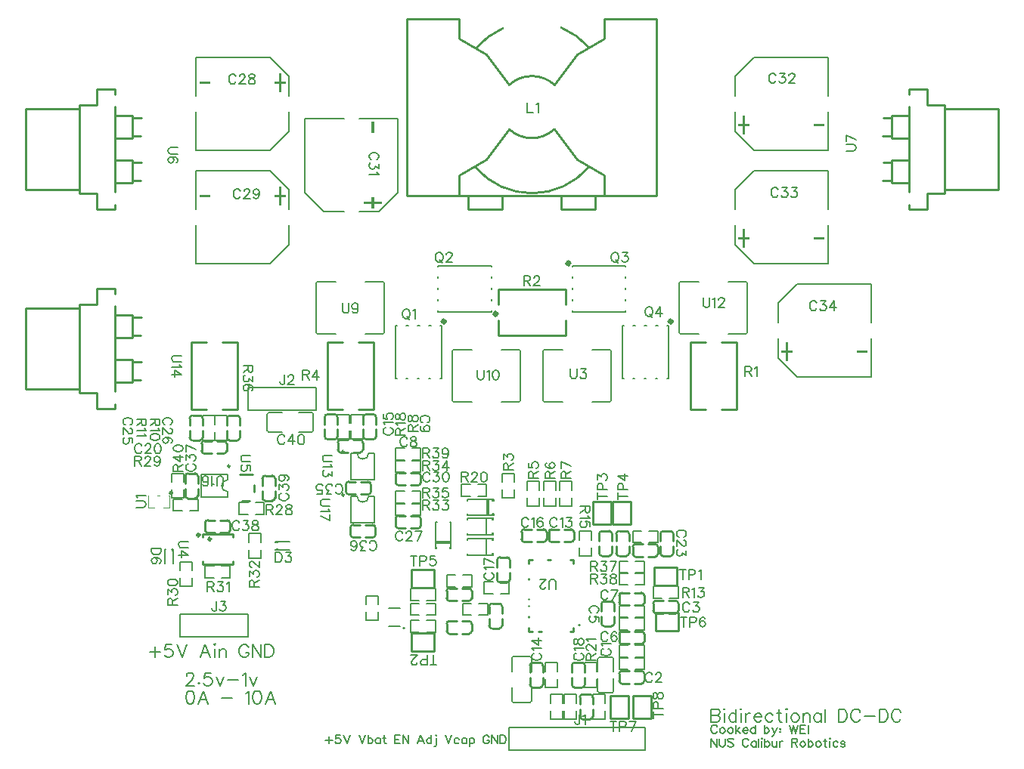
<source format=gto>
G04 Layer: TopSilkscreenLayer*
G04 EasyEDA v6.5.37, 2024-09-25 03:55:15*
G04 7e8e10f67f6b4ae2816efe54b0c62c6c,10*
G04 Gerber Generator version 0.2*
G04 Scale: 100 percent, Rotated: No, Reflected: No *
G04 Dimensions in inches *
G04 leading zeros omitted , absolute positions ,3 integer and 6 decimal *
%FSLAX36Y36*%
%MOIN*%

%ADD10C,0.0080*%
%ADD11C,0.0080*%
%ADD12C,0.0060*%
%ADD13C,0.0060*%
%ADD14C,0.0080*%
%ADD15C,0.0080*%
%ADD16C,0.0100*%
%ADD17C,0.0039*%
%ADD18C,0.0059*%
%ADD19C,0.0060*%
%ADD20C,0.0197*%
%ADD21C,0.0118*%
%ADD22C,0.0094*%
%ADD23C,0.0079*%
%ADD24C,0.0170*%

%LPD*%
D10*
X2790000Y-3070399D02*
G01*
X2790000Y-3126799D01*
X2790000Y-3070399D02*
G01*
X2814200Y-3070399D01*
X2822200Y-3073099D01*
X2824899Y-3075799D01*
X2827600Y-3081100D01*
X2827600Y-3086500D01*
X2824899Y-3091900D01*
X2822200Y-3094600D01*
X2814200Y-3097300D01*
X2790000Y-3097300D02*
G01*
X2814200Y-3097300D01*
X2822200Y-3099899D01*
X2824899Y-3102600D01*
X2827600Y-3108000D01*
X2827600Y-3115999D01*
X2824899Y-3121399D01*
X2822200Y-3124099D01*
X2814200Y-3126799D01*
X2790000Y-3126799D01*
X2845299Y-3070399D02*
G01*
X2848000Y-3073099D01*
X2850699Y-3070399D01*
X2848000Y-3067700D01*
X2845299Y-3070399D01*
X2848000Y-3089200D02*
G01*
X2848000Y-3126799D01*
X2900600Y-3070399D02*
G01*
X2900600Y-3126799D01*
X2900600Y-3097300D02*
G01*
X2895200Y-3091900D01*
X2889899Y-3089200D01*
X2881800Y-3089200D01*
X2876400Y-3091900D01*
X2871099Y-3097300D01*
X2868400Y-3105300D01*
X2868400Y-3110700D01*
X2871099Y-3118699D01*
X2876400Y-3124099D01*
X2881800Y-3126799D01*
X2889899Y-3126799D01*
X2895200Y-3124099D01*
X2900600Y-3118699D01*
X2918299Y-3070399D02*
G01*
X2921000Y-3073099D01*
X2923699Y-3070399D01*
X2921000Y-3067700D01*
X2918299Y-3070399D01*
X2921000Y-3089200D02*
G01*
X2921000Y-3126799D01*
X2941400Y-3089200D02*
G01*
X2941400Y-3126799D01*
X2941400Y-3105300D02*
G01*
X2944099Y-3097300D01*
X2949399Y-3091900D01*
X2954799Y-3089200D01*
X2962899Y-3089200D01*
X2980600Y-3105300D02*
G01*
X3012799Y-3105300D01*
X3012799Y-3099899D01*
X3010100Y-3094600D01*
X3007399Y-3091900D01*
X3002100Y-3089200D01*
X2993999Y-3089200D01*
X2988599Y-3091900D01*
X2983299Y-3097300D01*
X2980600Y-3105300D01*
X2980600Y-3110700D01*
X2983299Y-3118699D01*
X2988599Y-3124099D01*
X2993999Y-3126799D01*
X3002100Y-3126799D01*
X3007399Y-3124099D01*
X3012799Y-3118699D01*
X3062700Y-3097300D02*
G01*
X3057399Y-3091900D01*
X3051999Y-3089200D01*
X3043900Y-3089200D01*
X3038599Y-3091900D01*
X3033199Y-3097300D01*
X3030500Y-3105300D01*
X3030500Y-3110700D01*
X3033199Y-3118699D01*
X3038599Y-3124099D01*
X3043900Y-3126799D01*
X3051999Y-3126799D01*
X3057399Y-3124099D01*
X3062700Y-3118699D01*
X3088500Y-3070399D02*
G01*
X3088500Y-3115999D01*
X3091199Y-3124099D01*
X3096499Y-3126799D01*
X3101899Y-3126799D01*
X3080399Y-3089200D02*
G01*
X3099200Y-3089200D01*
X3119600Y-3070399D02*
G01*
X3122299Y-3073099D01*
X3125000Y-3070399D01*
X3122299Y-3067700D01*
X3119600Y-3070399D01*
X3122299Y-3089200D02*
G01*
X3122299Y-3126799D01*
X3156099Y-3089200D02*
G01*
X3150799Y-3091900D01*
X3145399Y-3097300D01*
X3142700Y-3105300D01*
X3142700Y-3110700D01*
X3145399Y-3118699D01*
X3150799Y-3124099D01*
X3156099Y-3126799D01*
X3164200Y-3126799D01*
X3169600Y-3124099D01*
X3174899Y-3118699D01*
X3177600Y-3110700D01*
X3177600Y-3105300D01*
X3174899Y-3097300D01*
X3169600Y-3091900D01*
X3164200Y-3089200D01*
X3156099Y-3089200D01*
X3195299Y-3089200D02*
G01*
X3195299Y-3126799D01*
X3195299Y-3099899D02*
G01*
X3203400Y-3091900D01*
X3208800Y-3089200D01*
X3216800Y-3089200D01*
X3222200Y-3091900D01*
X3224899Y-3099899D01*
X3224899Y-3126799D01*
X3274799Y-3089200D02*
G01*
X3274799Y-3126799D01*
X3274799Y-3097300D02*
G01*
X3269399Y-3091900D01*
X3264099Y-3089200D01*
X3256000Y-3089200D01*
X3250600Y-3091900D01*
X3245299Y-3097300D01*
X3242600Y-3105300D01*
X3242600Y-3110700D01*
X3245299Y-3118699D01*
X3250600Y-3124099D01*
X3256000Y-3126799D01*
X3264099Y-3126799D01*
X3269399Y-3124099D01*
X3274799Y-3118699D01*
X3292500Y-3070399D02*
G01*
X3292500Y-3126799D01*
X3351599Y-3070399D02*
G01*
X3351599Y-3126799D01*
X3351599Y-3070399D02*
G01*
X3370299Y-3070399D01*
X3378400Y-3073099D01*
X3383800Y-3078499D01*
X3386499Y-3083800D01*
X3389099Y-3091900D01*
X3389099Y-3105300D01*
X3386499Y-3113400D01*
X3383800Y-3118699D01*
X3378400Y-3124099D01*
X3370299Y-3126799D01*
X3351599Y-3126799D01*
X3447100Y-3083800D02*
G01*
X3444399Y-3078499D01*
X3439099Y-3073099D01*
X3433699Y-3070399D01*
X3423000Y-3070399D01*
X3417600Y-3073099D01*
X3412200Y-3078499D01*
X3409499Y-3083800D01*
X3406899Y-3091900D01*
X3406899Y-3105300D01*
X3409499Y-3113400D01*
X3412200Y-3118699D01*
X3417600Y-3124099D01*
X3423000Y-3126799D01*
X3433699Y-3126799D01*
X3439099Y-3124099D01*
X3444399Y-3118699D01*
X3447100Y-3113400D01*
X3464799Y-3102600D02*
G01*
X3513199Y-3102600D01*
X3530900Y-3070399D02*
G01*
X3530900Y-3126799D01*
X3530900Y-3070399D02*
G01*
X3549700Y-3070399D01*
X3557700Y-3073099D01*
X3563100Y-3078499D01*
X3565799Y-3083800D01*
X3568500Y-3091900D01*
X3568500Y-3105300D01*
X3565799Y-3113400D01*
X3563100Y-3118699D01*
X3557700Y-3124099D01*
X3549700Y-3126799D01*
X3530900Y-3126799D01*
X3626400Y-3083800D02*
G01*
X3623699Y-3078499D01*
X3618400Y-3073099D01*
X3613000Y-3070399D01*
X3602299Y-3070399D01*
X3596899Y-3073099D01*
X3591499Y-3078499D01*
X3588900Y-3083800D01*
X3586199Y-3091900D01*
X3586199Y-3105300D01*
X3588900Y-3113400D01*
X3591499Y-3118699D01*
X3596899Y-3124099D01*
X3602299Y-3126799D01*
X3613000Y-3126799D01*
X3618400Y-3124099D01*
X3623699Y-3118699D01*
X3626400Y-3113400D01*
X2816800Y-3149200D02*
G01*
X2815100Y-3145599D01*
X2811499Y-3142100D01*
X2807899Y-3140300D01*
X2800699Y-3140300D01*
X2797200Y-3142100D01*
X2793599Y-3145599D01*
X2791800Y-3149200D01*
X2790000Y-3154600D01*
X2790000Y-3163499D01*
X2791800Y-3168899D01*
X2793599Y-3172500D01*
X2797200Y-3176100D01*
X2800699Y-3177899D01*
X2807899Y-3177899D01*
X2811499Y-3176100D01*
X2815100Y-3172500D01*
X2816800Y-3168899D01*
X2837600Y-3152800D02*
G01*
X2833999Y-3154600D01*
X2830399Y-3158200D01*
X2828699Y-3163499D01*
X2828699Y-3167100D01*
X2830399Y-3172500D01*
X2833999Y-3176100D01*
X2837600Y-3177899D01*
X2843000Y-3177899D01*
X2846499Y-3176100D01*
X2850100Y-3172500D01*
X2851899Y-3167100D01*
X2851899Y-3163499D01*
X2850100Y-3158200D01*
X2846499Y-3154600D01*
X2843000Y-3152800D01*
X2837600Y-3152800D01*
X2872700Y-3152800D02*
G01*
X2869099Y-3154600D01*
X2865500Y-3158200D01*
X2863699Y-3163499D01*
X2863699Y-3167100D01*
X2865500Y-3172500D01*
X2869099Y-3176100D01*
X2872700Y-3177899D01*
X2878000Y-3177899D01*
X2881599Y-3176100D01*
X2885200Y-3172500D01*
X2886999Y-3167100D01*
X2886999Y-3163499D01*
X2885200Y-3158200D01*
X2881599Y-3154600D01*
X2878000Y-3152800D01*
X2872700Y-3152800D01*
X2898800Y-3140300D02*
G01*
X2898800Y-3177899D01*
X2916700Y-3152800D02*
G01*
X2898800Y-3170700D01*
X2906000Y-3163499D02*
G01*
X2918500Y-3177899D01*
X2930299Y-3163499D02*
G01*
X2951800Y-3163499D01*
X2951800Y-3160000D01*
X2950000Y-3156399D01*
X2948199Y-3154600D01*
X2944600Y-3152800D01*
X2939200Y-3152800D01*
X2935699Y-3154600D01*
X2932100Y-3158200D01*
X2930299Y-3163499D01*
X2930299Y-3167100D01*
X2932100Y-3172500D01*
X2935699Y-3176100D01*
X2939200Y-3177899D01*
X2944600Y-3177899D01*
X2948199Y-3176100D01*
X2951800Y-3172500D01*
X2985100Y-3140300D02*
G01*
X2985100Y-3177899D01*
X2985100Y-3158200D02*
G01*
X2981499Y-3154600D01*
X2977899Y-3152800D01*
X2972500Y-3152800D01*
X2968999Y-3154600D01*
X2965399Y-3158200D01*
X2963599Y-3163499D01*
X2963599Y-3167100D01*
X2965399Y-3172500D01*
X2968999Y-3176100D01*
X2972500Y-3177899D01*
X2977899Y-3177899D01*
X2981499Y-3176100D01*
X2985100Y-3172500D01*
X3024399Y-3140300D02*
G01*
X3024399Y-3177899D01*
X3024399Y-3158200D02*
G01*
X3028000Y-3154600D01*
X3031599Y-3152800D01*
X3036999Y-3152800D01*
X3040500Y-3154600D01*
X3044099Y-3158200D01*
X3045900Y-3163499D01*
X3045900Y-3167100D01*
X3044099Y-3172500D01*
X3040500Y-3176100D01*
X3036999Y-3177899D01*
X3031599Y-3177899D01*
X3028000Y-3176100D01*
X3024399Y-3172500D01*
X3059499Y-3152800D02*
G01*
X3070200Y-3177899D01*
X3081000Y-3152800D02*
G01*
X3070200Y-3177899D01*
X3066700Y-3185000D01*
X3063100Y-3188600D01*
X3059499Y-3190399D01*
X3057700Y-3190399D01*
X3094600Y-3156399D02*
G01*
X3092799Y-3158200D01*
X3094600Y-3160000D01*
X3096400Y-3158200D01*
X3094600Y-3156399D01*
X3094600Y-3168899D02*
G01*
X3092799Y-3170700D01*
X3094600Y-3172500D01*
X3096400Y-3170700D01*
X3094600Y-3168899D01*
X3135699Y-3140300D02*
G01*
X3144700Y-3177899D01*
X3153599Y-3140300D02*
G01*
X3144700Y-3177899D01*
X3153599Y-3140300D02*
G01*
X3162600Y-3177899D01*
X3171499Y-3140300D02*
G01*
X3162600Y-3177899D01*
X3183299Y-3140300D02*
G01*
X3183299Y-3177899D01*
X3183299Y-3140300D02*
G01*
X3206599Y-3140300D01*
X3183299Y-3158200D02*
G01*
X3197700Y-3158200D01*
X3183299Y-3177899D02*
G01*
X3206599Y-3177899D01*
X3218400Y-3140300D02*
G01*
X3218400Y-3177899D01*
X2790000Y-3200300D02*
G01*
X2790000Y-3237899D01*
X2790000Y-3200300D02*
G01*
X2815100Y-3237899D01*
X2815100Y-3200300D02*
G01*
X2815100Y-3237899D01*
X2826899Y-3200300D02*
G01*
X2826899Y-3227100D01*
X2828699Y-3232500D01*
X2832200Y-3236100D01*
X2837600Y-3237899D01*
X2841199Y-3237899D01*
X2846499Y-3236100D01*
X2850100Y-3232500D01*
X2851899Y-3227100D01*
X2851899Y-3200300D01*
X2888800Y-3205599D02*
G01*
X2885200Y-3202100D01*
X2879799Y-3200300D01*
X2872700Y-3200300D01*
X2867299Y-3202100D01*
X2863699Y-3205599D01*
X2863699Y-3209200D01*
X2865500Y-3212800D01*
X2867299Y-3214600D01*
X2870900Y-3216399D01*
X2881599Y-3220000D01*
X2885200Y-3221700D01*
X2886999Y-3223499D01*
X2888800Y-3227100D01*
X2888800Y-3232500D01*
X2885200Y-3236100D01*
X2879799Y-3237899D01*
X2872700Y-3237899D01*
X2867299Y-3236100D01*
X2863699Y-3232500D01*
X2955000Y-3209200D02*
G01*
X2953199Y-3205599D01*
X2949600Y-3202100D01*
X2946000Y-3200300D01*
X2938900Y-3200300D01*
X2935299Y-3202100D01*
X2931700Y-3205599D01*
X2929899Y-3209200D01*
X2928199Y-3214600D01*
X2928199Y-3223499D01*
X2929899Y-3228899D01*
X2931700Y-3232500D01*
X2935299Y-3236100D01*
X2938900Y-3237899D01*
X2946000Y-3237899D01*
X2949600Y-3236100D01*
X2953199Y-3232500D01*
X2955000Y-3228899D01*
X2988299Y-3212800D02*
G01*
X2988299Y-3237899D01*
X2988299Y-3218200D02*
G01*
X2984700Y-3214600D01*
X2981099Y-3212800D01*
X2975799Y-3212800D01*
X2972200Y-3214600D01*
X2968599Y-3218200D01*
X2966800Y-3223499D01*
X2966800Y-3227100D01*
X2968599Y-3232500D01*
X2972200Y-3236100D01*
X2975799Y-3237899D01*
X2981099Y-3237899D01*
X2984700Y-3236100D01*
X2988299Y-3232500D01*
X3000100Y-3200300D02*
G01*
X3000100Y-3237899D01*
X3011899Y-3200300D02*
G01*
X3013699Y-3202100D01*
X3015500Y-3200300D01*
X3013699Y-3198499D01*
X3011899Y-3200300D01*
X3013699Y-3212800D02*
G01*
X3013699Y-3237899D01*
X3027299Y-3200300D02*
G01*
X3027299Y-3237899D01*
X3027299Y-3218200D02*
G01*
X3030900Y-3214600D01*
X3034499Y-3212800D01*
X3039799Y-3212800D01*
X3043400Y-3214600D01*
X3046999Y-3218200D01*
X3048800Y-3223499D01*
X3048800Y-3227100D01*
X3046999Y-3232500D01*
X3043400Y-3236100D01*
X3039799Y-3237899D01*
X3034499Y-3237899D01*
X3030900Y-3236100D01*
X3027299Y-3232500D01*
X3060600Y-3212800D02*
G01*
X3060600Y-3230700D01*
X3062399Y-3236100D01*
X3065900Y-3237899D01*
X3071300Y-3237899D01*
X3074899Y-3236100D01*
X3080299Y-3230700D01*
X3080299Y-3212800D02*
G01*
X3080299Y-3237899D01*
X3092100Y-3212800D02*
G01*
X3092100Y-3237899D01*
X3092100Y-3223499D02*
G01*
X3093900Y-3218200D01*
X3097399Y-3214600D01*
X3101000Y-3212800D01*
X3106400Y-3212800D01*
X3145799Y-3200300D02*
G01*
X3145799Y-3237899D01*
X3145799Y-3200300D02*
G01*
X3161899Y-3200300D01*
X3167200Y-3202100D01*
X3168999Y-3203899D01*
X3170799Y-3207399D01*
X3170799Y-3210999D01*
X3168999Y-3214600D01*
X3167200Y-3216399D01*
X3161899Y-3218200D01*
X3145799Y-3218200D01*
X3158299Y-3218200D02*
G01*
X3170799Y-3237899D01*
X3191599Y-3212800D02*
G01*
X3188000Y-3214600D01*
X3184399Y-3218200D01*
X3182600Y-3223499D01*
X3182600Y-3227100D01*
X3184399Y-3232500D01*
X3188000Y-3236100D01*
X3191599Y-3237899D01*
X3196899Y-3237899D01*
X3200500Y-3236100D01*
X3204099Y-3232500D01*
X3205900Y-3227100D01*
X3205900Y-3223499D01*
X3204099Y-3218200D01*
X3200500Y-3214600D01*
X3196899Y-3212800D01*
X3191599Y-3212800D01*
X3217700Y-3200300D02*
G01*
X3217700Y-3237899D01*
X3217700Y-3218200D02*
G01*
X3221300Y-3214600D01*
X3224899Y-3212800D01*
X3230200Y-3212800D01*
X3233800Y-3214600D01*
X3237399Y-3218200D01*
X3239200Y-3223499D01*
X3239200Y-3227100D01*
X3237399Y-3232500D01*
X3233800Y-3236100D01*
X3230200Y-3237899D01*
X3224899Y-3237899D01*
X3221300Y-3236100D01*
X3217700Y-3232500D01*
X3259899Y-3212800D02*
G01*
X3256400Y-3214600D01*
X3252799Y-3218200D01*
X3251000Y-3223499D01*
X3251000Y-3227100D01*
X3252799Y-3232500D01*
X3256400Y-3236100D01*
X3259899Y-3237899D01*
X3265299Y-3237899D01*
X3268900Y-3236100D01*
X3272500Y-3232500D01*
X3274300Y-3227100D01*
X3274300Y-3223499D01*
X3272500Y-3218200D01*
X3268900Y-3214600D01*
X3265299Y-3212800D01*
X3259899Y-3212800D01*
X3291400Y-3200300D02*
G01*
X3291400Y-3230700D01*
X3293199Y-3236100D01*
X3296800Y-3237899D01*
X3300399Y-3237899D01*
X3286099Y-3212800D02*
G01*
X3298599Y-3212800D01*
X3312200Y-3200300D02*
G01*
X3313999Y-3202100D01*
X3315799Y-3200300D01*
X3313999Y-3198499D01*
X3312200Y-3200300D01*
X3313999Y-3212800D02*
G01*
X3313999Y-3237899D01*
X3349099Y-3218200D02*
G01*
X3345500Y-3214600D01*
X3341899Y-3212800D01*
X3336499Y-3212800D01*
X3332899Y-3214600D01*
X3329399Y-3218200D01*
X3327600Y-3223499D01*
X3327600Y-3227100D01*
X3329399Y-3232500D01*
X3332899Y-3236100D01*
X3336499Y-3237899D01*
X3341899Y-3237899D01*
X3345500Y-3236100D01*
X3349099Y-3232500D01*
X3380600Y-3218200D02*
G01*
X3378800Y-3214600D01*
X3373400Y-3212800D01*
X3368000Y-3212800D01*
X3362700Y-3214600D01*
X3360900Y-3218200D01*
X3362700Y-3221700D01*
X3366199Y-3223499D01*
X3375200Y-3225300D01*
X3378800Y-3227100D01*
X3380600Y-3230700D01*
X3380600Y-3232500D01*
X3378800Y-3236100D01*
X3373400Y-3237899D01*
X3368000Y-3237899D01*
X3362700Y-3236100D01*
X3360900Y-3232500D01*
X339200Y-2793499D02*
G01*
X339200Y-2841799D01*
X315000Y-2817600D02*
G01*
X363299Y-2817600D01*
X413200Y-2785399D02*
G01*
X386399Y-2785399D01*
X383699Y-2809600D01*
X386399Y-2806900D01*
X394499Y-2804200D01*
X402500Y-2804200D01*
X410599Y-2806900D01*
X415900Y-2812300D01*
X418600Y-2820300D01*
X418600Y-2825700D01*
X415900Y-2833699D01*
X410599Y-2839099D01*
X402500Y-2841799D01*
X394499Y-2841799D01*
X386399Y-2839099D01*
X383699Y-2836399D01*
X380999Y-2830999D01*
X436300Y-2785399D02*
G01*
X457800Y-2841799D01*
X479299Y-2785399D02*
G01*
X457800Y-2841799D01*
X559800Y-2785399D02*
G01*
X538299Y-2841799D01*
X559800Y-2785399D02*
G01*
X581300Y-2841799D01*
X546399Y-2823000D02*
G01*
X573200Y-2823000D01*
X599000Y-2785399D02*
G01*
X601700Y-2788099D01*
X604400Y-2785399D01*
X601700Y-2782700D01*
X599000Y-2785399D01*
X601700Y-2804200D02*
G01*
X601700Y-2841799D01*
X622100Y-2804200D02*
G01*
X622100Y-2841799D01*
X622100Y-2814899D02*
G01*
X630100Y-2806900D01*
X635500Y-2804200D01*
X643600Y-2804200D01*
X648899Y-2806900D01*
X651599Y-2814899D01*
X651599Y-2841799D01*
X750900Y-2798800D02*
G01*
X748200Y-2793499D01*
X742899Y-2788099D01*
X737500Y-2785399D01*
X726799Y-2785399D01*
X721399Y-2788099D01*
X715999Y-2793499D01*
X713400Y-2798800D01*
X710700Y-2806900D01*
X710700Y-2820300D01*
X713400Y-2828400D01*
X715999Y-2833699D01*
X721399Y-2839099D01*
X726799Y-2841799D01*
X737500Y-2841799D01*
X742899Y-2839099D01*
X748200Y-2833699D01*
X750900Y-2828400D01*
X750900Y-2820300D01*
X737500Y-2820300D02*
G01*
X750900Y-2820300D01*
X768599Y-2785399D02*
G01*
X768599Y-2841799D01*
X768599Y-2785399D02*
G01*
X806199Y-2841799D01*
X806199Y-2785399D02*
G01*
X806199Y-2841799D01*
X823900Y-2785399D02*
G01*
X823900Y-2841799D01*
X823900Y-2785399D02*
G01*
X842700Y-2785399D01*
X850799Y-2788099D01*
X856199Y-2793499D01*
X858800Y-2798800D01*
X861499Y-2806900D01*
X861499Y-2820300D01*
X858800Y-2828400D01*
X856199Y-2833699D01*
X850799Y-2839099D01*
X842700Y-2841799D01*
X823900Y-2841799D01*
X477699Y-2923800D02*
G01*
X477699Y-2921100D01*
X480399Y-2915799D01*
X483099Y-2913099D01*
X488400Y-2910399D01*
X499200Y-2910399D01*
X504499Y-2913099D01*
X507199Y-2915799D01*
X509899Y-2921100D01*
X509899Y-2926500D01*
X507199Y-2931900D01*
X501799Y-2939899D01*
X475000Y-2966799D01*
X512600Y-2966799D01*
X533000Y-2953400D02*
G01*
X530300Y-2955999D01*
X533000Y-2958699D01*
X535700Y-2955999D01*
X533000Y-2953400D01*
X585599Y-2910399D02*
G01*
X558800Y-2910399D01*
X556100Y-2934600D01*
X558800Y-2931900D01*
X566799Y-2929200D01*
X574899Y-2929200D01*
X582899Y-2931900D01*
X588299Y-2937300D01*
X590999Y-2945300D01*
X590999Y-2950700D01*
X588299Y-2958699D01*
X582899Y-2964099D01*
X574899Y-2966799D01*
X566799Y-2966799D01*
X558800Y-2964099D01*
X556100Y-2961399D01*
X553400Y-2955999D01*
X608699Y-2929200D02*
G01*
X624800Y-2966799D01*
X640900Y-2929200D02*
G01*
X624800Y-2966799D01*
X658600Y-2942600D02*
G01*
X706900Y-2942600D01*
X724600Y-2921100D02*
G01*
X730000Y-2918499D01*
X738099Y-2910399D01*
X738099Y-2966799D01*
X755799Y-2929200D02*
G01*
X771899Y-2966799D01*
X788000Y-2929200D02*
G01*
X771899Y-2966799D01*
X491100Y-2990399D02*
G01*
X483099Y-2993099D01*
X477699Y-3001100D01*
X475000Y-3014600D01*
X475000Y-3022600D01*
X477699Y-3035999D01*
X483099Y-3044099D01*
X491100Y-3046799D01*
X496500Y-3046799D01*
X504499Y-3044099D01*
X509899Y-3035999D01*
X512600Y-3022600D01*
X512600Y-3014600D01*
X509899Y-3001100D01*
X504499Y-2993099D01*
X496500Y-2990399D01*
X491100Y-2990399D01*
X551799Y-2990399D02*
G01*
X530300Y-3046799D01*
X551799Y-2990399D02*
G01*
X573200Y-3046799D01*
X538299Y-3028000D02*
G01*
X565199Y-3028000D01*
X632300Y-3022600D02*
G01*
X680599Y-3022600D01*
X739699Y-3001100D02*
G01*
X745000Y-2998499D01*
X753099Y-2990399D01*
X753099Y-3046799D01*
X786899Y-2990399D02*
G01*
X778900Y-2993099D01*
X773500Y-3001100D01*
X770799Y-3014600D01*
X770799Y-3022600D01*
X773500Y-3035999D01*
X778900Y-3044099D01*
X786899Y-3046799D01*
X792299Y-3046799D01*
X800299Y-3044099D01*
X805699Y-3035999D01*
X808400Y-3022600D01*
X808400Y-3014600D01*
X805699Y-3001100D01*
X800299Y-2993099D01*
X792299Y-2990399D01*
X786899Y-2990399D01*
X847600Y-2990399D02*
G01*
X826099Y-3046799D01*
X847600Y-2990399D02*
G01*
X869099Y-3046799D01*
X834200Y-3028000D02*
G01*
X861000Y-3028000D01*
D11*
X1106000Y-3190900D02*
G01*
X1106000Y-3222899D01*
X1090000Y-3206900D02*
G01*
X1121999Y-3206900D01*
X1155000Y-3185599D02*
G01*
X1137200Y-3185599D01*
X1135399Y-3201599D01*
X1137200Y-3199800D01*
X1142500Y-3198000D01*
X1147899Y-3198000D01*
X1153199Y-3199800D01*
X1156700Y-3203299D01*
X1158500Y-3208699D01*
X1158500Y-3212199D01*
X1156700Y-3217500D01*
X1153199Y-3221100D01*
X1147899Y-3222899D01*
X1142500Y-3222899D01*
X1137200Y-3221100D01*
X1135399Y-3219299D01*
X1133699Y-3215799D01*
X1170200Y-3185599D02*
G01*
X1184399Y-3222899D01*
X1198599Y-3185599D02*
G01*
X1184399Y-3222899D01*
X1237700Y-3185599D02*
G01*
X1251899Y-3222899D01*
X1266099Y-3185599D02*
G01*
X1251899Y-3222899D01*
X1277799Y-3185599D02*
G01*
X1277799Y-3222899D01*
X1277799Y-3203299D02*
G01*
X1281400Y-3199800D01*
X1284899Y-3198000D01*
X1290200Y-3198000D01*
X1293800Y-3199800D01*
X1297299Y-3203299D01*
X1299099Y-3208699D01*
X1299099Y-3212199D01*
X1297299Y-3217500D01*
X1293800Y-3221100D01*
X1290200Y-3222899D01*
X1284899Y-3222899D01*
X1281400Y-3221100D01*
X1277799Y-3217500D01*
X1332100Y-3198000D02*
G01*
X1332100Y-3222899D01*
X1332100Y-3203299D02*
G01*
X1328599Y-3199800D01*
X1325000Y-3198000D01*
X1319700Y-3198000D01*
X1316199Y-3199800D01*
X1312600Y-3203299D01*
X1310799Y-3208699D01*
X1310799Y-3212199D01*
X1312600Y-3217500D01*
X1316199Y-3221100D01*
X1319700Y-3222899D01*
X1325000Y-3222899D01*
X1328599Y-3221100D01*
X1332100Y-3217500D01*
X1349200Y-3185599D02*
G01*
X1349200Y-3215799D01*
X1351000Y-3221100D01*
X1354499Y-3222899D01*
X1358100Y-3222899D01*
X1343900Y-3198000D02*
G01*
X1356300Y-3198000D01*
X1397100Y-3185599D02*
G01*
X1397100Y-3222899D01*
X1397100Y-3185599D02*
G01*
X1420200Y-3185599D01*
X1397100Y-3203299D02*
G01*
X1411300Y-3203299D01*
X1397100Y-3222899D02*
G01*
X1420200Y-3222899D01*
X1431899Y-3185599D02*
G01*
X1431899Y-3222899D01*
X1431899Y-3185599D02*
G01*
X1456800Y-3222899D01*
X1456800Y-3185599D02*
G01*
X1456800Y-3222899D01*
X1510000Y-3185599D02*
G01*
X1495799Y-3222899D01*
X1510000Y-3185599D02*
G01*
X1524200Y-3222899D01*
X1501099Y-3210399D02*
G01*
X1518900Y-3210399D01*
X1557200Y-3185599D02*
G01*
X1557200Y-3222899D01*
X1557200Y-3203299D02*
G01*
X1553699Y-3199800D01*
X1550100Y-3198000D01*
X1544799Y-3198000D01*
X1541300Y-3199800D01*
X1537700Y-3203299D01*
X1535900Y-3208699D01*
X1535900Y-3212199D01*
X1537700Y-3217500D01*
X1541300Y-3221100D01*
X1544799Y-3222899D01*
X1550100Y-3222899D01*
X1553699Y-3221100D01*
X1557200Y-3217500D01*
X1576099Y-3185599D02*
G01*
X1577799Y-3187399D01*
X1579600Y-3185599D01*
X1577799Y-3183800D01*
X1576099Y-3185599D01*
X1577799Y-3198000D02*
G01*
X1577799Y-3228200D01*
X1576099Y-3233499D01*
X1572500Y-3235300D01*
X1568999Y-3235300D01*
X1618699Y-3185599D02*
G01*
X1632899Y-3222899D01*
X1647100Y-3185599D02*
G01*
X1632899Y-3222899D01*
X1680100Y-3203299D02*
G01*
X1676499Y-3199800D01*
X1673000Y-3198000D01*
X1667700Y-3198000D01*
X1664099Y-3199800D01*
X1660600Y-3203299D01*
X1658800Y-3208699D01*
X1658800Y-3212199D01*
X1660600Y-3217500D01*
X1664099Y-3221100D01*
X1667700Y-3222899D01*
X1673000Y-3222899D01*
X1676499Y-3221100D01*
X1680100Y-3217500D01*
X1713100Y-3198000D02*
G01*
X1713100Y-3222899D01*
X1713100Y-3203299D02*
G01*
X1709600Y-3199800D01*
X1706000Y-3198000D01*
X1700699Y-3198000D01*
X1697100Y-3199800D01*
X1693599Y-3203299D01*
X1691800Y-3208699D01*
X1691800Y-3212199D01*
X1693599Y-3217500D01*
X1697100Y-3221100D01*
X1700699Y-3222899D01*
X1706000Y-3222899D01*
X1709600Y-3221100D01*
X1713100Y-3217500D01*
X1724799Y-3198000D02*
G01*
X1724799Y-3235300D01*
X1724799Y-3203299D02*
G01*
X1728400Y-3199800D01*
X1731899Y-3198000D01*
X1737200Y-3198000D01*
X1740799Y-3199800D01*
X1744300Y-3203299D01*
X1746099Y-3208699D01*
X1746099Y-3212199D01*
X1744300Y-3217500D01*
X1740799Y-3221100D01*
X1737200Y-3222899D01*
X1731899Y-3222899D01*
X1728400Y-3221100D01*
X1724799Y-3217500D01*
X1811800Y-3194499D02*
G01*
X1810000Y-3190900D01*
X1806499Y-3187399D01*
X1802899Y-3185599D01*
X1795799Y-3185599D01*
X1792299Y-3187399D01*
X1788699Y-3190900D01*
X1786999Y-3194499D01*
X1785200Y-3199800D01*
X1785200Y-3208699D01*
X1786999Y-3214000D01*
X1788699Y-3217500D01*
X1792299Y-3221100D01*
X1795799Y-3222899D01*
X1802899Y-3222899D01*
X1806499Y-3221100D01*
X1810000Y-3217500D01*
X1811800Y-3214000D01*
X1811800Y-3208699D01*
X1802899Y-3208699D02*
G01*
X1811800Y-3208699D01*
X1823500Y-3185599D02*
G01*
X1823500Y-3222899D01*
X1823500Y-3185599D02*
G01*
X1848400Y-3222899D01*
X1848400Y-3185599D02*
G01*
X1848400Y-3222899D01*
X1860100Y-3185599D02*
G01*
X1860100Y-3222899D01*
X1860100Y-3185599D02*
G01*
X1872500Y-3185599D01*
X1877799Y-3187399D01*
X1881400Y-3190900D01*
X1883199Y-3194499D01*
X1884899Y-3199800D01*
X1884899Y-3208699D01*
X1883199Y-3214000D01*
X1881400Y-3217500D01*
X1877799Y-3221100D01*
X1872500Y-3222899D01*
X1860100Y-3222899D01*
D12*
X869997Y-2379594D02*
G01*
X869997Y-2422494D01*
X869997Y-2379594D02*
G01*
X884297Y-2379594D01*
X890497Y-2381595D01*
X894498Y-2385695D01*
X896598Y-2389794D01*
X898598Y-2395994D01*
X898598Y-2406194D01*
X896598Y-2412294D01*
X894498Y-2416395D01*
X890497Y-2420495D01*
X884297Y-2422494D01*
X869997Y-2422494D01*
X916198Y-2379594D02*
G01*
X938698Y-2379594D01*
X926498Y-2395994D01*
X932597Y-2395994D01*
X936697Y-2397995D01*
X938698Y-2399994D01*
X940798Y-2406194D01*
X940798Y-2410295D01*
X938698Y-2416395D01*
X934597Y-2420495D01*
X928497Y-2422494D01*
X922398Y-2422494D01*
X916198Y-2420495D01*
X914197Y-2418494D01*
X912097Y-2414394D01*
X365399Y-2359994D02*
G01*
X322498Y-2359994D01*
X365399Y-2359994D02*
G01*
X365399Y-2374295D01*
X363398Y-2380495D01*
X359299Y-2384495D01*
X355198Y-2386595D01*
X348998Y-2388595D01*
X338798Y-2388595D01*
X332698Y-2386595D01*
X328598Y-2384495D01*
X324499Y-2380495D01*
X322498Y-2374295D01*
X322498Y-2359994D01*
X359299Y-2426694D02*
G01*
X363398Y-2424594D01*
X365399Y-2418494D01*
X365399Y-2414394D01*
X363398Y-2408294D01*
X357199Y-2404194D01*
X346999Y-2402094D01*
X336799Y-2402094D01*
X328598Y-2404194D01*
X324499Y-2408294D01*
X322498Y-2414394D01*
X322498Y-2416495D01*
X324499Y-2422595D01*
X328598Y-2426694D01*
X334699Y-2428694D01*
X336799Y-2428694D01*
X342899Y-2426694D01*
X346999Y-2422595D01*
X348998Y-2416495D01*
X348998Y-2414394D01*
X346999Y-2408294D01*
X342899Y-2404194D01*
X336799Y-2402094D01*
X2210496Y-3094594D02*
G01*
X2210496Y-3127294D01*
X2208396Y-3133494D01*
X2206396Y-3135493D01*
X2202295Y-3137494D01*
X2198195Y-3137494D01*
X2194095Y-3135493D01*
X2191995Y-3133494D01*
X2189996Y-3127294D01*
X2189996Y-3123193D01*
X2223995Y-3102793D02*
G01*
X2227996Y-3100693D01*
X2234196Y-3094594D01*
X2234196Y-3137494D01*
X610498Y-2594594D02*
G01*
X610498Y-2627294D01*
X608398Y-2633494D01*
X606399Y-2635495D01*
X602298Y-2637494D01*
X598198Y-2637494D01*
X594099Y-2635495D01*
X591999Y-2633494D01*
X589998Y-2627294D01*
X589998Y-2623195D01*
X627998Y-2594594D02*
G01*
X650498Y-2594594D01*
X638299Y-2610994D01*
X644398Y-2610994D01*
X648499Y-2612995D01*
X650498Y-2614994D01*
X652599Y-2621194D01*
X652599Y-2625295D01*
X650498Y-2631395D01*
X646498Y-2635495D01*
X640299Y-2637494D01*
X634198Y-2637494D01*
X627998Y-2635495D01*
X625999Y-2633494D01*
X623998Y-2629394D01*
X910698Y-1869796D02*
G01*
X908598Y-1865695D01*
X904498Y-1861595D01*
X900497Y-1859596D01*
X892298Y-1859596D01*
X888198Y-1861595D01*
X884098Y-1865695D01*
X881998Y-1869796D01*
X879997Y-1875996D01*
X879997Y-1886196D01*
X881998Y-1892296D01*
X884098Y-1896395D01*
X888198Y-1900495D01*
X892298Y-1902496D01*
X900497Y-1902496D01*
X904498Y-1900495D01*
X908598Y-1896395D01*
X910698Y-1892296D01*
X944597Y-1859596D02*
G01*
X924197Y-1888195D01*
X954898Y-1888195D01*
X944597Y-1859596D02*
G01*
X944597Y-1902496D01*
X980598Y-1859596D02*
G01*
X974498Y-1861595D01*
X970397Y-1867795D01*
X968397Y-1877995D01*
X968397Y-1884095D01*
X970397Y-1894396D01*
X974498Y-1900495D01*
X980598Y-1902496D01*
X984697Y-1902496D01*
X990897Y-1900495D01*
X994997Y-1894396D01*
X996998Y-1884095D01*
X996998Y-1877995D01*
X994997Y-1867795D01*
X990897Y-1861595D01*
X984697Y-1859596D01*
X980598Y-1859596D01*
X1450698Y-1879796D02*
G01*
X1448598Y-1875695D01*
X1444498Y-1871595D01*
X1440497Y-1869596D01*
X1432298Y-1869596D01*
X1428198Y-1871595D01*
X1424098Y-1875695D01*
X1421998Y-1879796D01*
X1419997Y-1885996D01*
X1419997Y-1896196D01*
X1421998Y-1902296D01*
X1424098Y-1906395D01*
X1428198Y-1910495D01*
X1432298Y-1912496D01*
X1440497Y-1912496D01*
X1444498Y-1910495D01*
X1448598Y-1906395D01*
X1450698Y-1902296D01*
X1474398Y-1869596D02*
G01*
X1468298Y-1871595D01*
X1466198Y-1875695D01*
X1466198Y-1879796D01*
X1468298Y-1883895D01*
X1472398Y-1885996D01*
X1480497Y-1887995D01*
X1486697Y-1889996D01*
X1490798Y-1894095D01*
X1492798Y-1898195D01*
X1492798Y-1904396D01*
X1490798Y-1908496D01*
X1488698Y-1910495D01*
X1482597Y-1912496D01*
X1474398Y-1912496D01*
X1468298Y-1910495D01*
X1466198Y-1908496D01*
X1464197Y-1904396D01*
X1464197Y-1898195D01*
X1466198Y-1894095D01*
X1470298Y-1889996D01*
X1476498Y-1887995D01*
X1484597Y-1885996D01*
X1488698Y-1883895D01*
X1490798Y-1879796D01*
X1490798Y-1875695D01*
X1488698Y-1871595D01*
X1482597Y-1869596D01*
X1474398Y-1869596D01*
X1540196Y-1805695D02*
G01*
X1544296Y-1803595D01*
X1548397Y-1799495D01*
X1550397Y-1795495D01*
X1550397Y-1787296D01*
X1548397Y-1783195D01*
X1544296Y-1779095D01*
X1540196Y-1776995D01*
X1533996Y-1774996D01*
X1523797Y-1774996D01*
X1517696Y-1776995D01*
X1513596Y-1779095D01*
X1509497Y-1783195D01*
X1507497Y-1787296D01*
X1507497Y-1795495D01*
X1509497Y-1799495D01*
X1513596Y-1803595D01*
X1517696Y-1805695D01*
X1536096Y-1845796D02*
G01*
X1529997Y-1843696D01*
X1525897Y-1839596D01*
X1523797Y-1833496D01*
X1523797Y-1831496D01*
X1525897Y-1825295D01*
X1529997Y-1821196D01*
X1536096Y-1819196D01*
X1538096Y-1819196D01*
X1544296Y-1821196D01*
X1548397Y-1825295D01*
X1550397Y-1831496D01*
X1550397Y-1833496D01*
X1548397Y-1839596D01*
X1544296Y-1843696D01*
X1536096Y-1845796D01*
X1525897Y-1845796D01*
X1515596Y-1843696D01*
X1509497Y-1839596D01*
X1507497Y-1833496D01*
X1507497Y-1829396D01*
X1509497Y-1823296D01*
X1513596Y-1821196D01*
X1354798Y-1829295D02*
G01*
X1350698Y-1831395D01*
X1346598Y-1835495D01*
X1344597Y-1839495D01*
X1344597Y-1847696D01*
X1346598Y-1851795D01*
X1350698Y-1855895D01*
X1354798Y-1857995D01*
X1360997Y-1859996D01*
X1371198Y-1859996D01*
X1377298Y-1857995D01*
X1381397Y-1855895D01*
X1385497Y-1851795D01*
X1387497Y-1847696D01*
X1387497Y-1839495D01*
X1385497Y-1835495D01*
X1381397Y-1831395D01*
X1377298Y-1829295D01*
X1352798Y-1815796D02*
G01*
X1350698Y-1811696D01*
X1344597Y-1805596D01*
X1387497Y-1805596D01*
X1344597Y-1767496D02*
G01*
X1344597Y-1787995D01*
X1362997Y-1789996D01*
X1360997Y-1787995D01*
X1358897Y-1781896D01*
X1358897Y-1775695D01*
X1360997Y-1769596D01*
X1364997Y-1765495D01*
X1371198Y-1763496D01*
X1375298Y-1763496D01*
X1381397Y-1765495D01*
X1385497Y-1769596D01*
X1387497Y-1775695D01*
X1387497Y-1781896D01*
X1385497Y-1787995D01*
X1383497Y-1789996D01*
X1379398Y-1792096D01*
X280700Y-1909796D02*
G01*
X278600Y-1905695D01*
X274499Y-1901595D01*
X270500Y-1899596D01*
X262300Y-1899596D01*
X258200Y-1901595D01*
X254099Y-1905695D01*
X251999Y-1909796D01*
X250000Y-1915996D01*
X250000Y-1926196D01*
X251999Y-1932296D01*
X254099Y-1936395D01*
X258200Y-1940495D01*
X262300Y-1942496D01*
X270500Y-1942496D01*
X274499Y-1940495D01*
X278600Y-1936395D01*
X280700Y-1932296D01*
X296199Y-1909796D02*
G01*
X296199Y-1907795D01*
X298299Y-1903696D01*
X300300Y-1901595D01*
X304400Y-1899596D01*
X312600Y-1899596D01*
X316700Y-1901595D01*
X318699Y-1903696D01*
X320799Y-1907795D01*
X320799Y-1911896D01*
X318699Y-1915996D01*
X314600Y-1922096D01*
X294200Y-1942496D01*
X322800Y-1942496D01*
X348600Y-1899596D02*
G01*
X342500Y-1901595D01*
X338400Y-1907795D01*
X336300Y-1917995D01*
X336300Y-1924095D01*
X338400Y-1934396D01*
X342500Y-1940495D01*
X348600Y-1942496D01*
X352699Y-1942496D01*
X358800Y-1940495D01*
X362899Y-1934396D01*
X365000Y-1924095D01*
X365000Y-1917995D01*
X362899Y-1907795D01*
X358800Y-1901595D01*
X352699Y-1899596D01*
X348600Y-1899596D01*
X230199Y-1815695D02*
G01*
X234299Y-1813595D01*
X238400Y-1809495D01*
X240399Y-1805495D01*
X240399Y-1797296D01*
X238400Y-1793195D01*
X234299Y-1789095D01*
X230199Y-1786995D01*
X224000Y-1784996D01*
X213800Y-1784996D01*
X207699Y-1786995D01*
X203600Y-1789095D01*
X199499Y-1793195D01*
X197500Y-1797296D01*
X197500Y-1805495D01*
X199499Y-1809495D01*
X203600Y-1813595D01*
X207699Y-1815695D01*
X230199Y-1831196D02*
G01*
X232199Y-1831196D01*
X236300Y-1833296D01*
X238400Y-1835295D01*
X240399Y-1839396D01*
X240399Y-1847595D01*
X238400Y-1851696D01*
X236300Y-1853696D01*
X232199Y-1855796D01*
X228099Y-1855796D01*
X224000Y-1853696D01*
X217899Y-1849596D01*
X197500Y-1829196D01*
X197500Y-1857795D01*
X240399Y-1895895D02*
G01*
X240399Y-1875396D01*
X221999Y-1873395D01*
X224000Y-1875396D01*
X226100Y-1881496D01*
X226100Y-1887696D01*
X224000Y-1893796D01*
X220000Y-1897896D01*
X213800Y-1899996D01*
X209699Y-1899996D01*
X203600Y-1897896D01*
X199499Y-1893796D01*
X197500Y-1887696D01*
X197500Y-1881496D01*
X199499Y-1875396D01*
X201500Y-1873395D01*
X205599Y-1871296D01*
X405198Y-1815695D02*
G01*
X409299Y-1813595D01*
X413398Y-1809495D01*
X415399Y-1805495D01*
X415399Y-1797296D01*
X413398Y-1793195D01*
X409299Y-1789095D01*
X405198Y-1786995D01*
X398998Y-1784996D01*
X388798Y-1784996D01*
X382698Y-1786995D01*
X378598Y-1789095D01*
X374499Y-1793195D01*
X372498Y-1797296D01*
X372498Y-1805495D01*
X374499Y-1809495D01*
X378598Y-1813595D01*
X382698Y-1815695D01*
X405198Y-1831196D02*
G01*
X407199Y-1831196D01*
X411298Y-1833296D01*
X413398Y-1835295D01*
X415399Y-1839396D01*
X415399Y-1847595D01*
X413398Y-1851696D01*
X411298Y-1853696D01*
X407199Y-1855796D01*
X403099Y-1855796D01*
X398998Y-1853696D01*
X392899Y-1849596D01*
X372498Y-1829196D01*
X372498Y-1857795D01*
X409299Y-1895895D02*
G01*
X413398Y-1893796D01*
X415399Y-1887696D01*
X415399Y-1883595D01*
X413398Y-1877496D01*
X407199Y-1873395D01*
X396999Y-1871296D01*
X386799Y-1871296D01*
X378598Y-1873395D01*
X374499Y-1877496D01*
X372498Y-1883595D01*
X372498Y-1885596D01*
X374499Y-1891795D01*
X378598Y-1895895D01*
X384699Y-1897896D01*
X386799Y-1897896D01*
X392899Y-1895895D01*
X396999Y-1891795D01*
X398998Y-1885596D01*
X398998Y-1883595D01*
X396999Y-1877496D01*
X392899Y-1873395D01*
X386799Y-1871296D01*
X1430699Y-2294800D02*
G01*
X1428599Y-2290700D01*
X1424499Y-2286599D01*
X1420500Y-2284600D01*
X1412299Y-2284600D01*
X1408199Y-2286599D01*
X1404099Y-2290700D01*
X1401999Y-2294800D01*
X1400000Y-2300999D01*
X1400000Y-2311199D01*
X1401999Y-2317300D01*
X1404099Y-2321399D01*
X1408199Y-2325500D01*
X1412299Y-2327500D01*
X1420500Y-2327500D01*
X1424499Y-2325500D01*
X1428599Y-2321399D01*
X1430699Y-2317300D01*
X1446199Y-2294800D02*
G01*
X1446199Y-2292800D01*
X1448299Y-2288699D01*
X1450299Y-2286599D01*
X1454399Y-2284600D01*
X1462600Y-2284600D01*
X1466700Y-2286599D01*
X1468699Y-2288699D01*
X1470799Y-2292800D01*
X1470799Y-2296900D01*
X1468699Y-2300999D01*
X1464600Y-2307100D01*
X1444200Y-2327500D01*
X1472799Y-2327500D01*
X1515000Y-2284600D02*
G01*
X1494499Y-2327500D01*
X1486300Y-2284600D02*
G01*
X1515000Y-2284600D01*
X1550699Y-2034800D02*
G01*
X1548599Y-2030700D01*
X1544499Y-2026599D01*
X1540500Y-2024600D01*
X1532299Y-2024600D01*
X1528199Y-2026599D01*
X1524099Y-2030700D01*
X1521999Y-2034800D01*
X1520000Y-2040999D01*
X1520000Y-2051199D01*
X1521999Y-2057300D01*
X1524099Y-2061399D01*
X1528199Y-2065500D01*
X1532299Y-2067500D01*
X1540500Y-2067500D01*
X1544499Y-2065500D01*
X1548599Y-2061399D01*
X1550699Y-2057300D01*
X1568299Y-2024600D02*
G01*
X1590799Y-2024600D01*
X1578500Y-2040999D01*
X1584600Y-2040999D01*
X1588699Y-2043000D01*
X1590799Y-2045000D01*
X1592799Y-2051199D01*
X1592799Y-2055300D01*
X1590799Y-2061399D01*
X1586700Y-2065500D01*
X1580500Y-2067500D01*
X1574399Y-2067500D01*
X1568299Y-2065500D01*
X1566199Y-2063499D01*
X1564200Y-2059400D01*
X1618599Y-2024600D02*
G01*
X1612500Y-2026599D01*
X1608400Y-2032800D01*
X1606300Y-2043000D01*
X1606300Y-2049099D01*
X1608400Y-2059400D01*
X1612500Y-2065500D01*
X1618599Y-2067500D01*
X1622700Y-2067500D01*
X1628800Y-2065500D01*
X1632899Y-2059400D01*
X1635000Y-2049099D01*
X1635000Y-2043000D01*
X1632899Y-2032800D01*
X1628800Y-2026599D01*
X1622700Y-2024600D01*
X1618599Y-2024600D01*
X1134297Y-2110196D02*
G01*
X1136397Y-2114295D01*
X1140497Y-2118395D01*
X1144498Y-2120396D01*
X1152698Y-2120396D01*
X1156797Y-2118395D01*
X1160897Y-2114295D01*
X1162997Y-2110196D01*
X1164997Y-2103996D01*
X1164997Y-2093796D01*
X1162997Y-2087696D01*
X1160897Y-2083595D01*
X1156797Y-2079495D01*
X1152698Y-2077496D01*
X1144498Y-2077496D01*
X1140497Y-2079495D01*
X1136397Y-2083595D01*
X1134297Y-2087696D01*
X1116697Y-2120396D02*
G01*
X1094197Y-2120396D01*
X1106498Y-2103996D01*
X1100397Y-2103996D01*
X1096297Y-2101995D01*
X1094197Y-2099996D01*
X1092197Y-2093796D01*
X1092197Y-2089695D01*
X1094197Y-2083595D01*
X1098298Y-2079495D01*
X1104498Y-2077496D01*
X1110598Y-2077496D01*
X1116697Y-2079495D01*
X1118797Y-2081496D01*
X1120798Y-2085596D01*
X1054098Y-2120396D02*
G01*
X1074597Y-2120396D01*
X1076598Y-2101995D01*
X1074597Y-2103996D01*
X1068497Y-2106095D01*
X1062298Y-2106095D01*
X1056198Y-2103996D01*
X1052097Y-2099996D01*
X1049997Y-2093796D01*
X1049997Y-2089695D01*
X1052097Y-2083595D01*
X1056198Y-2079495D01*
X1062298Y-2077496D01*
X1068497Y-2077496D01*
X1074597Y-2079495D01*
X1076598Y-2081496D01*
X1078698Y-2085596D01*
X1284296Y-2360194D02*
G01*
X1286396Y-2364295D01*
X1290496Y-2368395D01*
X1294497Y-2370394D01*
X1302696Y-2370394D01*
X1306796Y-2368395D01*
X1310897Y-2364295D01*
X1312996Y-2360194D01*
X1314997Y-2353995D01*
X1314997Y-2343795D01*
X1312996Y-2337694D01*
X1310897Y-2333595D01*
X1306796Y-2329495D01*
X1302696Y-2327494D01*
X1294497Y-2327494D01*
X1290496Y-2329495D01*
X1286396Y-2333595D01*
X1284296Y-2337694D01*
X1266697Y-2370394D02*
G01*
X1244197Y-2370394D01*
X1256496Y-2353995D01*
X1250397Y-2353995D01*
X1246297Y-2351995D01*
X1244197Y-2349994D01*
X1242196Y-2343795D01*
X1242196Y-2339695D01*
X1244197Y-2333595D01*
X1248297Y-2329495D01*
X1254497Y-2327494D01*
X1260596Y-2327494D01*
X1266697Y-2329495D01*
X1268797Y-2331495D01*
X1270797Y-2335594D01*
X1204097Y-2364295D02*
G01*
X1206197Y-2368395D01*
X1212296Y-2370394D01*
X1216396Y-2370394D01*
X1222497Y-2368395D01*
X1226597Y-2362195D01*
X1228697Y-2351995D01*
X1228697Y-2341795D01*
X1226597Y-2333595D01*
X1222497Y-2329495D01*
X1216396Y-2327494D01*
X1214396Y-2327494D01*
X1208197Y-2329495D01*
X1204097Y-2333595D01*
X1202097Y-2339695D01*
X1202097Y-2341795D01*
X1204097Y-2347894D01*
X1208197Y-2351995D01*
X1214396Y-2353995D01*
X1216396Y-2353995D01*
X1222497Y-2351995D01*
X1226597Y-2347894D01*
X1228697Y-2341795D01*
X484800Y-1989299D02*
G01*
X480700Y-1991399D01*
X476599Y-1995500D01*
X474600Y-1999499D01*
X474600Y-2007699D01*
X476599Y-2011799D01*
X480700Y-2015900D01*
X484800Y-2018000D01*
X490999Y-2020000D01*
X501199Y-2020000D01*
X507300Y-2018000D01*
X511399Y-2015900D01*
X515500Y-2011799D01*
X517500Y-2007699D01*
X517500Y-1999499D01*
X515500Y-1995500D01*
X511399Y-1991399D01*
X507300Y-1989299D01*
X474600Y-1971700D02*
G01*
X474600Y-1949200D01*
X490999Y-1961500D01*
X490999Y-1955399D01*
X493000Y-1951300D01*
X495000Y-1949200D01*
X501199Y-1947199D01*
X505300Y-1947199D01*
X511399Y-1949200D01*
X515500Y-1953299D01*
X517500Y-1959499D01*
X517500Y-1965599D01*
X515500Y-1971700D01*
X513499Y-1973800D01*
X509400Y-1975799D01*
X474600Y-1905000D02*
G01*
X517500Y-1925500D01*
X474600Y-1933699D02*
G01*
X474600Y-1905000D01*
X710702Y-2249791D02*
G01*
X708602Y-2245691D01*
X704502Y-2241590D01*
X700502Y-2239591D01*
X692301Y-2239591D01*
X688202Y-2241590D01*
X684101Y-2245691D01*
X682002Y-2249791D01*
X680001Y-2255990D01*
X680001Y-2266190D01*
X682002Y-2272291D01*
X684101Y-2276390D01*
X688202Y-2280491D01*
X692301Y-2282491D01*
X700502Y-2282491D01*
X704502Y-2280491D01*
X708602Y-2276390D01*
X710702Y-2272291D01*
X728301Y-2239591D02*
G01*
X750801Y-2239591D01*
X738501Y-2255990D01*
X744601Y-2255990D01*
X748701Y-2257991D01*
X750801Y-2259991D01*
X752802Y-2266190D01*
X752802Y-2270291D01*
X750801Y-2276390D01*
X746702Y-2280491D01*
X740502Y-2282491D01*
X734402Y-2282491D01*
X728301Y-2280491D01*
X726201Y-2278490D01*
X724202Y-2274391D01*
X776502Y-2239591D02*
G01*
X770402Y-2241590D01*
X768401Y-2245691D01*
X768401Y-2249791D01*
X770402Y-2253890D01*
X774502Y-2255990D01*
X782701Y-2257991D01*
X788801Y-2259991D01*
X792902Y-2264090D01*
X795002Y-2268191D01*
X795002Y-2274391D01*
X792902Y-2278490D01*
X790901Y-2280491D01*
X784701Y-2282491D01*
X776502Y-2282491D01*
X770402Y-2280491D01*
X768401Y-2278490D01*
X766301Y-2274391D01*
X766301Y-2268191D01*
X768401Y-2264090D01*
X772502Y-2259991D01*
X778602Y-2257991D01*
X786801Y-2255990D01*
X790901Y-2253890D01*
X792902Y-2249791D01*
X792902Y-2245691D01*
X790901Y-2241590D01*
X784701Y-2239591D01*
X776502Y-2239591D01*
X894791Y-2119288D02*
G01*
X890691Y-2121388D01*
X886592Y-2125488D01*
X884592Y-2129488D01*
X884592Y-2137689D01*
X886592Y-2141788D01*
X890691Y-2145889D01*
X894791Y-2147988D01*
X900991Y-2149989D01*
X911192Y-2149989D01*
X917291Y-2147988D01*
X921391Y-2145889D01*
X925492Y-2141788D01*
X927492Y-2137689D01*
X927492Y-2129488D01*
X925492Y-2125488D01*
X921391Y-2121388D01*
X917291Y-2119288D01*
X884592Y-2101689D02*
G01*
X884592Y-2079189D01*
X900991Y-2091489D01*
X900991Y-2085389D01*
X902992Y-2081289D01*
X904992Y-2079189D01*
X911192Y-2077188D01*
X915291Y-2077188D01*
X921391Y-2079189D01*
X925492Y-2083288D01*
X927492Y-2089488D01*
X927492Y-2095589D01*
X925492Y-2101689D01*
X923491Y-2103789D01*
X919391Y-2105788D01*
X898891Y-2037089D02*
G01*
X904992Y-2039088D01*
X909092Y-2043189D01*
X911192Y-2049389D01*
X911192Y-2051388D01*
X909092Y-2057489D01*
X904992Y-2061588D01*
X898891Y-2063688D01*
X896891Y-2063688D01*
X890691Y-2061588D01*
X886592Y-2057489D01*
X884592Y-2051388D01*
X884592Y-2049389D01*
X886592Y-2043189D01*
X890691Y-2039088D01*
X898891Y-2037089D01*
X909092Y-2037089D01*
X919391Y-2039088D01*
X925492Y-2043189D01*
X927492Y-2049389D01*
X927492Y-2053488D01*
X925492Y-2059589D01*
X921391Y-2061588D01*
X910500Y-1594600D02*
G01*
X910500Y-1627300D01*
X908400Y-1633499D01*
X906400Y-1635500D01*
X902299Y-1637500D01*
X898199Y-1637500D01*
X894099Y-1635500D01*
X891999Y-1633499D01*
X890000Y-1627300D01*
X890000Y-1623200D01*
X926000Y-1604800D02*
G01*
X926000Y-1602800D01*
X928000Y-1598699D01*
X930100Y-1596599D01*
X934200Y-1594600D01*
X942399Y-1594600D01*
X946499Y-1596599D01*
X948500Y-1598699D01*
X950500Y-1602800D01*
X950500Y-1606900D01*
X948500Y-1610999D01*
X944399Y-1617100D01*
X923999Y-1637500D01*
X952600Y-1637500D01*
X1454597Y-1844996D02*
G01*
X1497497Y-1844996D01*
X1454597Y-1844996D02*
G01*
X1454597Y-1826595D01*
X1456598Y-1820495D01*
X1458698Y-1818395D01*
X1462798Y-1816395D01*
X1466898Y-1816395D01*
X1470997Y-1818395D01*
X1472997Y-1820495D01*
X1474997Y-1826595D01*
X1474997Y-1844996D01*
X1474997Y-1830695D02*
G01*
X1497497Y-1816395D01*
X1454597Y-1792595D02*
G01*
X1456598Y-1798796D01*
X1460698Y-1800796D01*
X1464798Y-1800796D01*
X1468897Y-1798796D01*
X1470997Y-1794695D01*
X1472997Y-1786496D01*
X1474997Y-1780396D01*
X1479098Y-1776296D01*
X1483198Y-1774196D01*
X1489398Y-1774196D01*
X1493497Y-1776296D01*
X1495497Y-1778296D01*
X1497497Y-1784495D01*
X1497497Y-1792595D01*
X1495497Y-1798796D01*
X1493497Y-1800796D01*
X1489398Y-1802896D01*
X1483198Y-1802896D01*
X1479098Y-1800796D01*
X1474997Y-1796696D01*
X1472997Y-1790596D01*
X1470997Y-1782395D01*
X1468897Y-1778296D01*
X1464798Y-1776296D01*
X1460698Y-1776296D01*
X1456598Y-1778296D01*
X1454597Y-1784495D01*
X1454597Y-1792595D01*
X360399Y-1789996D02*
G01*
X317498Y-1789996D01*
X360399Y-1789996D02*
G01*
X360399Y-1808395D01*
X358398Y-1814495D01*
X356298Y-1816595D01*
X352199Y-1818595D01*
X348099Y-1818595D01*
X343998Y-1816595D01*
X341999Y-1814495D01*
X339998Y-1808395D01*
X339998Y-1789996D01*
X339998Y-1804295D02*
G01*
X317498Y-1818595D01*
X352199Y-1832096D02*
G01*
X354299Y-1836196D01*
X360399Y-1842395D01*
X317498Y-1842395D01*
X360399Y-1868096D02*
G01*
X358398Y-1861995D01*
X352199Y-1857896D01*
X341999Y-1855895D01*
X335898Y-1855895D01*
X325599Y-1857896D01*
X319499Y-1861995D01*
X317498Y-1868096D01*
X317498Y-1872195D01*
X319499Y-1878395D01*
X325599Y-1882496D01*
X335898Y-1884495D01*
X341999Y-1884495D01*
X352199Y-1882496D01*
X358398Y-1878395D01*
X360399Y-1872195D01*
X360399Y-1868096D01*
X300399Y-1789996D02*
G01*
X257498Y-1789996D01*
X300399Y-1789996D02*
G01*
X300399Y-1808395D01*
X298398Y-1814495D01*
X296298Y-1816595D01*
X292199Y-1818595D01*
X288099Y-1818595D01*
X283998Y-1816595D01*
X281999Y-1814495D01*
X279998Y-1808395D01*
X279998Y-1789996D01*
X279998Y-1804295D02*
G01*
X257498Y-1818595D01*
X292199Y-1832096D02*
G01*
X294299Y-1836196D01*
X300399Y-1842395D01*
X257498Y-1842395D01*
X292199Y-1855895D02*
G01*
X294299Y-1859996D01*
X300399Y-1866095D01*
X257498Y-1866095D01*
X1399597Y-1859996D02*
G01*
X1442497Y-1859996D01*
X1399597Y-1859996D02*
G01*
X1399597Y-1841595D01*
X1401598Y-1835495D01*
X1403698Y-1833395D01*
X1407798Y-1831395D01*
X1411898Y-1831395D01*
X1415997Y-1833395D01*
X1417997Y-1835495D01*
X1419997Y-1841595D01*
X1419997Y-1859996D01*
X1419997Y-1845695D02*
G01*
X1442497Y-1831395D01*
X1407798Y-1817896D02*
G01*
X1405698Y-1813796D01*
X1399597Y-1807595D01*
X1442497Y-1807595D01*
X1399597Y-1783895D02*
G01*
X1401598Y-1789996D01*
X1405698Y-1792096D01*
X1409798Y-1792096D01*
X1413897Y-1789996D01*
X1415997Y-1785996D01*
X1417997Y-1777795D01*
X1419997Y-1771595D01*
X1424098Y-1767496D01*
X1428198Y-1765495D01*
X1434398Y-1765495D01*
X1438497Y-1767496D01*
X1440497Y-1769596D01*
X1442497Y-1775695D01*
X1442497Y-1783895D01*
X1440497Y-1789996D01*
X1438497Y-1792096D01*
X1434398Y-1794095D01*
X1428198Y-1794095D01*
X1424098Y-1792096D01*
X1419997Y-1787995D01*
X1417997Y-1781896D01*
X1415997Y-1773696D01*
X1413897Y-1769596D01*
X1409798Y-1767496D01*
X1405698Y-1767496D01*
X1401598Y-1769596D01*
X1399597Y-1775695D01*
X1399597Y-1783895D01*
X829993Y-2169594D02*
G01*
X829993Y-2212494D01*
X829993Y-2169594D02*
G01*
X848392Y-2169594D01*
X854493Y-2171595D01*
X856593Y-2173694D01*
X858593Y-2177795D01*
X858593Y-2181894D01*
X856593Y-2185994D01*
X854493Y-2187995D01*
X848392Y-2189994D01*
X829993Y-2189994D01*
X844292Y-2189994D02*
G01*
X858593Y-2212494D01*
X874192Y-2179794D02*
G01*
X874192Y-2177795D01*
X876193Y-2173694D01*
X878293Y-2171595D01*
X882393Y-2169594D01*
X890492Y-2169594D01*
X894593Y-2171595D01*
X896692Y-2173694D01*
X898693Y-2177795D01*
X898693Y-2181894D01*
X896692Y-2185994D01*
X892592Y-2192094D01*
X872093Y-2212494D01*
X900793Y-2212494D01*
X924493Y-2169594D02*
G01*
X918392Y-2171595D01*
X916292Y-2175695D01*
X916292Y-2179794D01*
X918392Y-2183895D01*
X922493Y-2185994D01*
X930592Y-2187995D01*
X936792Y-2189994D01*
X940892Y-2194095D01*
X942893Y-2198195D01*
X942893Y-2204394D01*
X940892Y-2208494D01*
X938792Y-2210495D01*
X932692Y-2212494D01*
X924493Y-2212494D01*
X918392Y-2210495D01*
X916292Y-2208494D01*
X914292Y-2204394D01*
X914292Y-2198195D01*
X916292Y-2194095D01*
X920393Y-2189994D01*
X926493Y-2187995D01*
X934692Y-2185994D01*
X938792Y-2183895D01*
X940892Y-2179794D01*
X940892Y-2175695D01*
X938792Y-2171595D01*
X932692Y-2169594D01*
X924493Y-2169594D01*
X249998Y-1954594D02*
G01*
X249998Y-1997494D01*
X249998Y-1954594D02*
G01*
X268398Y-1954594D01*
X274497Y-1956595D01*
X276597Y-1958694D01*
X278598Y-1962795D01*
X278598Y-1966894D01*
X276597Y-1970994D01*
X274497Y-1972995D01*
X268398Y-1974994D01*
X249998Y-1974994D01*
X264297Y-1974994D02*
G01*
X278598Y-1997494D01*
X294198Y-1964794D02*
G01*
X294198Y-1962795D01*
X296197Y-1958694D01*
X298297Y-1956595D01*
X302397Y-1954594D01*
X310497Y-1954594D01*
X314598Y-1956595D01*
X316698Y-1958694D01*
X318697Y-1962795D01*
X318697Y-1966894D01*
X316698Y-1970994D01*
X312597Y-1977094D01*
X292098Y-1997494D01*
X320797Y-1997494D01*
X360898Y-1968895D02*
G01*
X358798Y-1974994D01*
X354697Y-1979095D01*
X348598Y-1981194D01*
X346498Y-1981194D01*
X340398Y-1979095D01*
X336298Y-1974994D01*
X334297Y-1968895D01*
X334297Y-1966894D01*
X336298Y-1960695D01*
X340398Y-1956595D01*
X346498Y-1954594D01*
X348598Y-1954594D01*
X354697Y-1956595D01*
X358798Y-1960695D01*
X360898Y-1968895D01*
X360898Y-1979095D01*
X358798Y-1989394D01*
X354697Y-1995495D01*
X348598Y-1997494D01*
X344497Y-1997494D01*
X338398Y-1995495D01*
X336298Y-1991395D01*
X394596Y-2609998D02*
G01*
X437496Y-2609998D01*
X394596Y-2609998D02*
G01*
X394596Y-2591599D01*
X396597Y-2585499D01*
X398697Y-2583398D01*
X402797Y-2581399D01*
X406896Y-2581399D01*
X410997Y-2583398D01*
X412997Y-2585499D01*
X414996Y-2591599D01*
X414996Y-2609998D01*
X414996Y-2595698D02*
G01*
X437496Y-2581399D01*
X394596Y-2563798D02*
G01*
X394596Y-2541298D01*
X410997Y-2553499D01*
X410997Y-2547399D01*
X412997Y-2543299D01*
X414996Y-2541298D01*
X421197Y-2539198D01*
X425297Y-2539198D01*
X431397Y-2541298D01*
X435497Y-2545399D01*
X437496Y-2551498D01*
X437496Y-2557599D01*
X435497Y-2563798D01*
X433497Y-2565799D01*
X429396Y-2567899D01*
X394596Y-2513499D02*
G01*
X396597Y-2519598D01*
X402797Y-2523699D01*
X412997Y-2525698D01*
X419097Y-2525698D01*
X429396Y-2523699D01*
X435497Y-2519598D01*
X437496Y-2513499D01*
X437496Y-2509398D01*
X435497Y-2503198D01*
X429396Y-2499099D01*
X419097Y-2497098D01*
X412997Y-2497098D01*
X402797Y-2499099D01*
X396597Y-2503198D01*
X394596Y-2509398D01*
X394596Y-2513499D01*
X569994Y-2509591D02*
G01*
X569994Y-2552491D01*
X569994Y-2509591D02*
G01*
X588395Y-2509591D01*
X594495Y-2511590D01*
X596595Y-2513690D01*
X598595Y-2517791D01*
X598595Y-2521891D01*
X596595Y-2525990D01*
X594495Y-2527991D01*
X588395Y-2529991D01*
X569994Y-2529991D01*
X584295Y-2529991D02*
G01*
X598595Y-2552491D01*
X616194Y-2509591D02*
G01*
X638694Y-2509591D01*
X626494Y-2525990D01*
X632595Y-2525990D01*
X636694Y-2527991D01*
X638694Y-2529991D01*
X640794Y-2536190D01*
X640794Y-2540291D01*
X638694Y-2546390D01*
X634594Y-2550491D01*
X628494Y-2552491D01*
X622395Y-2552491D01*
X616194Y-2550491D01*
X614194Y-2548490D01*
X612094Y-2544391D01*
X654295Y-2517791D02*
G01*
X658395Y-2515691D01*
X664495Y-2509591D01*
X664495Y-2552491D01*
X754596Y-2529994D02*
G01*
X797496Y-2529994D01*
X754596Y-2529994D02*
G01*
X754596Y-2511595D01*
X756595Y-2505495D01*
X758695Y-2503395D01*
X762795Y-2501395D01*
X766895Y-2501395D01*
X770995Y-2503395D01*
X772996Y-2505495D01*
X774996Y-2511595D01*
X774996Y-2529994D01*
X774996Y-2515695D02*
G01*
X797496Y-2501395D01*
X754596Y-2483795D02*
G01*
X754596Y-2461295D01*
X770995Y-2473494D01*
X770995Y-2467395D01*
X772996Y-2463294D01*
X774996Y-2461295D01*
X781195Y-2459194D01*
X785295Y-2459194D01*
X791396Y-2461295D01*
X795496Y-2465394D01*
X797496Y-2471495D01*
X797496Y-2477595D01*
X795496Y-2483795D01*
X793495Y-2485794D01*
X789395Y-2487894D01*
X764795Y-2443694D02*
G01*
X762795Y-2443694D01*
X758695Y-2441595D01*
X756595Y-2439594D01*
X754596Y-2435495D01*
X754596Y-2427294D01*
X756595Y-2423195D01*
X758695Y-2421194D01*
X762795Y-2419095D01*
X766895Y-2419095D01*
X770995Y-2421194D01*
X777096Y-2425295D01*
X797496Y-2445695D01*
X797496Y-2417094D01*
X1519997Y-2149594D02*
G01*
X1519997Y-2192494D01*
X1519997Y-2149594D02*
G01*
X1538397Y-2149594D01*
X1544498Y-2151595D01*
X1546598Y-2153694D01*
X1548598Y-2157795D01*
X1548598Y-2161894D01*
X1546598Y-2165994D01*
X1544498Y-2167995D01*
X1538397Y-2169994D01*
X1519997Y-2169994D01*
X1534297Y-2169994D02*
G01*
X1548598Y-2192494D01*
X1566198Y-2149594D02*
G01*
X1588698Y-2149594D01*
X1576498Y-2165994D01*
X1582597Y-2165994D01*
X1586697Y-2167995D01*
X1588698Y-2169994D01*
X1590798Y-2176194D01*
X1590798Y-2180295D01*
X1588698Y-2186395D01*
X1584597Y-2190495D01*
X1578497Y-2192494D01*
X1572398Y-2192494D01*
X1566198Y-2190495D01*
X1564197Y-2188494D01*
X1562097Y-2184394D01*
X1608397Y-2149594D02*
G01*
X1630897Y-2149594D01*
X1618598Y-2165994D01*
X1624697Y-2165994D01*
X1628797Y-2167995D01*
X1630897Y-2169994D01*
X1632897Y-2176194D01*
X1632897Y-2180295D01*
X1630897Y-2186395D01*
X1626797Y-2190495D01*
X1620598Y-2192494D01*
X1614498Y-2192494D01*
X1608397Y-2190495D01*
X1606297Y-2188494D01*
X1604297Y-2184394D01*
X1520000Y-1974600D02*
G01*
X1520000Y-2017500D01*
X1520000Y-1974600D02*
G01*
X1538400Y-1974600D01*
X1544499Y-1976599D01*
X1546599Y-1978699D01*
X1548599Y-1982800D01*
X1548599Y-1986900D01*
X1546599Y-1990999D01*
X1544499Y-1993000D01*
X1538400Y-1995000D01*
X1520000Y-1995000D01*
X1534300Y-1995000D02*
G01*
X1548599Y-2017500D01*
X1566199Y-1974600D02*
G01*
X1588699Y-1974600D01*
X1576499Y-1990999D01*
X1582600Y-1990999D01*
X1586700Y-1993000D01*
X1588699Y-1995000D01*
X1590799Y-2001199D01*
X1590799Y-2005300D01*
X1588699Y-2011399D01*
X1584600Y-2015500D01*
X1578500Y-2017500D01*
X1572399Y-2017500D01*
X1566199Y-2015500D01*
X1564200Y-2013499D01*
X1562100Y-2009400D01*
X1624700Y-1974600D02*
G01*
X1604300Y-2003200D01*
X1635000Y-2003200D01*
X1624700Y-1974600D02*
G01*
X1624700Y-2017500D01*
X1520000Y-2094600D02*
G01*
X1520000Y-2137500D01*
X1520000Y-2094600D02*
G01*
X1538400Y-2094600D01*
X1544499Y-2096599D01*
X1546599Y-2098699D01*
X1548599Y-2102800D01*
X1548599Y-2106900D01*
X1546599Y-2110999D01*
X1544499Y-2113000D01*
X1538400Y-2115000D01*
X1520000Y-2115000D01*
X1534300Y-2115000D02*
G01*
X1548599Y-2137500D01*
X1566199Y-2094600D02*
G01*
X1588699Y-2094600D01*
X1576499Y-2110999D01*
X1582600Y-2110999D01*
X1586700Y-2113000D01*
X1588699Y-2115000D01*
X1590799Y-2121199D01*
X1590799Y-2125300D01*
X1588699Y-2131399D01*
X1584600Y-2135500D01*
X1578500Y-2137500D01*
X1572399Y-2137500D01*
X1566199Y-2135500D01*
X1564200Y-2133499D01*
X1562100Y-2129400D01*
X1628800Y-2094600D02*
G01*
X1608400Y-2094600D01*
X1606300Y-2113000D01*
X1608400Y-2110999D01*
X1614499Y-2108899D01*
X1620600Y-2108899D01*
X1626800Y-2110999D01*
X1630900Y-2115000D01*
X1632899Y-2121199D01*
X1632899Y-2125300D01*
X1630900Y-2131399D01*
X1626800Y-2135500D01*
X1620600Y-2137500D01*
X1614499Y-2137500D01*
X1608400Y-2135500D01*
X1606300Y-2133499D01*
X1604300Y-2129400D01*
X1519997Y-1919596D02*
G01*
X1519997Y-1962496D01*
X1519997Y-1919596D02*
G01*
X1538397Y-1919596D01*
X1544497Y-1921595D01*
X1546597Y-1923696D01*
X1548596Y-1927795D01*
X1548596Y-1931896D01*
X1546597Y-1935996D01*
X1544497Y-1937995D01*
X1538397Y-1939996D01*
X1519997Y-1939996D01*
X1534296Y-1939996D02*
G01*
X1548596Y-1962496D01*
X1566197Y-1919596D02*
G01*
X1588697Y-1919596D01*
X1576496Y-1935996D01*
X1582596Y-1935996D01*
X1586697Y-1937995D01*
X1588697Y-1939996D01*
X1590797Y-1946196D01*
X1590797Y-1950295D01*
X1588697Y-1956395D01*
X1584597Y-1960495D01*
X1578496Y-1962496D01*
X1572397Y-1962496D01*
X1566197Y-1960495D01*
X1564197Y-1958496D01*
X1562097Y-1954396D01*
X1630897Y-1933895D02*
G01*
X1628797Y-1939996D01*
X1624696Y-1944095D01*
X1618596Y-1946196D01*
X1616496Y-1946196D01*
X1610397Y-1944095D01*
X1606297Y-1939996D01*
X1604296Y-1933895D01*
X1604296Y-1931896D01*
X1606297Y-1925695D01*
X1610397Y-1921595D01*
X1616496Y-1919596D01*
X1618596Y-1919596D01*
X1624696Y-1921595D01*
X1628797Y-1925695D01*
X1630897Y-1933895D01*
X1630897Y-1944095D01*
X1628797Y-1954396D01*
X1624696Y-1960495D01*
X1618596Y-1962496D01*
X1614497Y-1962496D01*
X1608397Y-1960495D01*
X1606297Y-1956395D01*
X419596Y-2019998D02*
G01*
X462496Y-2019998D01*
X419596Y-2019998D02*
G01*
X419596Y-2001597D01*
X421597Y-1995497D01*
X423697Y-1993398D01*
X427797Y-1991397D01*
X431896Y-1991397D01*
X435997Y-1993398D01*
X437997Y-1995497D01*
X439996Y-2001597D01*
X439996Y-2019998D01*
X439996Y-2005698D02*
G01*
X462496Y-1991397D01*
X419596Y-1957397D02*
G01*
X448197Y-1977898D01*
X448197Y-1947197D01*
X419596Y-1957397D02*
G01*
X462496Y-1957397D01*
X419596Y-1921397D02*
G01*
X421597Y-1927498D01*
X427797Y-1931597D01*
X437997Y-1933697D01*
X444097Y-1933697D01*
X454396Y-1931597D01*
X460497Y-1927498D01*
X462496Y-1921397D01*
X462496Y-1917298D01*
X460497Y-1911197D01*
X454396Y-1907098D01*
X444097Y-1904998D01*
X437997Y-1904998D01*
X427797Y-1907098D01*
X421597Y-1911197D01*
X419596Y-1917298D01*
X419596Y-1921397D01*
X254603Y-2179994D02*
G01*
X285302Y-2179994D01*
X291403Y-2177995D01*
X295502Y-2173895D01*
X297503Y-2167694D01*
X297503Y-2163595D01*
X295502Y-2157494D01*
X291403Y-2153395D01*
X285302Y-2151395D01*
X254603Y-2151395D01*
X262802Y-2137894D02*
G01*
X260702Y-2133795D01*
X254603Y-2127595D01*
X297503Y-2127595D01*
X485403Y-2329991D02*
G01*
X454702Y-2329991D01*
X448602Y-2331990D01*
X444502Y-2336091D01*
X442503Y-2342291D01*
X442503Y-2346390D01*
X444502Y-2352491D01*
X448602Y-2356590D01*
X454702Y-2358591D01*
X485403Y-2358591D01*
X485403Y-2392591D02*
G01*
X456802Y-2372091D01*
X456802Y-2402791D01*
X485403Y-2392591D02*
G01*
X442503Y-2392591D01*
X760403Y-1949998D02*
G01*
X729704Y-1949998D01*
X723604Y-1951997D01*
X719504Y-1956098D01*
X717503Y-1962298D01*
X717503Y-1966397D01*
X719504Y-1972498D01*
X723604Y-1976597D01*
X729704Y-1978598D01*
X760403Y-1978598D01*
X760403Y-2016698D02*
G01*
X760403Y-1996197D01*
X742004Y-1994198D01*
X744003Y-1996197D01*
X746104Y-2002397D01*
X746104Y-2008497D01*
X744003Y-2014598D01*
X740003Y-2018697D01*
X733804Y-2020797D01*
X729704Y-2020797D01*
X723604Y-2018697D01*
X719504Y-2014598D01*
X717503Y-2008497D01*
X717503Y-2002397D01*
X719504Y-1996197D01*
X721503Y-1994198D01*
X725603Y-1992098D01*
X1120399Y-1950000D02*
G01*
X1089700Y-1950000D01*
X1083599Y-1951999D01*
X1079499Y-1956100D01*
X1077500Y-1962300D01*
X1077500Y-1966399D01*
X1079499Y-1972500D01*
X1083599Y-1976599D01*
X1089700Y-1978600D01*
X1120399Y-1978600D01*
X1112200Y-1992100D02*
G01*
X1114300Y-1996199D01*
X1120399Y-2002399D01*
X1077500Y-2002399D01*
X1120399Y-2020000D02*
G01*
X1120399Y-2042500D01*
X1103999Y-2030199D01*
X1103999Y-2036300D01*
X1101999Y-2040399D01*
X1100000Y-2042500D01*
X1093800Y-2044499D01*
X1089700Y-2044499D01*
X1083599Y-2042500D01*
X1079499Y-2038400D01*
X1077500Y-2032199D01*
X1077500Y-2026100D01*
X1079499Y-2020000D01*
X1081499Y-2017899D01*
X1085600Y-2015900D01*
X640000Y-2085399D02*
G01*
X640000Y-2054699D01*
X638000Y-2048600D01*
X633899Y-2044499D01*
X627699Y-2042500D01*
X623600Y-2042500D01*
X617500Y-2044499D01*
X613400Y-2048600D01*
X611399Y-2054699D01*
X611399Y-2085399D01*
X597899Y-2077199D02*
G01*
X593800Y-2079299D01*
X587600Y-2085399D01*
X587600Y-2042500D01*
X549600Y-2079299D02*
G01*
X551599Y-2083400D01*
X557800Y-2085399D01*
X561900Y-2085399D01*
X568000Y-2083400D01*
X572100Y-2077199D01*
X574099Y-2066999D01*
X574099Y-2056799D01*
X572100Y-2048600D01*
X568000Y-2044499D01*
X561900Y-2042500D01*
X559800Y-2042500D01*
X553699Y-2044499D01*
X549600Y-2048600D01*
X547500Y-2054699D01*
X547500Y-2056799D01*
X549600Y-2062899D01*
X553699Y-2066999D01*
X559800Y-2069000D01*
X561900Y-2069000D01*
X568000Y-2066999D01*
X572100Y-2062899D01*
X574099Y-2056799D01*
X1110399Y-2145000D02*
G01*
X1079700Y-2145000D01*
X1073599Y-2146999D01*
X1069499Y-2151100D01*
X1067500Y-2157300D01*
X1067500Y-2161399D01*
X1069499Y-2167500D01*
X1073599Y-2171599D01*
X1079700Y-2173600D01*
X1110399Y-2173600D01*
X1102200Y-2187100D02*
G01*
X1104300Y-2191199D01*
X1110399Y-2197399D01*
X1067500Y-2197399D01*
X1110399Y-2239499D02*
G01*
X1067500Y-2219000D01*
X1110399Y-2210900D02*
G01*
X1110399Y-2239499D01*
X2940000Y-1559600D02*
G01*
X2940000Y-1602500D01*
X2940000Y-1559600D02*
G01*
X2958400Y-1559600D01*
X2964499Y-1561599D01*
X2966599Y-1563699D01*
X2968599Y-1567800D01*
X2968599Y-1571900D01*
X2966599Y-1575999D01*
X2964499Y-1578000D01*
X2958400Y-1580000D01*
X2940000Y-1580000D01*
X2954300Y-1580000D02*
G01*
X2968599Y-1602500D01*
X2982100Y-1567800D02*
G01*
X2986199Y-1565700D01*
X2992399Y-1559600D01*
X2992399Y-1602500D01*
X1965000Y-1159600D02*
G01*
X1965000Y-1202500D01*
X1965000Y-1159600D02*
G01*
X1983400Y-1159600D01*
X1989499Y-1161599D01*
X1991599Y-1163699D01*
X1993599Y-1167800D01*
X1993599Y-1171900D01*
X1991599Y-1175999D01*
X1989499Y-1178000D01*
X1983400Y-1180000D01*
X1965000Y-1180000D01*
X1979300Y-1180000D02*
G01*
X1993599Y-1202500D01*
X2009200Y-1169800D02*
G01*
X2009200Y-1167800D01*
X2011199Y-1163699D01*
X2013299Y-1161599D01*
X2017399Y-1159600D01*
X2025500Y-1159600D01*
X2029600Y-1161599D01*
X2031700Y-1163699D01*
X2033699Y-1167800D01*
X2033699Y-1171900D01*
X2031700Y-1175999D01*
X2027600Y-1182100D01*
X2007100Y-1202500D01*
X2035799Y-1202500D01*
X770401Y-1555012D02*
G01*
X727501Y-1555012D01*
X770401Y-1555012D02*
G01*
X770401Y-1573413D01*
X768401Y-1579513D01*
X766301Y-1581613D01*
X762200Y-1583613D01*
X758101Y-1583613D01*
X754000Y-1581613D01*
X752001Y-1579513D01*
X750001Y-1573413D01*
X750001Y-1555012D01*
X750001Y-1569313D02*
G01*
X727501Y-1583613D01*
X770401Y-1601212D02*
G01*
X770401Y-1623712D01*
X754000Y-1611513D01*
X754000Y-1617613D01*
X752001Y-1621712D01*
X750001Y-1623712D01*
X743800Y-1625812D01*
X739701Y-1625812D01*
X733600Y-1623712D01*
X729501Y-1619612D01*
X727501Y-1613512D01*
X727501Y-1607413D01*
X729501Y-1601212D01*
X731500Y-1599212D01*
X735601Y-1597112D01*
X764300Y-1663813D02*
G01*
X768401Y-1661813D01*
X770401Y-1655612D01*
X770401Y-1651513D01*
X768401Y-1645412D01*
X762200Y-1641313D01*
X752001Y-1639313D01*
X741801Y-1639313D01*
X733600Y-1641313D01*
X729501Y-1645412D01*
X727501Y-1651513D01*
X727501Y-1653613D01*
X729501Y-1659713D01*
X733600Y-1663813D01*
X739701Y-1665913D01*
X741801Y-1665913D01*
X747901Y-1663813D01*
X752001Y-1659713D01*
X754000Y-1653613D01*
X754000Y-1651513D01*
X752001Y-1645412D01*
X747901Y-1641313D01*
X741801Y-1639313D01*
X2314803Y-2804297D02*
G01*
X2310703Y-2806397D01*
X2306602Y-2810497D01*
X2304602Y-2814497D01*
X2304602Y-2822698D01*
X2306602Y-2826797D01*
X2310703Y-2830898D01*
X2314803Y-2832997D01*
X2321003Y-2834998D01*
X2331202Y-2834998D01*
X2337303Y-2832997D01*
X2341403Y-2830898D01*
X2345502Y-2826797D01*
X2347502Y-2822698D01*
X2347502Y-2814497D01*
X2345502Y-2810497D01*
X2341403Y-2806397D01*
X2337303Y-2804297D01*
X2312803Y-2790798D02*
G01*
X2310703Y-2786698D01*
X2304602Y-2780598D01*
X2347502Y-2780598D01*
X2530699Y-2919800D02*
G01*
X2528599Y-2915700D01*
X2524499Y-2911599D01*
X2520500Y-2909600D01*
X2512299Y-2909600D01*
X2508199Y-2911599D01*
X2504099Y-2915700D01*
X2501999Y-2919800D01*
X2500000Y-2925999D01*
X2500000Y-2936199D01*
X2501999Y-2942300D01*
X2504099Y-2946399D01*
X2508199Y-2950500D01*
X2512299Y-2952500D01*
X2520500Y-2952500D01*
X2524499Y-2950500D01*
X2528599Y-2946399D01*
X2530699Y-2942300D01*
X2546199Y-2919800D02*
G01*
X2546199Y-2917800D01*
X2548299Y-2913699D01*
X2550299Y-2911599D01*
X2554399Y-2909600D01*
X2562600Y-2909600D01*
X2566700Y-2911599D01*
X2568699Y-2913699D01*
X2570799Y-2917800D01*
X2570799Y-2921900D01*
X2568699Y-2925999D01*
X2564600Y-2932100D01*
X2544200Y-2952500D01*
X2572799Y-2952500D01*
X2695697Y-2609791D02*
G01*
X2693596Y-2605691D01*
X2689497Y-2601590D01*
X2685496Y-2599591D01*
X2677296Y-2599591D01*
X2673197Y-2601590D01*
X2669097Y-2605691D01*
X2666997Y-2609791D01*
X2664997Y-2615990D01*
X2664997Y-2626190D01*
X2666997Y-2632291D01*
X2669097Y-2636390D01*
X2673197Y-2640491D01*
X2677296Y-2642491D01*
X2685496Y-2642491D01*
X2689497Y-2640491D01*
X2693596Y-2636390D01*
X2695697Y-2632291D01*
X2713297Y-2599591D02*
G01*
X2735797Y-2599591D01*
X2723496Y-2615990D01*
X2729597Y-2615990D01*
X2733697Y-2617991D01*
X2735797Y-2619991D01*
X2737797Y-2626190D01*
X2737797Y-2630291D01*
X2735797Y-2636390D01*
X2731697Y-2640491D01*
X2725496Y-2642491D01*
X2719396Y-2642491D01*
X2713297Y-2640491D01*
X2711197Y-2638490D01*
X2709197Y-2634391D01*
X2285198Y-2645700D02*
G01*
X2289297Y-2643600D01*
X2293397Y-2639501D01*
X2295397Y-2635500D01*
X2295397Y-2627301D01*
X2293397Y-2623200D01*
X2289297Y-2619101D01*
X2285198Y-2617001D01*
X2278998Y-2615001D01*
X2268797Y-2615001D01*
X2262698Y-2617001D01*
X2258598Y-2619101D01*
X2254498Y-2623200D01*
X2252497Y-2627301D01*
X2252497Y-2635500D01*
X2254498Y-2639501D01*
X2258598Y-2643600D01*
X2262698Y-2645700D01*
X2295397Y-2683701D02*
G01*
X2295397Y-2663301D01*
X2276998Y-2661201D01*
X2278998Y-2663301D01*
X2281098Y-2669400D01*
X2281098Y-2675500D01*
X2278998Y-2681700D01*
X2274997Y-2685801D01*
X2268797Y-2687800D01*
X2264697Y-2687800D01*
X2258598Y-2685801D01*
X2254498Y-2681700D01*
X2252497Y-2675500D01*
X2252497Y-2669400D01*
X2254498Y-2663301D01*
X2256498Y-2661201D01*
X2260598Y-2659200D01*
X2335700Y-2739794D02*
G01*
X2333600Y-2735695D01*
X2329501Y-2731595D01*
X2325501Y-2729594D01*
X2317300Y-2729594D01*
X2313200Y-2731595D01*
X2309101Y-2735695D01*
X2307001Y-2739794D01*
X2305001Y-2745994D01*
X2305001Y-2756194D01*
X2307001Y-2762294D01*
X2309101Y-2766395D01*
X2313200Y-2770495D01*
X2317300Y-2772494D01*
X2325501Y-2772494D01*
X2329501Y-2770495D01*
X2333600Y-2766395D01*
X2335700Y-2762294D01*
X2373701Y-2735695D02*
G01*
X2371701Y-2731595D01*
X2365501Y-2729594D01*
X2361500Y-2729594D01*
X2355300Y-2731595D01*
X2351201Y-2737795D01*
X2349201Y-2747995D01*
X2349201Y-2758195D01*
X2351201Y-2766395D01*
X2355300Y-2770495D01*
X2361500Y-2772494D01*
X2363500Y-2772494D01*
X2369601Y-2770495D01*
X2373701Y-2766395D01*
X2375801Y-2760295D01*
X2375801Y-2758195D01*
X2373701Y-2752094D01*
X2369601Y-2747995D01*
X2363500Y-2745994D01*
X2361500Y-2745994D01*
X2355300Y-2747995D01*
X2351201Y-2752094D01*
X2349201Y-2758195D01*
X2335700Y-2554798D02*
G01*
X2333600Y-2550698D01*
X2329501Y-2546599D01*
X2325501Y-2544598D01*
X2317300Y-2544598D01*
X2313200Y-2546599D01*
X2309101Y-2550698D01*
X2307001Y-2554798D01*
X2305001Y-2560999D01*
X2305001Y-2571199D01*
X2307001Y-2577298D01*
X2309101Y-2581399D01*
X2313200Y-2585499D01*
X2317300Y-2587498D01*
X2325501Y-2587498D01*
X2329501Y-2585499D01*
X2333600Y-2581399D01*
X2335700Y-2577298D01*
X2377800Y-2544598D02*
G01*
X2357401Y-2587498D01*
X2349201Y-2544598D02*
G01*
X2377800Y-2544598D01*
X2110703Y-2234801D02*
G01*
X2108603Y-2230702D01*
X2104503Y-2226601D01*
X2100504Y-2224602D01*
X2092304Y-2224602D01*
X2088203Y-2226601D01*
X2084103Y-2230702D01*
X2082003Y-2234801D01*
X2080003Y-2241001D01*
X2080003Y-2251201D01*
X2082003Y-2257301D01*
X2084103Y-2261401D01*
X2088203Y-2265502D01*
X2092304Y-2267501D01*
X2100504Y-2267501D01*
X2104503Y-2265502D01*
X2108603Y-2261401D01*
X2110703Y-2257301D01*
X2124203Y-2232802D02*
G01*
X2128303Y-2230702D01*
X2134404Y-2224602D01*
X2134404Y-2267501D01*
X2152003Y-2224602D02*
G01*
X2174503Y-2224602D01*
X2162204Y-2241001D01*
X2168404Y-2241001D01*
X2172503Y-2243002D01*
X2174503Y-2245001D01*
X2176504Y-2251201D01*
X2176504Y-2255302D01*
X2174503Y-2261401D01*
X2170403Y-2265502D01*
X2164304Y-2267501D01*
X2158104Y-2267501D01*
X2152003Y-2265502D01*
X2150003Y-2263501D01*
X2147903Y-2259402D01*
X2009798Y-2824295D02*
G01*
X2005698Y-2826395D01*
X2001598Y-2830495D01*
X1999597Y-2834495D01*
X1999597Y-2842696D01*
X2001598Y-2846795D01*
X2005698Y-2850895D01*
X2009798Y-2852995D01*
X2015997Y-2854996D01*
X2026198Y-2854996D01*
X2032298Y-2852995D01*
X2036397Y-2850895D01*
X2040497Y-2846795D01*
X2042497Y-2842696D01*
X2042497Y-2834495D01*
X2040497Y-2830495D01*
X2036397Y-2826395D01*
X2032298Y-2824295D01*
X2007798Y-2810796D02*
G01*
X2005698Y-2806696D01*
X1999597Y-2800596D01*
X2042497Y-2800596D01*
X1999597Y-2766595D02*
G01*
X2028198Y-2787096D01*
X2028198Y-2756395D01*
X1999597Y-2766595D02*
G01*
X2042497Y-2766595D01*
X1985699Y-2234800D02*
G01*
X1983599Y-2230700D01*
X1979499Y-2226599D01*
X1975500Y-2224600D01*
X1967299Y-2224600D01*
X1963199Y-2226599D01*
X1959099Y-2230700D01*
X1956999Y-2234800D01*
X1955000Y-2240999D01*
X1955000Y-2251199D01*
X1956999Y-2257300D01*
X1959099Y-2261399D01*
X1963199Y-2265500D01*
X1967299Y-2267500D01*
X1975500Y-2267500D01*
X1979499Y-2265500D01*
X1983599Y-2261399D01*
X1985699Y-2257300D01*
X1999200Y-2232800D02*
G01*
X2003299Y-2230700D01*
X2009399Y-2224600D01*
X2009399Y-2267500D01*
X2047500Y-2230700D02*
G01*
X2045399Y-2226599D01*
X2039300Y-2224600D01*
X2035200Y-2224600D01*
X2028999Y-2226599D01*
X2025000Y-2232800D01*
X2022899Y-2243000D01*
X2022899Y-2253200D01*
X2025000Y-2261399D01*
X2028999Y-2265500D01*
X2035200Y-2267500D01*
X2037200Y-2267500D01*
X2043400Y-2265500D01*
X2047500Y-2261399D01*
X2049499Y-2255300D01*
X2049499Y-2253200D01*
X2047500Y-2247100D01*
X2043400Y-2243000D01*
X2037200Y-2240999D01*
X2035200Y-2240999D01*
X2028999Y-2243000D01*
X2025000Y-2247100D01*
X2022899Y-2253200D01*
X1799799Y-2469299D02*
G01*
X1795699Y-2471399D01*
X1791599Y-2475500D01*
X1789600Y-2479499D01*
X1789600Y-2487700D01*
X1791599Y-2491799D01*
X1795699Y-2495900D01*
X1799799Y-2498000D01*
X1806000Y-2500000D01*
X1816199Y-2500000D01*
X1822299Y-2498000D01*
X1826400Y-2495900D01*
X1830500Y-2491799D01*
X1832500Y-2487700D01*
X1832500Y-2479499D01*
X1830500Y-2475500D01*
X1826400Y-2471399D01*
X1822299Y-2469299D01*
X1797799Y-2455799D02*
G01*
X1795699Y-2451700D01*
X1789600Y-2445599D01*
X1832500Y-2445599D01*
X1789600Y-2403499D02*
G01*
X1832500Y-2423899D01*
X1789600Y-2432100D02*
G01*
X1789600Y-2403499D01*
X2194799Y-2824299D02*
G01*
X2190699Y-2826399D01*
X2186599Y-2830500D01*
X2184600Y-2834499D01*
X2184600Y-2842700D01*
X2186599Y-2846799D01*
X2190699Y-2850900D01*
X2194799Y-2853000D01*
X2201000Y-2855000D01*
X2211199Y-2855000D01*
X2217299Y-2853000D01*
X2221400Y-2850900D01*
X2225500Y-2846799D01*
X2227500Y-2842700D01*
X2227500Y-2834499D01*
X2225500Y-2830500D01*
X2221400Y-2826399D01*
X2217299Y-2824299D01*
X2192799Y-2810799D02*
G01*
X2190699Y-2806700D01*
X2184600Y-2800599D01*
X2227500Y-2800599D01*
X2184600Y-2776900D02*
G01*
X2186599Y-2783000D01*
X2190699Y-2785000D01*
X2194799Y-2785000D01*
X2198900Y-2783000D01*
X2201000Y-2778899D01*
X2203000Y-2770700D01*
X2205000Y-2764600D01*
X2209099Y-2760500D01*
X2213199Y-2758499D01*
X2219399Y-2758499D01*
X2223500Y-2760500D01*
X2225500Y-2762500D01*
X2227500Y-2768699D01*
X2227500Y-2776900D01*
X2225500Y-2783000D01*
X2223500Y-2785000D01*
X2219399Y-2787100D01*
X2213199Y-2787100D01*
X2209099Y-2785000D01*
X2205000Y-2780999D01*
X2203000Y-2774800D01*
X2201000Y-2766599D01*
X2198900Y-2762500D01*
X2194799Y-2760500D01*
X2190699Y-2760500D01*
X2186599Y-2762500D01*
X2184600Y-2768699D01*
X2184600Y-2776900D01*
X2670195Y-2310702D02*
G01*
X2674296Y-2308602D01*
X2678396Y-2304502D01*
X2680396Y-2300502D01*
X2680396Y-2292301D01*
X2678396Y-2288202D01*
X2674296Y-2284101D01*
X2670195Y-2282002D01*
X2663995Y-2280001D01*
X2653796Y-2280001D01*
X2647695Y-2282002D01*
X2643595Y-2284101D01*
X2639495Y-2288202D01*
X2637496Y-2292301D01*
X2637496Y-2300502D01*
X2639495Y-2304502D01*
X2643595Y-2308602D01*
X2647695Y-2310702D01*
X2670195Y-2326201D02*
G01*
X2672196Y-2326201D01*
X2676296Y-2328301D01*
X2678396Y-2330302D01*
X2680396Y-2334402D01*
X2680396Y-2342602D01*
X2678396Y-2346702D01*
X2676296Y-2348701D01*
X2672196Y-2350801D01*
X2668095Y-2350801D01*
X2663995Y-2348701D01*
X2657896Y-2344602D01*
X2637496Y-2324202D01*
X2637496Y-2352802D01*
X2680396Y-2370401D02*
G01*
X2680396Y-2392901D01*
X2663995Y-2380601D01*
X2663995Y-2386801D01*
X2661995Y-2390902D01*
X2659996Y-2392901D01*
X2653796Y-2395001D01*
X2649696Y-2395001D01*
X2643595Y-2392901D01*
X2639495Y-2388802D01*
X2637496Y-2382701D01*
X2637496Y-2376502D01*
X2639495Y-2370401D01*
X2641495Y-2368402D01*
X2645595Y-2366302D01*
X695700Y-279800D02*
G01*
X693600Y-275700D01*
X689499Y-271599D01*
X685500Y-269600D01*
X677300Y-269600D01*
X673200Y-271599D01*
X669099Y-275700D01*
X666999Y-279800D01*
X665000Y-285999D01*
X665000Y-296199D01*
X666999Y-302300D01*
X669099Y-306399D01*
X673200Y-310500D01*
X677300Y-312500D01*
X685500Y-312500D01*
X689499Y-310500D01*
X693600Y-306399D01*
X695700Y-302300D01*
X711199Y-279800D02*
G01*
X711199Y-277800D01*
X713299Y-273699D01*
X715300Y-271599D01*
X719400Y-269600D01*
X727600Y-269600D01*
X731700Y-271599D01*
X733699Y-273699D01*
X735799Y-277800D01*
X735799Y-281900D01*
X733699Y-285999D01*
X729600Y-292100D01*
X709200Y-312500D01*
X737800Y-312500D01*
X761499Y-269600D02*
G01*
X755399Y-271599D01*
X753400Y-275700D01*
X753400Y-279800D01*
X755399Y-283899D01*
X759499Y-285999D01*
X767700Y-288000D01*
X773800Y-290000D01*
X777899Y-294099D01*
X780000Y-298200D01*
X780000Y-304400D01*
X777899Y-308499D01*
X775900Y-310500D01*
X769700Y-312500D01*
X761499Y-312500D01*
X755399Y-310500D01*
X753400Y-308499D01*
X751300Y-304400D01*
X751300Y-298200D01*
X753400Y-294099D01*
X757500Y-290000D01*
X763599Y-288000D01*
X771800Y-285999D01*
X775900Y-283899D01*
X777899Y-279800D01*
X777899Y-275700D01*
X775900Y-271599D01*
X769700Y-269600D01*
X761499Y-269600D01*
X715700Y-784800D02*
G01*
X713600Y-780700D01*
X709499Y-776599D01*
X705500Y-774600D01*
X697300Y-774600D01*
X693200Y-776599D01*
X689099Y-780700D01*
X686999Y-784800D01*
X685000Y-790999D01*
X685000Y-801199D01*
X686999Y-807300D01*
X689099Y-811399D01*
X693200Y-815500D01*
X697300Y-817500D01*
X705500Y-817500D01*
X709499Y-815500D01*
X713600Y-811399D01*
X715700Y-807300D01*
X731199Y-784800D02*
G01*
X731199Y-782800D01*
X733299Y-778699D01*
X735300Y-776599D01*
X739400Y-774600D01*
X747600Y-774600D01*
X751700Y-776599D01*
X753699Y-778699D01*
X755799Y-782800D01*
X755799Y-786900D01*
X753699Y-790999D01*
X749600Y-797100D01*
X729200Y-817500D01*
X757800Y-817500D01*
X797899Y-788899D02*
G01*
X795900Y-795000D01*
X791800Y-799099D01*
X785600Y-801199D01*
X783599Y-801199D01*
X777500Y-799099D01*
X773400Y-795000D01*
X771300Y-788899D01*
X771300Y-786900D01*
X773400Y-780700D01*
X777500Y-776599D01*
X783599Y-774600D01*
X785600Y-774600D01*
X791800Y-776599D01*
X795900Y-780700D01*
X797899Y-788899D01*
X797899Y-799099D01*
X795900Y-809400D01*
X791800Y-815500D01*
X785600Y-817500D01*
X781499Y-817500D01*
X775399Y-815500D01*
X773400Y-811399D01*
X1315200Y-645700D02*
G01*
X1319300Y-643600D01*
X1323400Y-639499D01*
X1325399Y-635500D01*
X1325399Y-627300D01*
X1323400Y-623200D01*
X1319300Y-619099D01*
X1315200Y-616999D01*
X1308999Y-615000D01*
X1298800Y-615000D01*
X1292700Y-616999D01*
X1288599Y-619099D01*
X1284499Y-623200D01*
X1282500Y-627300D01*
X1282500Y-635500D01*
X1284499Y-639499D01*
X1288599Y-643600D01*
X1292700Y-645700D01*
X1325399Y-663299D02*
G01*
X1325399Y-685799D01*
X1308999Y-673499D01*
X1308999Y-679600D01*
X1306999Y-683699D01*
X1305000Y-685799D01*
X1298800Y-687800D01*
X1294700Y-687800D01*
X1288599Y-685799D01*
X1284499Y-681700D01*
X1282500Y-675500D01*
X1282500Y-669400D01*
X1284499Y-663299D01*
X1286499Y-661199D01*
X1290600Y-659200D01*
X1317200Y-701300D02*
G01*
X1319300Y-705399D01*
X1325399Y-711500D01*
X1282500Y-711500D01*
X3075699Y-274800D02*
G01*
X3073599Y-270700D01*
X3069499Y-266599D01*
X3065500Y-264600D01*
X3057299Y-264600D01*
X3053199Y-266599D01*
X3049099Y-270700D01*
X3046999Y-274800D01*
X3045000Y-280999D01*
X3045000Y-291199D01*
X3046999Y-297300D01*
X3049099Y-301399D01*
X3053199Y-305500D01*
X3057299Y-307500D01*
X3065500Y-307500D01*
X3069499Y-305500D01*
X3073599Y-301399D01*
X3075699Y-297300D01*
X3093299Y-264600D02*
G01*
X3115799Y-264600D01*
X3103500Y-280999D01*
X3109600Y-280999D01*
X3113699Y-283000D01*
X3115799Y-285000D01*
X3117799Y-291199D01*
X3117799Y-295300D01*
X3115799Y-301399D01*
X3111700Y-305500D01*
X3105500Y-307500D01*
X3099399Y-307500D01*
X3093299Y-305500D01*
X3091199Y-303499D01*
X3089200Y-299400D01*
X3133400Y-274800D02*
G01*
X3133400Y-272800D01*
X3135399Y-268699D01*
X3137500Y-266599D01*
X3141499Y-264600D01*
X3149700Y-264600D01*
X3153800Y-266599D01*
X3155900Y-268699D01*
X3157899Y-272800D01*
X3157899Y-276900D01*
X3155900Y-280999D01*
X3151800Y-287100D01*
X3131300Y-307500D01*
X3160000Y-307500D01*
X3085699Y-779800D02*
G01*
X3083599Y-775700D01*
X3079499Y-771599D01*
X3075500Y-769600D01*
X3067299Y-769600D01*
X3063199Y-771599D01*
X3059099Y-775700D01*
X3056999Y-779800D01*
X3055000Y-785999D01*
X3055000Y-796199D01*
X3056999Y-802300D01*
X3059099Y-806399D01*
X3063199Y-810500D01*
X3067299Y-812500D01*
X3075500Y-812500D01*
X3079499Y-810500D01*
X3083599Y-806399D01*
X3085699Y-802300D01*
X3103299Y-769600D02*
G01*
X3125799Y-769600D01*
X3113500Y-785999D01*
X3119600Y-785999D01*
X3123699Y-788000D01*
X3125799Y-790000D01*
X3127799Y-796199D01*
X3127799Y-800300D01*
X3125799Y-806399D01*
X3121700Y-810500D01*
X3115500Y-812500D01*
X3109399Y-812500D01*
X3103299Y-810500D01*
X3101199Y-808499D01*
X3099200Y-804400D01*
X3145399Y-769600D02*
G01*
X3167899Y-769600D01*
X3155600Y-785999D01*
X3161800Y-785999D01*
X3165900Y-788000D01*
X3167899Y-790000D01*
X3170000Y-796199D01*
X3170000Y-800300D01*
X3167899Y-806399D01*
X3163800Y-810500D01*
X3157700Y-812500D01*
X3151499Y-812500D01*
X3145399Y-810500D01*
X3143400Y-808499D01*
X3141300Y-804400D01*
X3255699Y-1279800D02*
G01*
X3253599Y-1275700D01*
X3249499Y-1271599D01*
X3245500Y-1269600D01*
X3237299Y-1269600D01*
X3233199Y-1271599D01*
X3229099Y-1275700D01*
X3226999Y-1279800D01*
X3225000Y-1285999D01*
X3225000Y-1296199D01*
X3226999Y-1302300D01*
X3229099Y-1306399D01*
X3233199Y-1310500D01*
X3237299Y-1312500D01*
X3245500Y-1312500D01*
X3249499Y-1310500D01*
X3253599Y-1306399D01*
X3255699Y-1302300D01*
X3273299Y-1269600D02*
G01*
X3295799Y-1269600D01*
X3283500Y-1285999D01*
X3289600Y-1285999D01*
X3293699Y-1288000D01*
X3295799Y-1290000D01*
X3297799Y-1296199D01*
X3297799Y-1300300D01*
X3295799Y-1306399D01*
X3291700Y-1310500D01*
X3285500Y-1312500D01*
X3279399Y-1312500D01*
X3273299Y-1310500D01*
X3271199Y-1308499D01*
X3269200Y-1304400D01*
X3331800Y-1269600D02*
G01*
X3311300Y-1298200D01*
X3341999Y-1298200D01*
X3331800Y-1269600D02*
G01*
X3331800Y-1312500D01*
X1979994Y-394598D02*
G01*
X1979994Y-437498D01*
X1979994Y-437498D02*
G01*
X2004494Y-437498D01*
X2017995Y-402799D02*
G01*
X2022094Y-400698D01*
X2028294Y-394598D01*
X2028294Y-437498D01*
X1442299Y-1304600D02*
G01*
X1438199Y-1306599D01*
X1434099Y-1310700D01*
X1431999Y-1314800D01*
X1430000Y-1320999D01*
X1430000Y-1331199D01*
X1431999Y-1337300D01*
X1434099Y-1341399D01*
X1438199Y-1345500D01*
X1442299Y-1347500D01*
X1450500Y-1347500D01*
X1454499Y-1345500D01*
X1458599Y-1341399D01*
X1460699Y-1337300D01*
X1462700Y-1331199D01*
X1462700Y-1320999D01*
X1460699Y-1314800D01*
X1458599Y-1310700D01*
X1454499Y-1306599D01*
X1450500Y-1304600D01*
X1442299Y-1304600D01*
X1448400Y-1339400D02*
G01*
X1460699Y-1351599D01*
X1476199Y-1312800D02*
G01*
X1480299Y-1310700D01*
X1486499Y-1304600D01*
X1486499Y-1347500D01*
X1587299Y-1054600D02*
G01*
X1583199Y-1056599D01*
X1579099Y-1060700D01*
X1576999Y-1064800D01*
X1575000Y-1070999D01*
X1575000Y-1081199D01*
X1576999Y-1087300D01*
X1579099Y-1091399D01*
X1583199Y-1095500D01*
X1587299Y-1097500D01*
X1595500Y-1097500D01*
X1599499Y-1095500D01*
X1603599Y-1091399D01*
X1605699Y-1087300D01*
X1607700Y-1081199D01*
X1607700Y-1070999D01*
X1605699Y-1064800D01*
X1603599Y-1060700D01*
X1599499Y-1056599D01*
X1595500Y-1054600D01*
X1587299Y-1054600D01*
X1593400Y-1089400D02*
G01*
X1605699Y-1101599D01*
X1623299Y-1064800D02*
G01*
X1623299Y-1062800D01*
X1625299Y-1058699D01*
X1627399Y-1056599D01*
X1631499Y-1054600D01*
X1639600Y-1054600D01*
X1643699Y-1056599D01*
X1645799Y-1058699D01*
X1647799Y-1062800D01*
X1647799Y-1066900D01*
X1645799Y-1070999D01*
X1641700Y-1077100D01*
X1621199Y-1097500D01*
X1649899Y-1097500D01*
X2362299Y-1054600D02*
G01*
X2358199Y-1056599D01*
X2354099Y-1060700D01*
X2351999Y-1064800D01*
X2350000Y-1070999D01*
X2350000Y-1081199D01*
X2351999Y-1087300D01*
X2354099Y-1091399D01*
X2358199Y-1095500D01*
X2362299Y-1097500D01*
X2370500Y-1097500D01*
X2374499Y-1095500D01*
X2378599Y-1091399D01*
X2380699Y-1087300D01*
X2382700Y-1081199D01*
X2382700Y-1070999D01*
X2380699Y-1064800D01*
X2378599Y-1060700D01*
X2374499Y-1056599D01*
X2370500Y-1054600D01*
X2362299Y-1054600D01*
X2368400Y-1089400D02*
G01*
X2380699Y-1101599D01*
X2400299Y-1054600D02*
G01*
X2422799Y-1054600D01*
X2410500Y-1070999D01*
X2416700Y-1070999D01*
X2420799Y-1073000D01*
X2422799Y-1075000D01*
X2424899Y-1081199D01*
X2424899Y-1085300D01*
X2422799Y-1091399D01*
X2418699Y-1095500D01*
X2412600Y-1097500D01*
X2406499Y-1097500D01*
X2400299Y-1095500D01*
X2398299Y-1093499D01*
X2396199Y-1089400D01*
X2512299Y-1294600D02*
G01*
X2508199Y-1296599D01*
X2504099Y-1300700D01*
X2501999Y-1304800D01*
X2500000Y-1310999D01*
X2500000Y-1321199D01*
X2501999Y-1327300D01*
X2504099Y-1331399D01*
X2508199Y-1335500D01*
X2512299Y-1337500D01*
X2520500Y-1337500D01*
X2524499Y-1335500D01*
X2528599Y-1331399D01*
X2530699Y-1327300D01*
X2532700Y-1321199D01*
X2532700Y-1310999D01*
X2530699Y-1304800D01*
X2528599Y-1300700D01*
X2524499Y-1296599D01*
X2520500Y-1294600D01*
X2512299Y-1294600D01*
X2518400Y-1329400D02*
G01*
X2530699Y-1341599D01*
X2566700Y-1294600D02*
G01*
X2546199Y-1323200D01*
X2576899Y-1323200D01*
X2566700Y-1294600D02*
G01*
X2566700Y-1337500D01*
X990000Y-1574600D02*
G01*
X990000Y-1617500D01*
X990000Y-1574600D02*
G01*
X1008400Y-1574600D01*
X1014499Y-1576599D01*
X1016599Y-1578699D01*
X1018599Y-1582800D01*
X1018599Y-1586900D01*
X1016599Y-1590999D01*
X1014499Y-1593000D01*
X1008400Y-1595000D01*
X990000Y-1595000D01*
X1004300Y-1595000D02*
G01*
X1018599Y-1617500D01*
X1052600Y-1574600D02*
G01*
X1032100Y-1603200D01*
X1062799Y-1603200D01*
X1052600Y-1574600D02*
G01*
X1052600Y-1617500D01*
X1874600Y-2015000D02*
G01*
X1917500Y-2015000D01*
X1874600Y-2015000D02*
G01*
X1874600Y-1996599D01*
X1876599Y-1990500D01*
X1878699Y-1988400D01*
X1882799Y-1986399D01*
X1886899Y-1986399D01*
X1891000Y-1988400D01*
X1893000Y-1990500D01*
X1895000Y-1996599D01*
X1895000Y-2015000D01*
X1895000Y-2000700D02*
G01*
X1917500Y-1986399D01*
X1874600Y-1968800D02*
G01*
X1874600Y-1946300D01*
X1891000Y-1958499D01*
X1891000Y-1952399D01*
X1893000Y-1948299D01*
X1895000Y-1946300D01*
X1901199Y-1944200D01*
X1905299Y-1944200D01*
X1911400Y-1946300D01*
X1915500Y-1950399D01*
X1917500Y-1956500D01*
X1917500Y-1962600D01*
X1915500Y-1968800D01*
X1913500Y-1970799D01*
X1909399Y-1972899D01*
X1984600Y-2050000D02*
G01*
X2027500Y-2050000D01*
X1984600Y-2050000D02*
G01*
X1984600Y-2031599D01*
X1986599Y-2025500D01*
X1988699Y-2023400D01*
X1992799Y-2021399D01*
X1996899Y-2021399D01*
X2001000Y-2023400D01*
X2003000Y-2025500D01*
X2005000Y-2031599D01*
X2005000Y-2050000D01*
X2005000Y-2035700D02*
G01*
X2027500Y-2021399D01*
X1984600Y-1983299D02*
G01*
X1984600Y-2003800D01*
X2003000Y-2005799D01*
X2001000Y-2003800D01*
X1998900Y-1997600D01*
X1998900Y-1991500D01*
X2001000Y-1985399D01*
X2005000Y-1981300D01*
X2011199Y-1979200D01*
X2015299Y-1979200D01*
X2021400Y-1981300D01*
X2025500Y-1985399D01*
X2027500Y-1991500D01*
X2027500Y-1997600D01*
X2025500Y-2003800D01*
X2023500Y-2005799D01*
X2019399Y-2007899D01*
X2059600Y-2050000D02*
G01*
X2102500Y-2050000D01*
X2059600Y-2050000D02*
G01*
X2059600Y-2031599D01*
X2061599Y-2025500D01*
X2063699Y-2023400D01*
X2067799Y-2021399D01*
X2071899Y-2021399D01*
X2076000Y-2023400D01*
X2078000Y-2025500D01*
X2080000Y-2031599D01*
X2080000Y-2050000D01*
X2080000Y-2035700D02*
G01*
X2102500Y-2021399D01*
X2065699Y-1983299D02*
G01*
X2061599Y-1985399D01*
X2059600Y-1991500D01*
X2059600Y-1995599D01*
X2061599Y-2001700D01*
X2067799Y-2005799D01*
X2078000Y-2007899D01*
X2088199Y-2007899D01*
X2096400Y-2005799D01*
X2100500Y-2001700D01*
X2102500Y-1995599D01*
X2102500Y-1993499D01*
X2100500Y-1987399D01*
X2096400Y-1983299D01*
X2090299Y-1981300D01*
X2088199Y-1981300D01*
X2082100Y-1983299D01*
X2078000Y-1987399D01*
X2076000Y-1993499D01*
X2076000Y-1995599D01*
X2078000Y-2001700D01*
X2082100Y-2005799D01*
X2088199Y-2007899D01*
X2129600Y-2050000D02*
G01*
X2172500Y-2050000D01*
X2129600Y-2050000D02*
G01*
X2129600Y-2031599D01*
X2131599Y-2025500D01*
X2133699Y-2023400D01*
X2137799Y-2021399D01*
X2141899Y-2021399D01*
X2146000Y-2023400D01*
X2148000Y-2025500D01*
X2150000Y-2031599D01*
X2150000Y-2050000D01*
X2150000Y-2035700D02*
G01*
X2172500Y-2021399D01*
X2129600Y-1979200D02*
G01*
X2172500Y-1999699D01*
X2129600Y-2007899D02*
G01*
X2129600Y-1979200D01*
X2664997Y-2534594D02*
G01*
X2664997Y-2577494D01*
X2664997Y-2534594D02*
G01*
X2683397Y-2534594D01*
X2689497Y-2536595D01*
X2691597Y-2538694D01*
X2693596Y-2542795D01*
X2693596Y-2546894D01*
X2691597Y-2550994D01*
X2689497Y-2552995D01*
X2683397Y-2554994D01*
X2664997Y-2554994D01*
X2679296Y-2554994D02*
G01*
X2693596Y-2577494D01*
X2707097Y-2542795D02*
G01*
X2711197Y-2540695D01*
X2717397Y-2534594D01*
X2717397Y-2577494D01*
X2734997Y-2534594D02*
G01*
X2757497Y-2534594D01*
X2745196Y-2550994D01*
X2751297Y-2550994D01*
X2755397Y-2552995D01*
X2757497Y-2554994D01*
X2759497Y-2561194D01*
X2759497Y-2565295D01*
X2757497Y-2571395D01*
X2753397Y-2575495D01*
X2747196Y-2577494D01*
X2741096Y-2577494D01*
X2734997Y-2575495D01*
X2732897Y-2573494D01*
X2730897Y-2569394D01*
X2255405Y-2175003D02*
G01*
X2212505Y-2175003D01*
X2255405Y-2175003D02*
G01*
X2255405Y-2193404D01*
X2253405Y-2199504D01*
X2251305Y-2201604D01*
X2247205Y-2203604D01*
X2243104Y-2203604D01*
X2239004Y-2201604D01*
X2237004Y-2199504D01*
X2235005Y-2193404D01*
X2235005Y-2175003D01*
X2235005Y-2189304D02*
G01*
X2212505Y-2203604D01*
X2247205Y-2217103D02*
G01*
X2249305Y-2221203D01*
X2255405Y-2227404D01*
X2212505Y-2227404D01*
X2255405Y-2265403D02*
G01*
X2255405Y-2245003D01*
X2237004Y-2242903D01*
X2239004Y-2245003D01*
X2241104Y-2251104D01*
X2241104Y-2257204D01*
X2239004Y-2263404D01*
X2235005Y-2267503D01*
X2228805Y-2269504D01*
X2224705Y-2269504D01*
X2218604Y-2267503D01*
X2214504Y-2263404D01*
X2212505Y-2257204D01*
X2212505Y-2251104D01*
X2214504Y-2245003D01*
X2216504Y-2242903D01*
X2220604Y-2240904D01*
X1690000Y-2024600D02*
G01*
X1690000Y-2067500D01*
X1690000Y-2024600D02*
G01*
X1708400Y-2024600D01*
X1714499Y-2026599D01*
X1716599Y-2028699D01*
X1718599Y-2032800D01*
X1718599Y-2036900D01*
X1716599Y-2040999D01*
X1714499Y-2043000D01*
X1708400Y-2045000D01*
X1690000Y-2045000D01*
X1704300Y-2045000D02*
G01*
X1718599Y-2067500D01*
X1734200Y-2034800D02*
G01*
X1734200Y-2032800D01*
X1736199Y-2028699D01*
X1738299Y-2026599D01*
X1742399Y-2024600D01*
X1750500Y-2024600D01*
X1754600Y-2026599D01*
X1756700Y-2028699D01*
X1758699Y-2032800D01*
X1758699Y-2036900D01*
X1756700Y-2040999D01*
X1752600Y-2047100D01*
X1732100Y-2067500D01*
X1760799Y-2067500D01*
X1786499Y-2024600D02*
G01*
X1780399Y-2026599D01*
X1776300Y-2032800D01*
X1774300Y-2043000D01*
X1774300Y-2049099D01*
X1776300Y-2059400D01*
X1780399Y-2065500D01*
X1786499Y-2067500D01*
X1790600Y-2067500D01*
X1796800Y-2065500D01*
X1800900Y-2059400D01*
X1802899Y-2049099D01*
X1802899Y-2043000D01*
X1800900Y-2032800D01*
X1796800Y-2026599D01*
X1790600Y-2024600D01*
X1786499Y-2024600D01*
X2239589Y-2855000D02*
G01*
X2282489Y-2855000D01*
X2239589Y-2855000D02*
G01*
X2239589Y-2836599D01*
X2241589Y-2830500D01*
X2243689Y-2828400D01*
X2247790Y-2826399D01*
X2251890Y-2826399D01*
X2255990Y-2828400D01*
X2257990Y-2830500D01*
X2259989Y-2836599D01*
X2259989Y-2855000D01*
X2259989Y-2840700D02*
G01*
X2282489Y-2826399D01*
X2249790Y-2810799D02*
G01*
X2247790Y-2810799D01*
X2243689Y-2808800D01*
X2241589Y-2806700D01*
X2239589Y-2802600D01*
X2239589Y-2794499D01*
X2241589Y-2790399D01*
X2243689Y-2788299D01*
X2247790Y-2786300D01*
X2251890Y-2786300D01*
X2255990Y-2788299D01*
X2262089Y-2792399D01*
X2282489Y-2812899D01*
X2282489Y-2784200D01*
X2247790Y-2770700D02*
G01*
X2245690Y-2766599D01*
X2239589Y-2760500D01*
X2282489Y-2760500D01*
X2260002Y-2419603D02*
G01*
X2260002Y-2462503D01*
X2260002Y-2419603D02*
G01*
X2278402Y-2419603D01*
X2284503Y-2421603D01*
X2286602Y-2423703D01*
X2288603Y-2427802D01*
X2288603Y-2431903D01*
X2286602Y-2436003D01*
X2284503Y-2438002D01*
X2278402Y-2440003D01*
X2260002Y-2440003D01*
X2274303Y-2440003D02*
G01*
X2288603Y-2462503D01*
X2306202Y-2419603D02*
G01*
X2328702Y-2419603D01*
X2316503Y-2436003D01*
X2322602Y-2436003D01*
X2326702Y-2438002D01*
X2328702Y-2440003D01*
X2330802Y-2446203D01*
X2330802Y-2450302D01*
X2328702Y-2456403D01*
X2324602Y-2460502D01*
X2318503Y-2462503D01*
X2312403Y-2462503D01*
X2306202Y-2460502D01*
X2304202Y-2458503D01*
X2302102Y-2454403D01*
X2372902Y-2419603D02*
G01*
X2352502Y-2462503D01*
X2344303Y-2419603D02*
G01*
X2372902Y-2419603D01*
X2260001Y-2474603D02*
G01*
X2260001Y-2517503D01*
X2260001Y-2474603D02*
G01*
X2278401Y-2474603D01*
X2284501Y-2476603D01*
X2286601Y-2478703D01*
X2288600Y-2482802D01*
X2288600Y-2486903D01*
X2286601Y-2491003D01*
X2284501Y-2493002D01*
X2278401Y-2495003D01*
X2260001Y-2495003D01*
X2274300Y-2495003D02*
G01*
X2288600Y-2517503D01*
X2306201Y-2474603D02*
G01*
X2328701Y-2474603D01*
X2316500Y-2491003D01*
X2322601Y-2491003D01*
X2326701Y-2493002D01*
X2328701Y-2495003D01*
X2330801Y-2501203D01*
X2330801Y-2505302D01*
X2328701Y-2511403D01*
X2324601Y-2515502D01*
X2318500Y-2517503D01*
X2312401Y-2517503D01*
X2306201Y-2515502D01*
X2304201Y-2513503D01*
X2302101Y-2509403D01*
X2354501Y-2474603D02*
G01*
X2348401Y-2476603D01*
X2346301Y-2480702D01*
X2346301Y-2484803D01*
X2348401Y-2488903D01*
X2352501Y-2491003D01*
X2360600Y-2493002D01*
X2366800Y-2495003D01*
X2370901Y-2499103D01*
X2372901Y-2503202D01*
X2372901Y-2509403D01*
X2370901Y-2513503D01*
X2368801Y-2515502D01*
X2362700Y-2517503D01*
X2354501Y-2517503D01*
X2348401Y-2515502D01*
X2346301Y-2513503D01*
X2344300Y-2509403D01*
X2344300Y-2503202D01*
X2346301Y-2499103D01*
X2350401Y-2495003D01*
X2356500Y-2493002D01*
X2364700Y-2491003D01*
X2368801Y-2488903D01*
X2370901Y-2484803D01*
X2370901Y-2480702D01*
X2368801Y-2476603D01*
X2362700Y-2474603D01*
X2354501Y-2474603D01*
X2664295Y-2454594D02*
G01*
X2664295Y-2497494D01*
X2649994Y-2454594D02*
G01*
X2678594Y-2454594D01*
X2692094Y-2454594D02*
G01*
X2692094Y-2497494D01*
X2692094Y-2454594D02*
G01*
X2710495Y-2454594D01*
X2716694Y-2456595D01*
X2718694Y-2458694D01*
X2720794Y-2462795D01*
X2720794Y-2468895D01*
X2718694Y-2472995D01*
X2716694Y-2474994D01*
X2710495Y-2477094D01*
X2692094Y-2477094D01*
X2734295Y-2462795D02*
G01*
X2738395Y-2460695D01*
X2744494Y-2454594D01*
X2744494Y-2497494D01*
X1565697Y-2875394D02*
G01*
X1565697Y-2832494D01*
X1579997Y-2875394D02*
G01*
X1551396Y-2875394D01*
X1537897Y-2875394D02*
G01*
X1537897Y-2832494D01*
X1537897Y-2875394D02*
G01*
X1519497Y-2875394D01*
X1513297Y-2873393D01*
X1511297Y-2871293D01*
X1509197Y-2867193D01*
X1509197Y-2861093D01*
X1511297Y-2856993D01*
X1513297Y-2854994D01*
X1519497Y-2852894D01*
X1537897Y-2852894D01*
X1493697Y-2865194D02*
G01*
X1493697Y-2867193D01*
X1491597Y-2871293D01*
X1489597Y-2873393D01*
X1485496Y-2875394D01*
X1477296Y-2875394D01*
X1473197Y-2873393D01*
X1471197Y-2871293D01*
X1469097Y-2867193D01*
X1469097Y-2863094D01*
X1471197Y-2858993D01*
X1475297Y-2852894D01*
X1495697Y-2832494D01*
X1467097Y-2832494D01*
X2289594Y-2130695D02*
G01*
X2332494Y-2130695D01*
X2289594Y-2144996D02*
G01*
X2289594Y-2116395D01*
X2289594Y-2102896D02*
G01*
X2332494Y-2102896D01*
X2289594Y-2102896D02*
G01*
X2289594Y-2084495D01*
X2291594Y-2078296D01*
X2293694Y-2076296D01*
X2297794Y-2074196D01*
X2303895Y-2074196D01*
X2307995Y-2076296D01*
X2309994Y-2078296D01*
X2312094Y-2084495D01*
X2312094Y-2102896D01*
X2289594Y-2056595D02*
G01*
X2289594Y-2034095D01*
X2305995Y-2046395D01*
X2305995Y-2040295D01*
X2307995Y-2036196D01*
X2309994Y-2034095D01*
X2316194Y-2032096D01*
X2320294Y-2032096D01*
X2326395Y-2034095D01*
X2330495Y-2038195D01*
X2332494Y-2044396D01*
X2332494Y-2050495D01*
X2330495Y-2056595D01*
X2328495Y-2058696D01*
X2324395Y-2060695D01*
X2379594Y-2130695D02*
G01*
X2422494Y-2130695D01*
X2379594Y-2144996D02*
G01*
X2379594Y-2116395D01*
X2379594Y-2102896D02*
G01*
X2422494Y-2102896D01*
X2379594Y-2102896D02*
G01*
X2379594Y-2084495D01*
X2381594Y-2078296D01*
X2383694Y-2076296D01*
X2387794Y-2074196D01*
X2393895Y-2074196D01*
X2397995Y-2076296D01*
X2399994Y-2078296D01*
X2402094Y-2084495D01*
X2402094Y-2102896D01*
X2379594Y-2040295D02*
G01*
X2408194Y-2060695D01*
X2408194Y-2029996D01*
X2379594Y-2040295D02*
G01*
X2422494Y-2040295D01*
X1479300Y-2394589D02*
G01*
X1479300Y-2437489D01*
X1465000Y-2394589D02*
G01*
X1493599Y-2394589D01*
X1507100Y-2394589D02*
G01*
X1507100Y-2437489D01*
X1507100Y-2394589D02*
G01*
X1525500Y-2394589D01*
X1531700Y-2396590D01*
X1533699Y-2398690D01*
X1535799Y-2402790D01*
X1535799Y-2408890D01*
X1533699Y-2412990D01*
X1531700Y-2414989D01*
X1525500Y-2417089D01*
X1507100Y-2417089D01*
X1573800Y-2394589D02*
G01*
X1553400Y-2394589D01*
X1551300Y-2412990D01*
X1553400Y-2410990D01*
X1559499Y-2408890D01*
X1565600Y-2408890D01*
X1571800Y-2410990D01*
X1575900Y-2414989D01*
X1577899Y-2421190D01*
X1577899Y-2425290D01*
X1575900Y-2431390D01*
X1571800Y-2435490D01*
X1565600Y-2437489D01*
X1559499Y-2437489D01*
X1553400Y-2435490D01*
X1551300Y-2433490D01*
X1549300Y-2429389D01*
X2669295Y-2664594D02*
G01*
X2669295Y-2707494D01*
X2654994Y-2664594D02*
G01*
X2683594Y-2664594D01*
X2697094Y-2664594D02*
G01*
X2697094Y-2707494D01*
X2697094Y-2664594D02*
G01*
X2715495Y-2664594D01*
X2721694Y-2666595D01*
X2723694Y-2668694D01*
X2725794Y-2672795D01*
X2725794Y-2678895D01*
X2723694Y-2682995D01*
X2721694Y-2684994D01*
X2715495Y-2687094D01*
X2697094Y-2687094D01*
X2763795Y-2670695D02*
G01*
X2761795Y-2666595D01*
X2755595Y-2664594D01*
X2751495Y-2664594D01*
X2745394Y-2666595D01*
X2741295Y-2672795D01*
X2739295Y-2682995D01*
X2739295Y-2693195D01*
X2741295Y-2701395D01*
X2745394Y-2705495D01*
X2751495Y-2707494D01*
X2753594Y-2707494D01*
X2759695Y-2705495D01*
X2763795Y-2701395D01*
X2765895Y-2695295D01*
X2765895Y-2693195D01*
X2763795Y-2687094D01*
X2759695Y-2682995D01*
X2753594Y-2680994D01*
X2751495Y-2680994D01*
X2745394Y-2682995D01*
X2741295Y-2687094D01*
X2739295Y-2693195D01*
X2359300Y-3124600D02*
G01*
X2359300Y-3167500D01*
X2345000Y-3124600D02*
G01*
X2373599Y-3124600D01*
X2387100Y-3124600D02*
G01*
X2387100Y-3167500D01*
X2387100Y-3124600D02*
G01*
X2405500Y-3124600D01*
X2411700Y-3126599D01*
X2413699Y-3128699D01*
X2415799Y-3132800D01*
X2415799Y-3138899D01*
X2413699Y-3143000D01*
X2411700Y-3145000D01*
X2405500Y-3147100D01*
X2387100Y-3147100D01*
X2457899Y-3124600D02*
G01*
X2437500Y-3167500D01*
X2429300Y-3124600D02*
G01*
X2457899Y-3124600D01*
X2534594Y-3095693D02*
G01*
X2577494Y-3095693D01*
X2534594Y-3109994D02*
G01*
X2534594Y-3081394D01*
X2534594Y-3067894D02*
G01*
X2577494Y-3067894D01*
X2534594Y-3067894D02*
G01*
X2534594Y-3049493D01*
X2536594Y-3043294D01*
X2538694Y-3041293D01*
X2542794Y-3039194D01*
X2548895Y-3039194D01*
X2552995Y-3041293D01*
X2554994Y-3043294D01*
X2557094Y-3049493D01*
X2557094Y-3067894D01*
X2534594Y-3015493D02*
G01*
X2536594Y-3021594D01*
X2540694Y-3023694D01*
X2544795Y-3023694D01*
X2548895Y-3021594D01*
X2550995Y-3017494D01*
X2552995Y-3009394D01*
X2554994Y-3003193D01*
X2559094Y-2999094D01*
X2563194Y-2997094D01*
X2569395Y-2997094D01*
X2573495Y-2999094D01*
X2575495Y-3001194D01*
X2577494Y-3007294D01*
X2577494Y-3015493D01*
X2575495Y-3021594D01*
X2573495Y-3023694D01*
X2569395Y-3025693D01*
X2563194Y-3025693D01*
X2559094Y-3023694D01*
X2554994Y-3019594D01*
X2552995Y-3013494D01*
X2550995Y-3005293D01*
X2548895Y-3001194D01*
X2544795Y-2999094D01*
X2540694Y-2999094D01*
X2536594Y-3001194D01*
X2534594Y-3007294D01*
X2534594Y-3015493D01*
X2105000Y-2540405D02*
G01*
X2105000Y-2509704D01*
X2103000Y-2503604D01*
X2098900Y-2499504D01*
X2092700Y-2497505D01*
X2088599Y-2497505D01*
X2082500Y-2499504D01*
X2078400Y-2503604D01*
X2076400Y-2509704D01*
X2076400Y-2540405D01*
X2060799Y-2530205D02*
G01*
X2060799Y-2532204D01*
X2058800Y-2536305D01*
X2056700Y-2538404D01*
X2052600Y-2540405D01*
X2044499Y-2540405D01*
X2040399Y-2538404D01*
X2038299Y-2536305D01*
X2036300Y-2532204D01*
X2036300Y-2528105D01*
X2038299Y-2524005D01*
X2042399Y-2517905D01*
X2062899Y-2497505D01*
X2034200Y-2497505D01*
X2170000Y-1569600D02*
G01*
X2170000Y-1600300D01*
X2171999Y-1606399D01*
X2176099Y-1610500D01*
X2182299Y-1612500D01*
X2186400Y-1612500D01*
X2192500Y-1610500D01*
X2196599Y-1606399D01*
X2198599Y-1600300D01*
X2198599Y-1569600D01*
X2216199Y-1569600D02*
G01*
X2238699Y-1569600D01*
X2226499Y-1585999D01*
X2232600Y-1585999D01*
X2236700Y-1588000D01*
X2238699Y-1590000D01*
X2240799Y-1596199D01*
X2240799Y-1600300D01*
X2238699Y-1606399D01*
X2234600Y-1610500D01*
X2228500Y-1612500D01*
X2222399Y-1612500D01*
X2216199Y-1610500D01*
X2214200Y-1608499D01*
X2212100Y-1604400D01*
X1165000Y-1279600D02*
G01*
X1165000Y-1310300D01*
X1166999Y-1316399D01*
X1171099Y-1320500D01*
X1177299Y-1322500D01*
X1181400Y-1322500D01*
X1187500Y-1320500D01*
X1191599Y-1316399D01*
X1193599Y-1310300D01*
X1193599Y-1279600D01*
X1233699Y-1293899D02*
G01*
X1231700Y-1300000D01*
X1227600Y-1304099D01*
X1221499Y-1306199D01*
X1219399Y-1306199D01*
X1213299Y-1304099D01*
X1209200Y-1300000D01*
X1207100Y-1293899D01*
X1207100Y-1291900D01*
X1209200Y-1285700D01*
X1213299Y-1281599D01*
X1219399Y-1279600D01*
X1221499Y-1279600D01*
X1227600Y-1281599D01*
X1231700Y-1285700D01*
X1233699Y-1293899D01*
X1233699Y-1304099D01*
X1231700Y-1314400D01*
X1227600Y-1320500D01*
X1221499Y-1322500D01*
X1217399Y-1322500D01*
X1211199Y-1320500D01*
X1209200Y-1316399D01*
X1760000Y-1574600D02*
G01*
X1760000Y-1605300D01*
X1761999Y-1611399D01*
X1766099Y-1615500D01*
X1772299Y-1617500D01*
X1776400Y-1617500D01*
X1782500Y-1615500D01*
X1786599Y-1611399D01*
X1788599Y-1605300D01*
X1788599Y-1574600D01*
X1802100Y-1582800D02*
G01*
X1806199Y-1580700D01*
X1812399Y-1574600D01*
X1812399Y-1617500D01*
X1838100Y-1574600D02*
G01*
X1831999Y-1576599D01*
X1827899Y-1582800D01*
X1825900Y-1593000D01*
X1825900Y-1599099D01*
X1827899Y-1609400D01*
X1831999Y-1615500D01*
X1838100Y-1617500D01*
X1842200Y-1617500D01*
X1848400Y-1615500D01*
X1852500Y-1609400D01*
X1854499Y-1599099D01*
X1854499Y-1593000D01*
X1852500Y-1582800D01*
X1848400Y-1576599D01*
X1842200Y-1574600D01*
X1838100Y-1574600D01*
X2755000Y-1254600D02*
G01*
X2755000Y-1285300D01*
X2756999Y-1291399D01*
X2761099Y-1295500D01*
X2767299Y-1297500D01*
X2771400Y-1297500D01*
X2777500Y-1295500D01*
X2781599Y-1291399D01*
X2783599Y-1285300D01*
X2783599Y-1254600D01*
X2797100Y-1262800D02*
G01*
X2801199Y-1260700D01*
X2807399Y-1254600D01*
X2807399Y-1297500D01*
X2822899Y-1264800D02*
G01*
X2822899Y-1262800D01*
X2825000Y-1258699D01*
X2826999Y-1256599D01*
X2831099Y-1254600D01*
X2839300Y-1254600D01*
X2843400Y-1256599D01*
X2845399Y-1258699D01*
X2847500Y-1262800D01*
X2847500Y-1266900D01*
X2845399Y-1270999D01*
X2841300Y-1277100D01*
X2820900Y-1297500D01*
X2849499Y-1297500D01*
X439214Y-592044D02*
G01*
X408515Y-592044D01*
X402415Y-594045D01*
X398314Y-598144D01*
X396314Y-604344D01*
X396314Y-608445D01*
X398314Y-614544D01*
X402415Y-618645D01*
X408515Y-620644D01*
X439214Y-620644D01*
X433114Y-658744D02*
G01*
X437215Y-656644D01*
X439214Y-650545D01*
X439214Y-646444D01*
X437215Y-640345D01*
X431015Y-636244D01*
X420814Y-634144D01*
X410614Y-634144D01*
X402415Y-636244D01*
X398314Y-640345D01*
X396314Y-646444D01*
X396314Y-648544D01*
X398314Y-654645D01*
X402415Y-658744D01*
X408515Y-660745D01*
X410614Y-660745D01*
X416714Y-658744D01*
X420814Y-654645D01*
X422815Y-648544D01*
X422815Y-646444D01*
X420814Y-640345D01*
X416714Y-636244D01*
X410614Y-634144D01*
X3385784Y-607955D02*
G01*
X3416485Y-607955D01*
X3422584Y-605954D01*
X3426684Y-601855D01*
X3428684Y-595655D01*
X3428684Y-591554D01*
X3426684Y-585455D01*
X3422584Y-581354D01*
X3416485Y-579355D01*
X3385784Y-579355D01*
X3385784Y-537154D02*
G01*
X3428684Y-557654D01*
X3385784Y-565855D02*
G01*
X3385784Y-537154D01*
X455394Y-1509994D02*
G01*
X424695Y-1509994D01*
X418595Y-1511995D01*
X414495Y-1516095D01*
X412494Y-1522294D01*
X412494Y-1526395D01*
X414495Y-1532494D01*
X418595Y-1536595D01*
X424695Y-1538595D01*
X455394Y-1538595D01*
X447195Y-1552094D02*
G01*
X449295Y-1556194D01*
X455394Y-1562395D01*
X412494Y-1562395D01*
X455394Y-1596295D02*
G01*
X426795Y-1575895D01*
X426795Y-1606495D01*
X455394Y-1596295D02*
G01*
X412494Y-1596295D01*
G36*
X869380Y-2328240D02*
G01*
X869380Y-2336900D01*
X881380Y-2336900D01*
X881380Y-2328240D01*
G37*
G36*
X870960Y-2363060D02*
G01*
X870960Y-2371720D01*
X882960Y-2371720D01*
X882960Y-2363060D01*
G37*
G36*
X413080Y-2364380D02*
G01*
X413080Y-2376380D01*
X421740Y-2376380D01*
X421740Y-2364380D01*
G37*
G36*
X378260Y-2365960D02*
G01*
X378260Y-2377960D01*
X386920Y-2377960D01*
X386920Y-2365960D01*
G37*
G36*
X409580Y-2106640D02*
G01*
X407860Y-2106820D01*
X406180Y-2107280D01*
X404640Y-2108060D01*
X403260Y-2109100D01*
X402100Y-2110400D01*
X401180Y-2111860D01*
X400560Y-2113480D01*
X400240Y-2115180D01*
X400240Y-2116920D01*
X400560Y-2118620D01*
X401180Y-2120240D01*
X402100Y-2121700D01*
X402640Y-2122380D01*
X403920Y-2123540D01*
X405400Y-2124460D01*
X407020Y-2125080D01*
X408720Y-2125400D01*
X410439Y-2125420D01*
X412140Y-2125100D01*
X413760Y-2124480D01*
X415240Y-2123580D01*
X416520Y-2122420D01*
X417580Y-2121040D01*
X418360Y-2119480D01*
X418840Y-2117820D01*
X419000Y-2116100D01*
X418960Y-2115140D01*
X418640Y-2113440D01*
X418000Y-2111820D01*
X417080Y-2110360D01*
X415920Y-2109080D01*
X414520Y-2108040D01*
X412980Y-2107280D01*
X411300Y-2106800D01*
G37*
G36*
X534400Y-300660D02*
G01*
X534400Y-312820D01*
X583080Y-312820D01*
X583080Y-300660D01*
G37*
G36*
X866919Y-300660D02*
G01*
X866919Y-312820D01*
X915600Y-312820D01*
X915600Y-300660D01*
G37*
G36*
X885180Y-266180D02*
G01*
X885180Y-347280D01*
X897340Y-347280D01*
X897340Y-266180D01*
G37*
G36*
X534400Y-800660D02*
G01*
X534400Y-812820D01*
X583080Y-812820D01*
X583080Y-800660D01*
G37*
G36*
X866919Y-800660D02*
G01*
X866919Y-812820D01*
X915600Y-812820D01*
X915600Y-800660D01*
G37*
G36*
X885180Y-766180D02*
G01*
X885180Y-847280D01*
X897340Y-847280D01*
X897340Y-766180D01*
G37*
G36*
X1292180Y-479400D02*
G01*
X1292180Y-528080D01*
X1304360Y-528080D01*
X1304360Y-479400D01*
G37*
G36*
X1292180Y-811919D02*
G01*
X1292180Y-860600D01*
X1304360Y-860600D01*
X1304360Y-811919D01*
G37*
G36*
X1257720Y-830180D02*
G01*
X1257720Y-842340D01*
X1338820Y-842340D01*
X1338820Y-830180D01*
G37*
G36*
X3241920Y-487180D02*
G01*
X3241920Y-499340D01*
X3290600Y-499340D01*
X3290600Y-487180D01*
G37*
G36*
X2909400Y-487180D02*
G01*
X2909400Y-499340D01*
X2958080Y-499340D01*
X2958080Y-487180D01*
G37*
G36*
X2927660Y-452720D02*
G01*
X2927660Y-533820D01*
X2939820Y-533820D01*
X2939820Y-452720D01*
G37*
G36*
X3241920Y-987180D02*
G01*
X3241920Y-999340D01*
X3290600Y-999340D01*
X3290600Y-987180D01*
G37*
G36*
X2909400Y-987180D02*
G01*
X2909400Y-999340D01*
X2958080Y-999340D01*
X2958080Y-987180D01*
G37*
G36*
X2927660Y-952720D02*
G01*
X2927660Y-1033820D01*
X2939820Y-1033820D01*
X2939820Y-952720D01*
G37*
G36*
X3431920Y-1487180D02*
G01*
X3431920Y-1499340D01*
X3480600Y-1499340D01*
X3480600Y-1487180D01*
G37*
G36*
X3099400Y-1487180D02*
G01*
X3099400Y-1499340D01*
X3148080Y-1499340D01*
X3148080Y-1487180D01*
G37*
G36*
X3117660Y-1452720D02*
G01*
X3117660Y-1533820D01*
X3129820Y-1533820D01*
X3129820Y-1452720D01*
G37*
G36*
X1821180Y-2381860D02*
G01*
X1821180Y-2394460D01*
X1833180Y-2394460D01*
X1833180Y-2381860D01*
G37*
G36*
X1821180Y-2315540D02*
G01*
X1821180Y-2328140D01*
X1833180Y-2328140D01*
X1833180Y-2315540D01*
G37*
G36*
X1821180Y-2291860D02*
G01*
X1821180Y-2304460D01*
X1833180Y-2304460D01*
X1833180Y-2291860D01*
G37*
G36*
X1821180Y-2225540D02*
G01*
X1821180Y-2238140D01*
X1833180Y-2238140D01*
X1833180Y-2225540D01*
G37*
D13*
X869013Y-2364286D02*
G01*
X869013Y-2368730D01*
X878392Y-2368730D01*
X878377Y-2331246D02*
G01*
X868998Y-2331246D01*
X868998Y-2335994D01*
D12*
X878377Y-2331246D02*
G01*
X931619Y-2331246D01*
X878377Y-2368742D02*
G01*
X931619Y-2368742D01*
D13*
X385707Y-2364011D02*
G01*
X381264Y-2364011D01*
X381264Y-2373389D01*
X418746Y-2373373D02*
G01*
X418746Y-2363995D01*
X413998Y-2363995D01*
D12*
X418746Y-2373373D02*
G01*
X418746Y-2426615D01*
X381251Y-2373373D02*
G01*
X381251Y-2426615D01*
D14*
X1974996Y-3149994D02*
G01*
X1899996Y-3149994D01*
X1899996Y-3249994D01*
X2499996Y-3249994D01*
X2499996Y-3149994D01*
D15*
X2499996Y-3149994D02*
G01*
X1974996Y-3149994D01*
D14*
X524998Y-2649994D02*
G01*
X449998Y-2649994D01*
X449998Y-2749994D01*
X749998Y-2749994D01*
X749998Y-2649994D01*
D15*
X749998Y-2649994D02*
G01*
X524998Y-2649994D01*
D12*
X1029929Y-1761984D02*
G01*
X971464Y-1761984D01*
X971464Y-1848015D02*
G01*
X1029929Y-1848015D01*
X1035928Y-1842015D02*
G01*
X1035928Y-1767984D01*
X840070Y-1761984D02*
G01*
X898535Y-1761984D01*
X898535Y-1848015D02*
G01*
X840070Y-1848015D01*
X834071Y-1842015D02*
G01*
X834071Y-1767984D01*
D16*
X1254723Y-1894256D02*
G01*
X1254723Y-1925754D01*
X1211031Y-1882058D02*
G01*
X1242527Y-1882058D01*
X1211031Y-1937950D02*
G01*
X1242527Y-1937950D01*
X1188359Y-1881828D02*
G01*
X1156863Y-1881828D01*
X1144665Y-1894027D02*
G01*
X1144665Y-1925522D01*
X1188359Y-1937719D02*
G01*
X1156863Y-1937719D01*
X1300735Y-1879720D02*
G01*
X1269238Y-1879720D01*
X1312934Y-1836030D02*
G01*
X1312934Y-1867525D01*
X1257043Y-1836030D02*
G01*
X1257043Y-1867525D01*
X1313163Y-1813357D02*
G01*
X1313163Y-1781860D01*
X1300965Y-1769663D02*
G01*
X1269471Y-1769663D01*
X1257273Y-1813357D02*
G01*
X1257273Y-1781860D01*
X1130736Y-1879720D02*
G01*
X1099239Y-1879720D01*
X1142935Y-1836030D02*
G01*
X1142935Y-1867525D01*
X1087043Y-1836030D02*
G01*
X1087043Y-1867525D01*
X1143164Y-1813357D02*
G01*
X1143164Y-1781860D01*
X1130967Y-1769663D02*
G01*
X1099471Y-1769663D01*
X1087274Y-1813357D02*
G01*
X1087274Y-1781860D01*
X654724Y-1899261D02*
G01*
X654724Y-1930758D01*
X611033Y-1887062D02*
G01*
X642528Y-1887062D01*
X611033Y-1942953D02*
G01*
X642528Y-1942953D01*
X588360Y-1886833D02*
G01*
X556864Y-1886833D01*
X544666Y-1899031D02*
G01*
X544666Y-1930525D01*
X588360Y-1942723D02*
G01*
X556864Y-1942723D01*
X535738Y-1884724D02*
G01*
X504241Y-1884724D01*
X547937Y-1841033D02*
G01*
X547937Y-1872528D01*
X492046Y-1841033D02*
G01*
X492046Y-1872528D01*
X548166Y-1818360D02*
G01*
X548166Y-1786864D01*
X535969Y-1774666D02*
G01*
X504474Y-1774666D01*
X492276Y-1818360D02*
G01*
X492276Y-1786864D01*
X669261Y-1775275D02*
G01*
X700758Y-1775275D01*
X657062Y-1818966D02*
G01*
X657062Y-1787471D01*
X712953Y-1818966D02*
G01*
X712953Y-1787471D01*
X656833Y-1841639D02*
G01*
X656833Y-1873135D01*
X669031Y-1885333D02*
G01*
X700525Y-1885333D01*
X712723Y-1841639D02*
G01*
X712723Y-1873135D01*
X1509724Y-2229261D02*
G01*
X1509724Y-2260758D01*
X1466033Y-2217062D02*
G01*
X1497529Y-2217062D01*
X1466033Y-2272953D02*
G01*
X1497529Y-2272953D01*
X1443361Y-2216833D02*
G01*
X1411864Y-2216833D01*
X1399666Y-2229031D02*
G01*
X1399666Y-2260526D01*
X1443361Y-2272723D02*
G01*
X1411864Y-2272723D01*
X1509724Y-2039261D02*
G01*
X1509724Y-2070758D01*
X1466033Y-2027062D02*
G01*
X1497529Y-2027062D01*
X1466033Y-2082953D02*
G01*
X1497529Y-2082953D01*
X1443361Y-2026833D02*
G01*
X1411864Y-2026833D01*
X1399666Y-2039031D02*
G01*
X1399666Y-2070525D01*
X1443361Y-2082723D02*
G01*
X1411864Y-2082723D01*
X1180272Y-2110734D02*
G01*
X1180272Y-2079238D01*
X1223963Y-2122934D02*
G01*
X1192469Y-2122934D01*
X1223963Y-2067042D02*
G01*
X1192469Y-2067042D01*
X1246637Y-2123162D02*
G01*
X1278132Y-2123162D01*
X1290330Y-2110965D02*
G01*
X1290330Y-2079470D01*
X1246637Y-2067273D02*
G01*
X1278132Y-2067273D01*
X1200275Y-2300738D02*
G01*
X1200275Y-2269241D01*
X1243966Y-2312937D02*
G01*
X1212470Y-2312937D01*
X1243966Y-2257046D02*
G01*
X1212470Y-2257046D01*
X1266638Y-2313166D02*
G01*
X1298135Y-2313166D01*
X1310333Y-2300969D02*
G01*
X1310333Y-2269474D01*
X1266638Y-2257276D02*
G01*
X1298135Y-2257276D01*
X484261Y-2030275D02*
G01*
X515758Y-2030275D01*
X472062Y-2073966D02*
G01*
X472062Y-2042471D01*
X527953Y-2073966D02*
G01*
X527953Y-2042471D01*
X471833Y-2096639D02*
G01*
X471833Y-2128135D01*
X484030Y-2140333D02*
G01*
X515525Y-2140333D01*
X527723Y-2096639D02*
G01*
X527723Y-2128135D01*
X669724Y-2249256D02*
G01*
X669724Y-2280752D01*
X626033Y-2237057D02*
G01*
X657528Y-2237057D01*
X626033Y-2292948D02*
G01*
X657528Y-2292948D01*
X603359Y-2236828D02*
G01*
X571864Y-2236828D01*
X559666Y-2249025D02*
G01*
X559666Y-2280520D01*
X603359Y-2292718D02*
G01*
X571864Y-2292718D01*
X824260Y-2040275D02*
G01*
X855757Y-2040275D01*
X812061Y-2083966D02*
G01*
X812061Y-2052471D01*
X867953Y-2083966D02*
G01*
X867953Y-2052471D01*
X811832Y-2106639D02*
G01*
X811832Y-2138135D01*
X824031Y-2150333D02*
G01*
X855525Y-2150333D01*
X867722Y-2106639D02*
G01*
X867722Y-2138135D01*
D14*
X825000Y-1650000D02*
G01*
X750000Y-1650000D01*
X750000Y-1750000D01*
X1050000Y-1750000D01*
X1050000Y-1650000D01*
D15*
X1050000Y-1650000D02*
G01*
X825000Y-1650000D01*
D12*
X1256005Y-1808216D02*
G01*
X1256005Y-1770464D01*
X1203990Y-1770464D01*
X1203990Y-1808216D01*
X1256005Y-1841775D02*
G01*
X1256005Y-1879526D01*
X1203990Y-1879526D01*
X1203990Y-1841775D01*
X2111008Y-2903220D02*
G01*
X2111008Y-2865468D01*
X2058991Y-2865468D01*
X2058991Y-2903220D01*
X2111008Y-2936779D02*
G01*
X2111008Y-2974531D01*
X2058991Y-2974531D01*
X2058991Y-2936779D01*
X603991Y-1846779D02*
G01*
X603991Y-1884531D01*
X656008Y-1884531D01*
X656008Y-1846779D01*
X603991Y-1813220D02*
G01*
X603991Y-1775468D01*
X656008Y-1775468D01*
X656008Y-1813220D01*
X548991Y-1846779D02*
G01*
X548991Y-1884531D01*
X601008Y-1884531D01*
X601008Y-1846779D01*
X548991Y-1813220D02*
G01*
X548991Y-1775468D01*
X601008Y-1775468D01*
X601008Y-1813220D01*
X1196005Y-1808216D02*
G01*
X1196005Y-1770464D01*
X1143990Y-1770464D01*
X1143990Y-1808216D01*
X1196005Y-1841775D02*
G01*
X1196005Y-1879526D01*
X1143990Y-1879526D01*
X1143990Y-1841775D01*
X781778Y-2211003D02*
G01*
X819529Y-2211003D01*
X819529Y-2158987D01*
X781778Y-2158987D01*
X748218Y-2211003D02*
G01*
X710466Y-2211003D01*
X710466Y-2158987D01*
X748218Y-2158987D01*
X491779Y-2196008D02*
G01*
X529531Y-2196008D01*
X529531Y-2143991D01*
X491779Y-2143991D01*
X458220Y-2196008D02*
G01*
X420468Y-2196008D01*
X420468Y-2143991D01*
X458220Y-2143991D01*
X501006Y-2458215D02*
G01*
X501006Y-2420464D01*
X448991Y-2420464D01*
X448991Y-2458215D01*
X501006Y-2491774D02*
G01*
X501006Y-2529526D01*
X448991Y-2529526D01*
X448991Y-2491774D01*
X631779Y-2491003D02*
G01*
X669529Y-2491003D01*
X669529Y-2438987D01*
X631779Y-2438987D01*
X598218Y-2491003D02*
G01*
X560468Y-2491003D01*
X560468Y-2438987D01*
X598218Y-2438987D01*
X806006Y-2333215D02*
G01*
X806006Y-2295464D01*
X753991Y-2295464D01*
X753991Y-2333215D01*
X806006Y-2366774D02*
G01*
X806006Y-2404526D01*
X753991Y-2404526D01*
X753991Y-2366774D01*
X1471779Y-2216008D02*
G01*
X1509530Y-2216008D01*
X1509530Y-2163991D01*
X1471779Y-2163991D01*
X1438220Y-2216008D02*
G01*
X1400469Y-2216008D01*
X1400469Y-2163991D01*
X1438220Y-2163991D01*
X1471779Y-2026008D02*
G01*
X1509530Y-2026008D01*
X1509530Y-1973991D01*
X1471779Y-1973991D01*
X1438220Y-2026008D02*
G01*
X1400469Y-2026008D01*
X1400469Y-1973991D01*
X1438220Y-1973991D01*
X1471779Y-2161008D02*
G01*
X1509530Y-2161008D01*
X1509530Y-2108991D01*
X1471779Y-2108991D01*
X1438220Y-2161008D02*
G01*
X1400469Y-2161008D01*
X1400469Y-2108991D01*
X1438220Y-2108991D01*
X1471779Y-1971008D02*
G01*
X1509530Y-1971008D01*
X1509530Y-1918991D01*
X1471779Y-1918991D01*
X1438220Y-1971008D02*
G01*
X1400469Y-1971008D01*
X1400469Y-1918991D01*
X1438220Y-1918991D01*
X466008Y-2068220D02*
G01*
X466008Y-2030468D01*
X413991Y-2030468D01*
X413991Y-2068220D01*
X466008Y-2101779D02*
G01*
X466008Y-2139531D01*
X413991Y-2139531D01*
X413991Y-2101779D01*
D17*
X307759Y-2182559D02*
G01*
X307759Y-2127442D01*
X402249Y-2182559D02*
G01*
X374854Y-2182559D01*
X335154Y-2182559D02*
G01*
X308004Y-2182559D01*
X402249Y-2182559D02*
G01*
X402249Y-2128218D01*
X307759Y-2127442D02*
G01*
X309569Y-2127442D01*
X349263Y-2127442D02*
G01*
X360747Y-2127442D01*
X400443Y-2127442D02*
G01*
X402249Y-2127442D01*
D16*
X683126Y-2310340D02*
G01*
X683126Y-2298198D01*
X682337Y-2297410D01*
X682863Y-2296884D02*
G01*
X549967Y-2296884D01*
X549704Y-2297147D01*
X549704Y-2310340D01*
X549704Y-2419650D02*
G01*
X549704Y-2430304D01*
X683126Y-2430304D01*
X683126Y-2419650D01*
X767500Y-2035000D02*
G01*
X712500Y-2035000D01*
X756630Y-2150000D02*
G01*
X723371Y-2150000D01*
X775000Y-2080000D02*
G01*
X775000Y-2110000D01*
D18*
X1229499Y-1941795D02*
G01*
X1203819Y-1941795D01*
X1203819Y-2059054D01*
X1306180Y-2059054D01*
X1306180Y-1941795D01*
X1280500Y-1941795D01*
X658204Y-2059499D02*
G01*
X658204Y-2033818D01*
X540945Y-2033818D01*
X540945Y-2136181D01*
X658204Y-2136181D01*
X658204Y-2110500D01*
X1229499Y-2131795D02*
G01*
X1203819Y-2131795D01*
X1203819Y-2249054D01*
X1306180Y-2249054D01*
X1306180Y-2131795D01*
X1280500Y-2131795D01*
D16*
X2835424Y-1452361D02*
G01*
X2902353Y-1452361D01*
X2764558Y-1452361D02*
G01*
X2697629Y-1452361D01*
X2764558Y-1747638D02*
G01*
X2697629Y-1747638D01*
X2835424Y-1747638D02*
G01*
X2902353Y-1747638D01*
X2697629Y-1452361D02*
G01*
X2697629Y-1747638D01*
X2902353Y-1452361D02*
G01*
X2902353Y-1747638D01*
X1852350Y-1284564D02*
G01*
X1852350Y-1217636D01*
X1852350Y-1355430D02*
G01*
X1852350Y-1422359D01*
X2147628Y-1355430D02*
G01*
X2147628Y-1422359D01*
X2147628Y-1284564D02*
G01*
X2147628Y-1217636D01*
X1852350Y-1422359D02*
G01*
X2147628Y-1422359D01*
X1852350Y-1217636D02*
G01*
X2147628Y-1217636D01*
D12*
X2321008Y-3043220D02*
G01*
X2321008Y-3005468D01*
X2268991Y-3005468D01*
X2268991Y-3043220D01*
X2321008Y-3076779D02*
G01*
X2321008Y-3114531D01*
X2268991Y-3114531D01*
X2268991Y-3076779D01*
D16*
X635435Y-1452363D02*
G01*
X702364Y-1452363D01*
X564569Y-1452363D02*
G01*
X497640Y-1452363D01*
X564569Y-1747642D02*
G01*
X497640Y-1747642D01*
X635435Y-1747642D02*
G01*
X702364Y-1747642D01*
X497640Y-1452363D02*
G01*
X497640Y-1747642D01*
X702364Y-1452363D02*
G01*
X702364Y-1747642D01*
D12*
X1536779Y-2591008D02*
G01*
X1574530Y-2591008D01*
X1574530Y-2538991D01*
X1536779Y-2538991D01*
X1503220Y-2591008D02*
G01*
X1465469Y-2591008D01*
X1465469Y-2538991D01*
X1503220Y-2538991D01*
X1503220Y-2678991D02*
G01*
X1465469Y-2678991D01*
X1465469Y-2731008D01*
X1503220Y-2731008D01*
X1536779Y-2678991D02*
G01*
X1574530Y-2678991D01*
X1574530Y-2731008D01*
X1536779Y-2731008D01*
X1503220Y-2603991D02*
G01*
X1465469Y-2603991D01*
X1465469Y-2656008D01*
X1503220Y-2656008D01*
X1536779Y-2603991D02*
G01*
X1574530Y-2603991D01*
X1574530Y-2656008D01*
X1536779Y-2656008D01*
X2289425Y-2848692D02*
G01*
X2289425Y-2904205D01*
X2360574Y-2904205D02*
G01*
X2360574Y-2848692D01*
X2354575Y-2842692D02*
G01*
X2295424Y-2842692D01*
X2289425Y-2991307D02*
G01*
X2289425Y-2935794D01*
X2360574Y-2935794D02*
G01*
X2360574Y-2991307D01*
X2354575Y-2997307D02*
G01*
X2295424Y-2997307D01*
D16*
X2385275Y-2945738D02*
G01*
X2385275Y-2914241D01*
X2428966Y-2957937D02*
G01*
X2397470Y-2957937D01*
X2428966Y-2902046D02*
G01*
X2397470Y-2902046D01*
X2451638Y-2958166D02*
G01*
X2483135Y-2958166D01*
X2495333Y-2945969D02*
G01*
X2495333Y-2914474D01*
X2451638Y-2902276D02*
G01*
X2483135Y-2902276D01*
X2535275Y-2635738D02*
G01*
X2535275Y-2604241D01*
X2578966Y-2647937D02*
G01*
X2547470Y-2647937D01*
X2578966Y-2592046D02*
G01*
X2547470Y-2592046D01*
X2601638Y-2648166D02*
G01*
X2633135Y-2648166D01*
X2645333Y-2635969D02*
G01*
X2645333Y-2604474D01*
X2601638Y-2592276D02*
G01*
X2633135Y-2592276D01*
X1734724Y-2549261D02*
G01*
X1734724Y-2580758D01*
X1691033Y-2537062D02*
G01*
X1722529Y-2537062D01*
X1691033Y-2592953D02*
G01*
X1722529Y-2592953D01*
X1668361Y-2536833D02*
G01*
X1636864Y-2536833D01*
X1624666Y-2549031D02*
G01*
X1624666Y-2580526D01*
X1668361Y-2592723D02*
G01*
X1636864Y-2592723D01*
X2350739Y-2704724D02*
G01*
X2319242Y-2704724D01*
X2362938Y-2661033D02*
G01*
X2362938Y-2692528D01*
X2307046Y-2661033D02*
G01*
X2307046Y-2692528D01*
X2363167Y-2638361D02*
G01*
X2363167Y-2606864D01*
X2350968Y-2594666D02*
G01*
X2319474Y-2594666D01*
X2307277Y-2638361D02*
G01*
X2307277Y-2606864D01*
X2385275Y-2770738D02*
G01*
X2385275Y-2739241D01*
X2428966Y-2782937D02*
G01*
X2397470Y-2782937D01*
X2428966Y-2727046D02*
G01*
X2397470Y-2727046D01*
X2451638Y-2783166D02*
G01*
X2483135Y-2783166D01*
X2495333Y-2770969D02*
G01*
X2495333Y-2739474D01*
X2451638Y-2727276D02*
G01*
X2483135Y-2727276D01*
X2385275Y-2600738D02*
G01*
X2385275Y-2569241D01*
X2428966Y-2612937D02*
G01*
X2397470Y-2612937D01*
X2428966Y-2557046D02*
G01*
X2397470Y-2557046D01*
X2451638Y-2613166D02*
G01*
X2483135Y-2613166D01*
X2495333Y-2600969D02*
G01*
X2495333Y-2569474D01*
X2451638Y-2557276D02*
G01*
X2483135Y-2557276D01*
X1734724Y-2694261D02*
G01*
X1734724Y-2725758D01*
X1691033Y-2682062D02*
G01*
X1722529Y-2682062D01*
X1691033Y-2737953D02*
G01*
X1722529Y-2737953D01*
X1668361Y-2681833D02*
G01*
X1636864Y-2681833D01*
X1624666Y-2694031D02*
G01*
X1624666Y-2725526D01*
X1668361Y-2737723D02*
G01*
X1636864Y-2737723D01*
X1855739Y-2714724D02*
G01*
X1824242Y-2714724D01*
X1867938Y-2671033D02*
G01*
X1867938Y-2702528D01*
X1812046Y-2671033D02*
G01*
X1812046Y-2702528D01*
X1868167Y-2648361D02*
G01*
X1868167Y-2616864D01*
X1855968Y-2604666D02*
G01*
X1824474Y-2604666D01*
X1812277Y-2648361D02*
G01*
X1812277Y-2616864D01*
X2075275Y-2320738D02*
G01*
X2075275Y-2289241D01*
X2118966Y-2332937D02*
G01*
X2087470Y-2332937D01*
X2118966Y-2277046D02*
G01*
X2087470Y-2277046D01*
X2141638Y-2333166D02*
G01*
X2173135Y-2333166D01*
X2185333Y-2320969D02*
G01*
X2185333Y-2289474D01*
X2141638Y-2277276D02*
G01*
X2173135Y-2277276D01*
X2004260Y-2865275D02*
G01*
X2035757Y-2865275D01*
X1992061Y-2908966D02*
G01*
X1992061Y-2877471D01*
X2047953Y-2908966D02*
G01*
X2047953Y-2877471D01*
X1991832Y-2931639D02*
G01*
X1991832Y-2963135D01*
X2004031Y-2975333D02*
G01*
X2035525Y-2975333D01*
X2047722Y-2931639D02*
G01*
X2047722Y-2963135D01*
X2064724Y-2289261D02*
G01*
X2064724Y-2320758D01*
X2021033Y-2277062D02*
G01*
X2052529Y-2277062D01*
X2021033Y-2332953D02*
G01*
X2052529Y-2332953D01*
X1998361Y-2276833D02*
G01*
X1966864Y-2276833D01*
X1954666Y-2289031D02*
G01*
X1954666Y-2320526D01*
X1998361Y-2332723D02*
G01*
X1966864Y-2332723D01*
X1859260Y-2400275D02*
G01*
X1890757Y-2400275D01*
X1847061Y-2443966D02*
G01*
X1847061Y-2412471D01*
X1902953Y-2443966D02*
G01*
X1902953Y-2412471D01*
X1846832Y-2466639D02*
G01*
X1846832Y-2498135D01*
X1859031Y-2510333D02*
G01*
X1890525Y-2510333D01*
X1902722Y-2466639D02*
G01*
X1902722Y-2498135D01*
X2189260Y-2865275D02*
G01*
X2220757Y-2865275D01*
X2177061Y-2908966D02*
G01*
X2177061Y-2877471D01*
X2232953Y-2908966D02*
G01*
X2232953Y-2877471D01*
X2176832Y-2931639D02*
G01*
X2176832Y-2963135D01*
X2189031Y-2975333D02*
G01*
X2220526Y-2975333D01*
X2232722Y-2931639D02*
G01*
X2232722Y-2963135D01*
X2224260Y-3005275D02*
G01*
X2255757Y-3005275D01*
X2212061Y-3048966D02*
G01*
X2212061Y-3017471D01*
X2267953Y-3048966D02*
G01*
X2267953Y-3017471D01*
X2211832Y-3071639D02*
G01*
X2211832Y-3103135D01*
X2224031Y-3115333D02*
G01*
X2255526Y-3115333D01*
X2267722Y-3071639D02*
G01*
X2267722Y-3103135D01*
X2415739Y-2394724D02*
G01*
X2384242Y-2394724D01*
X2427938Y-2351033D02*
G01*
X2427938Y-2382528D01*
X2372046Y-2351033D02*
G01*
X2372046Y-2382528D01*
X2428167Y-2328361D02*
G01*
X2428167Y-2296864D01*
X2415968Y-2284666D02*
G01*
X2384474Y-2284666D01*
X2372277Y-2328361D02*
G01*
X2372277Y-2296864D01*
X2340739Y-2394724D02*
G01*
X2309242Y-2394724D01*
X2352938Y-2351033D02*
G01*
X2352938Y-2382528D01*
X2297046Y-2351033D02*
G01*
X2297046Y-2382528D01*
X2353167Y-2328361D02*
G01*
X2353167Y-2296864D01*
X2340968Y-2284666D02*
G01*
X2309474Y-2284666D01*
X2297277Y-2328361D02*
G01*
X2297277Y-2296864D01*
X2579260Y-2285275D02*
G01*
X2610757Y-2285275D01*
X2567061Y-2328966D02*
G01*
X2567061Y-2297471D01*
X2622953Y-2328966D02*
G01*
X2622953Y-2297471D01*
X2566832Y-2351639D02*
G01*
X2566832Y-2383135D01*
X2579031Y-2395333D02*
G01*
X2610526Y-2395333D01*
X2622722Y-2351639D02*
G01*
X2622722Y-2383135D01*
X2445275Y-2385738D02*
G01*
X2445275Y-2354241D01*
X2488966Y-2397937D02*
G01*
X2457470Y-2397937D01*
X2488966Y-2342046D02*
G01*
X2457470Y-2342046D01*
X2511638Y-2398166D02*
G01*
X2543135Y-2398166D01*
X2555333Y-2385969D02*
G01*
X2555333Y-2354474D01*
X2511638Y-2342276D02*
G01*
X2543135Y-2342276D01*
D12*
X1911984Y-2845070D02*
G01*
X1911984Y-2903535D01*
X1998015Y-2903535D02*
G01*
X1998015Y-2845070D01*
X1992016Y-2839070D02*
G01*
X1917983Y-2839070D01*
X1911984Y-3034929D02*
G01*
X1911984Y-2976464D01*
X1998015Y-2976464D02*
G01*
X1998015Y-3034929D01*
X1992016Y-3040929D02*
G01*
X1917983Y-3040929D01*
X519243Y-433560D02*
G01*
X519243Y-605756D01*
X846652Y-605756D01*
X930757Y-521653D01*
X930757Y-433560D01*
X519243Y-366439D02*
G01*
X519243Y-194243D01*
X846652Y-194243D01*
X930757Y-278346D01*
X930757Y-366439D01*
X519243Y-933560D02*
G01*
X519243Y-1105756D01*
X846652Y-1105756D01*
X930757Y-1021653D01*
X930757Y-933560D01*
X519243Y-866439D02*
G01*
X519243Y-694243D01*
X846652Y-694243D01*
X930757Y-778346D01*
X930757Y-866439D01*
X1171440Y-464243D02*
G01*
X999242Y-464243D01*
X999242Y-791653D01*
X1083347Y-875756D01*
X1171440Y-875756D01*
X1238559Y-464243D02*
G01*
X1410757Y-464243D01*
X1410757Y-791653D01*
X1326652Y-875756D01*
X1238559Y-875756D01*
X3305757Y-366439D02*
G01*
X3305757Y-194243D01*
X2978347Y-194243D01*
X2894242Y-278346D01*
X2894242Y-366439D01*
X3305757Y-433560D02*
G01*
X3305757Y-605756D01*
X2978347Y-605756D01*
X2894242Y-521653D01*
X2894242Y-433560D01*
X3305757Y-866439D02*
G01*
X3305757Y-694243D01*
X2978347Y-694243D01*
X2894242Y-778346D01*
X2894242Y-866439D01*
X3305757Y-933560D02*
G01*
X3305757Y-1105756D01*
X2978347Y-1105756D01*
X2894242Y-1021653D01*
X2894242Y-933560D01*
X3495757Y-1366439D02*
G01*
X3495757Y-1194243D01*
X3168347Y-1194243D01*
X3084242Y-1278346D01*
X3084242Y-1366439D01*
X3495757Y-1433560D02*
G01*
X3495757Y-1605756D01*
X3168347Y-1605756D01*
X3084242Y-1521653D01*
X3084242Y-1433560D01*
D19*
X1832205Y-2150270D02*
G01*
X1825361Y-2150270D01*
X1832205Y-2209729D02*
G01*
X1825361Y-2209729D01*
X1832205Y-2209729D02*
G01*
X1832205Y-2214101D01*
X1825361Y-2214101D01*
X1825361Y-2145898D02*
G01*
X1832205Y-2145898D01*
X1832205Y-2150270D01*
X1825361Y-2150270D02*
G01*
X1825361Y-2145898D01*
X1825361Y-2214101D02*
G01*
X1825361Y-2209729D01*
X1802564Y-2214101D02*
G01*
X1802564Y-2145898D01*
D12*
X1808189Y-2214101D02*
G01*
X1808189Y-2145898D01*
X1825361Y-2214101D02*
G01*
X1714638Y-2214101D01*
X1714638Y-2214101D02*
G01*
X1714638Y-2207487D01*
X1825361Y-2145898D02*
G01*
X1714638Y-2145898D01*
X1714638Y-2145898D02*
G01*
X1714638Y-2152512D01*
D19*
X1639729Y-2362204D02*
G01*
X1639729Y-2355360D01*
X1580270Y-2362204D02*
G01*
X1580270Y-2355360D01*
X1580270Y-2362204D02*
G01*
X1575897Y-2362204D01*
X1575897Y-2355360D01*
X1644102Y-2355360D02*
G01*
X1644102Y-2362204D01*
X1639729Y-2362204D01*
X1639729Y-2355360D02*
G01*
X1644102Y-2355360D01*
X1575897Y-2355360D02*
G01*
X1580270Y-2355360D01*
X1575897Y-2332564D02*
G01*
X1644102Y-2332564D01*
D12*
X1575897Y-2338189D02*
G01*
X1644102Y-2338189D01*
X1575897Y-2355360D02*
G01*
X1575897Y-2244639D01*
X1575897Y-2244639D02*
G01*
X1582511Y-2244639D01*
X1644102Y-2355360D02*
G01*
X1644102Y-2244639D01*
X1644102Y-2244639D02*
G01*
X1637488Y-2244639D01*
X1798218Y-2389497D02*
G01*
X1798218Y-2320502D01*
X1824182Y-2318533D02*
G01*
X1715817Y-2318533D01*
X1824182Y-2391466D02*
G01*
X1715817Y-2391466D01*
X1715817Y-2391466D02*
G01*
X1715817Y-2383865D01*
X1715817Y-2318533D02*
G01*
X1715817Y-2326134D01*
X1798218Y-2299497D02*
G01*
X1798218Y-2230502D01*
X1824182Y-2228533D02*
G01*
X1715817Y-2228533D01*
X1824182Y-2301466D02*
G01*
X1715817Y-2301466D01*
X1715817Y-2301466D02*
G01*
X1715817Y-2293865D01*
X1715817Y-2228533D02*
G01*
X1715817Y-2236134D01*
D16*
X2280623Y-866359D02*
G01*
X2280623Y-806359D01*
X2129984Y-806359D02*
G01*
X2129984Y-866359D01*
X2280623Y-866359D01*
X1719354Y-806359D02*
G01*
X1719354Y-866359D01*
X1869993Y-866359D01*
X1869993Y-866359D02*
G01*
X1869993Y-806359D01*
X2319996Y-801399D02*
G01*
X2319996Y-716399D01*
X2199996Y-646399D01*
X2099996Y-511399D01*
X1679996Y-801399D02*
G01*
X1679996Y-716399D01*
X1799996Y-646399D01*
X1899996Y-511399D01*
X1449993Y-26359D02*
G01*
X1679993Y-26359D01*
X1679993Y-111359D01*
X1799993Y-181359D01*
X1899993Y-316359D01*
X1449993Y-26359D02*
G01*
X1449993Y-806359D01*
X2549993Y-806359D01*
X2549993Y-26359D01*
X2319993Y-26359D01*
X2319993Y-111359D01*
X2199993Y-181359D01*
X2099993Y-316359D01*
D18*
X1595637Y-1612699D02*
G01*
X1601185Y-1612699D01*
X1545637Y-1612699D02*
G01*
X1553972Y-1612699D01*
X1495637Y-1612699D02*
G01*
X1503972Y-1612699D01*
X1446037Y-1612699D02*
G01*
X1453972Y-1612699D01*
X1404171Y-1378054D02*
G01*
X1398429Y-1378054D01*
X1398429Y-1611518D01*
X1398429Y-1612699D01*
X1404372Y-1612699D01*
X1454171Y-1378054D02*
G01*
X1445838Y-1378054D01*
X1504171Y-1378054D02*
G01*
X1495838Y-1378054D01*
X1554171Y-1378054D02*
G01*
X1545838Y-1378054D01*
X1601580Y-1612699D02*
G01*
X1601580Y-1378054D01*
X1595838Y-1378054D01*
X1587299Y-1310637D02*
G01*
X1587299Y-1316185D01*
X1587299Y-1260637D02*
G01*
X1587299Y-1268971D01*
X1587299Y-1210637D02*
G01*
X1587299Y-1218971D01*
X1587299Y-1161037D02*
G01*
X1587299Y-1168971D01*
X1821944Y-1119171D02*
G01*
X1821944Y-1113429D01*
X1588481Y-1113429D01*
X1587299Y-1113429D01*
X1587299Y-1119371D01*
X1821944Y-1169171D02*
G01*
X1821944Y-1160837D01*
X1821944Y-1219171D02*
G01*
X1821944Y-1210837D01*
X1821944Y-1269171D02*
G01*
X1821944Y-1260837D01*
X1587299Y-1316579D02*
G01*
X1821944Y-1316579D01*
X1821944Y-1310837D01*
X2412700Y-1119362D02*
G01*
X2412700Y-1113814D01*
X2412700Y-1169362D02*
G01*
X2412700Y-1161028D01*
X2412700Y-1219362D02*
G01*
X2412700Y-1211028D01*
X2412700Y-1268962D02*
G01*
X2412700Y-1261028D01*
X2178055Y-1310828D02*
G01*
X2178055Y-1316570D01*
X2411518Y-1316570D01*
X2412700Y-1316570D01*
X2412700Y-1310628D01*
X2178055Y-1260828D02*
G01*
X2178055Y-1269162D01*
X2178055Y-1210828D02*
G01*
X2178055Y-1219162D01*
X2178055Y-1160828D02*
G01*
X2178055Y-1169162D01*
X2412700Y-1113420D02*
G01*
X2178055Y-1113420D01*
X2178055Y-1119162D01*
X2595637Y-1612699D02*
G01*
X2601185Y-1612699D01*
X2545637Y-1612699D02*
G01*
X2553972Y-1612699D01*
X2495637Y-1612699D02*
G01*
X2503972Y-1612699D01*
X2446037Y-1612699D02*
G01*
X2453972Y-1612699D01*
X2404171Y-1378054D02*
G01*
X2398429Y-1378054D01*
X2398429Y-1611518D01*
X2398429Y-1612699D01*
X2404372Y-1612699D01*
X2454171Y-1378054D02*
G01*
X2445838Y-1378054D01*
X2504171Y-1378054D02*
G01*
X2495838Y-1378054D01*
X2554171Y-1378054D02*
G01*
X2545838Y-1378054D01*
X2601580Y-1612699D02*
G01*
X2601580Y-1378054D01*
X2595838Y-1378054D01*
D16*
X1235434Y-1452361D02*
G01*
X1302363Y-1452361D01*
X1164569Y-1452361D02*
G01*
X1097640Y-1452361D01*
X1164569Y-1747638D02*
G01*
X1097640Y-1747638D01*
X1235434Y-1747638D02*
G01*
X1302363Y-1747638D01*
X1097640Y-1452361D02*
G01*
X1097640Y-1747638D01*
X1302363Y-1452361D02*
G01*
X1302363Y-1747638D01*
D12*
X1921008Y-2068220D02*
G01*
X1921008Y-2030468D01*
X1868991Y-2030468D01*
X1868991Y-2068220D01*
X1921008Y-2101779D02*
G01*
X1921008Y-2139531D01*
X1868991Y-2139531D01*
X1868991Y-2101779D01*
X2031008Y-2103220D02*
G01*
X2031008Y-2065468D01*
X1978991Y-2065468D01*
X1978991Y-2103220D01*
X2031008Y-2136779D02*
G01*
X2031008Y-2174531D01*
X1978991Y-2174531D01*
X1978991Y-2136779D01*
X2106008Y-2103220D02*
G01*
X2106008Y-2065468D01*
X2053991Y-2065468D01*
X2053991Y-2103220D01*
X2106008Y-2136779D02*
G01*
X2106008Y-2174531D01*
X2053991Y-2174531D01*
X2053991Y-2136779D01*
X2176008Y-2103220D02*
G01*
X2176008Y-2065468D01*
X2123991Y-2065468D01*
X2123991Y-2103220D01*
X2176008Y-2136779D02*
G01*
X2176008Y-2174531D01*
X2123991Y-2174531D01*
X2123991Y-2136779D01*
X1861779Y-2561008D02*
G01*
X1899530Y-2561008D01*
X1899530Y-2508991D01*
X1861779Y-2508991D01*
X1828220Y-2561008D02*
G01*
X1790469Y-2561008D01*
X1790469Y-2508991D01*
X1828220Y-2508991D01*
X2573220Y-2528991D02*
G01*
X2535469Y-2528991D01*
X2535469Y-2581008D01*
X2573220Y-2581008D01*
X2606779Y-2528991D02*
G01*
X2644530Y-2528991D01*
X2644530Y-2581008D01*
X2606779Y-2581008D01*
X1696779Y-2531008D02*
G01*
X1734530Y-2531008D01*
X1734530Y-2478991D01*
X1696779Y-2478991D01*
X1663220Y-2531008D02*
G01*
X1625469Y-2531008D01*
X1625469Y-2478991D01*
X1663220Y-2478991D01*
X2208991Y-2356779D02*
G01*
X2208991Y-2394531D01*
X2261008Y-2394531D01*
X2261008Y-2356779D01*
X2208991Y-2323220D02*
G01*
X2208991Y-2285468D01*
X2261008Y-2285468D01*
X2261008Y-2323220D01*
X2456779Y-2666008D02*
G01*
X2494530Y-2666008D01*
X2494530Y-2613991D01*
X2456779Y-2613991D01*
X2423220Y-2666008D02*
G01*
X2385469Y-2666008D01*
X2385469Y-2613991D01*
X2423220Y-2613991D01*
X2456779Y-2721008D02*
G01*
X2494530Y-2721008D01*
X2494530Y-2668991D01*
X2456779Y-2668991D01*
X2423220Y-2721008D02*
G01*
X2385469Y-2721008D01*
X2385469Y-2668991D01*
X2423220Y-2668991D01*
X1733220Y-2603991D02*
G01*
X1695469Y-2603991D01*
X1695469Y-2656008D01*
X1733220Y-2656008D01*
X1766779Y-2603991D02*
G01*
X1804530Y-2603991D01*
X1804530Y-2656008D01*
X1766779Y-2656008D01*
X1728220Y-2078991D02*
G01*
X1690469Y-2078991D01*
X1690469Y-2131008D01*
X1728220Y-2131008D01*
X1761779Y-2078991D02*
G01*
X1799530Y-2078991D01*
X1799530Y-2131008D01*
X1761779Y-2131008D01*
X2286008Y-2903220D02*
G01*
X2286008Y-2865468D01*
X2233991Y-2865468D01*
X2233991Y-2903220D01*
X2286008Y-2936779D02*
G01*
X2286008Y-2974531D01*
X2233991Y-2974531D01*
X2233991Y-2936779D01*
X2083991Y-3076779D02*
G01*
X2083991Y-3114531D01*
X2136008Y-3114531D01*
X2136008Y-3076779D01*
X2083991Y-3043220D02*
G01*
X2083991Y-3005468D01*
X2136008Y-3005468D01*
X2136008Y-3043220D01*
X2196008Y-3043220D02*
G01*
X2196008Y-3005468D01*
X2143991Y-3005468D01*
X2143991Y-3043220D01*
X2196008Y-3076779D02*
G01*
X2196008Y-3114531D01*
X2143991Y-3114531D01*
X2143991Y-3076779D01*
X2483220Y-2283991D02*
G01*
X2445469Y-2283991D01*
X2445469Y-2336008D01*
X2483220Y-2336008D01*
X2516779Y-2283991D02*
G01*
X2554530Y-2283991D01*
X2554530Y-2336008D01*
X2516779Y-2336008D01*
X2456779Y-2471008D02*
G01*
X2494530Y-2471008D01*
X2494530Y-2418991D01*
X2456779Y-2418991D01*
X2423220Y-2471008D02*
G01*
X2385469Y-2471008D01*
X2385469Y-2418991D01*
X2423220Y-2418991D01*
X2423220Y-2468991D02*
G01*
X2385469Y-2468991D01*
X2385469Y-2521008D01*
X2423220Y-2521008D01*
X2456779Y-2468991D02*
G01*
X2494530Y-2468991D01*
X2494530Y-2521008D01*
X2456779Y-2521008D01*
X1321008Y-2608220D02*
G01*
X1321008Y-2570468D01*
X1268991Y-2570468D01*
X1268991Y-2608220D01*
X1321008Y-2641779D02*
G01*
X1321008Y-2679531D01*
X1268991Y-2679531D01*
X1268991Y-2641779D01*
X2456779Y-2841008D02*
G01*
X2494530Y-2841008D01*
X2494530Y-2788991D01*
X2456779Y-2788991D01*
X2423220Y-2841008D02*
G01*
X2385469Y-2841008D01*
X2385469Y-2788991D01*
X2423220Y-2788991D01*
X2423220Y-2843991D02*
G01*
X2385469Y-2843991D01*
X2385469Y-2896008D01*
X2423220Y-2896008D01*
X2456779Y-2843991D02*
G01*
X2494530Y-2843991D01*
X2494530Y-2896008D01*
X2456779Y-2896008D01*
D16*
X2539994Y-2444994D02*
G01*
X2639994Y-2444994D01*
X2639994Y-2524994D01*
X2539994Y-2524994D01*
X2539994Y-2444994D01*
X1569997Y-2814994D02*
G01*
X1469997Y-2814994D01*
X1469997Y-2734994D01*
X1569997Y-2734994D01*
X1569997Y-2814994D01*
X2270000Y-2255000D02*
G01*
X2270000Y-2155000D01*
X2350000Y-2155000D01*
X2350000Y-2255000D01*
X2270000Y-2255000D01*
X2355000Y-2255000D02*
G01*
X2355000Y-2155000D01*
X2435000Y-2155000D01*
X2435000Y-2255000D01*
X2355000Y-2255000D01*
X1470000Y-2455000D02*
G01*
X1570000Y-2455000D01*
X1570000Y-2535000D01*
X1470000Y-2535000D01*
X1470000Y-2455000D01*
X2545000Y-2645000D02*
G01*
X2645000Y-2645000D01*
X2645000Y-2725000D01*
X2545000Y-2725000D01*
X2545000Y-2645000D01*
X2345000Y-3110000D02*
G01*
X2345000Y-3010000D01*
X2425000Y-3010000D01*
X2425000Y-3110000D01*
X2345000Y-3110000D01*
X2445000Y-3110000D02*
G01*
X2445000Y-3010000D01*
X2525000Y-3010000D01*
X2525000Y-3110000D01*
X2445000Y-3110000D01*
X2167920Y-2727482D02*
G01*
X2183427Y-2727482D01*
X1986576Y-2664249D02*
G01*
X1986576Y-2662763D01*
X2183427Y-2711975D02*
G01*
X2183427Y-2727482D01*
X2167920Y-2412521D02*
G01*
X2183427Y-2412521D01*
X2183427Y-2428027D01*
X2069495Y-2412521D02*
G01*
X2080824Y-2412521D01*
X1986576Y-2428027D02*
G01*
X1986576Y-2412521D01*
X2002084Y-2412521D01*
X1986576Y-2496925D02*
G01*
X1986576Y-2495441D01*
X1986576Y-2585509D02*
G01*
X1986576Y-2584023D01*
X1986576Y-2615036D02*
G01*
X1986576Y-2613551D01*
X1986576Y-2727482D02*
G01*
X1986576Y-2711975D01*
X2030126Y-2727482D02*
G01*
X2041454Y-2727482D01*
X1986576Y-2727482D02*
G01*
X2002084Y-2727482D01*
D12*
X2344142Y-1484701D02*
G01*
X2265007Y-1484701D01*
X2265007Y-1715299D02*
G01*
X2344142Y-1715299D01*
X2350141Y-1709299D02*
G01*
X2350141Y-1490700D01*
X2055857Y-1484701D02*
G01*
X2134992Y-1484701D01*
X2134992Y-1715299D02*
G01*
X2055857Y-1715299D01*
X2049858Y-1709299D02*
G01*
X2049858Y-1490700D01*
X1055857Y-1415299D02*
G01*
X1134992Y-1415299D01*
X1134992Y-1184701D02*
G01*
X1055857Y-1184701D01*
X1049858Y-1190700D02*
G01*
X1049858Y-1409299D01*
X1344142Y-1415299D02*
G01*
X1265007Y-1415299D01*
X1265007Y-1184701D02*
G01*
X1344142Y-1184701D01*
X1350141Y-1190700D02*
G01*
X1350141Y-1409299D01*
X1655857Y-1715299D02*
G01*
X1734992Y-1715299D01*
X1734992Y-1484701D02*
G01*
X1655857Y-1484701D01*
X1649858Y-1490700D02*
G01*
X1649858Y-1709299D01*
X1944142Y-1715299D02*
G01*
X1865007Y-1715299D01*
X1865007Y-1484701D02*
G01*
X1944142Y-1484701D01*
X1950141Y-1490700D02*
G01*
X1950141Y-1709299D01*
X2944142Y-1184701D02*
G01*
X2865007Y-1184701D01*
X2865007Y-1415299D02*
G01*
X2944142Y-1415299D01*
X2950141Y-1409299D02*
G01*
X2950141Y-1190700D01*
X2655857Y-1184701D02*
G01*
X2734992Y-1184701D01*
X2734992Y-1415299D02*
G01*
X2655857Y-1415299D01*
X2649858Y-1409299D02*
G01*
X2649858Y-1190700D01*
D16*
X4526Y-794879D02*
G01*
X83269Y-794879D01*
X4526Y-405117D02*
G01*
X83269Y-405117D01*
X83269Y-865745D02*
G01*
X83269Y-794881D01*
X162008Y-843461D02*
G01*
X162008Y-865745D01*
X162008Y-865745D02*
G01*
X83269Y-865745D01*
X83269Y-334252D02*
G01*
X83269Y-405117D01*
X162008Y-334252D02*
G01*
X83269Y-334252D01*
X162008Y-356536D02*
G01*
X162008Y-334252D01*
X238773Y-659056D02*
G01*
X278045Y-659056D01*
X238773Y-737793D02*
G01*
X276044Y-737793D01*
X238773Y-649212D02*
G01*
X238773Y-747640D01*
X162002Y-747640D02*
G01*
X238773Y-747640D01*
X162002Y-649212D02*
G01*
X238773Y-649212D01*
X238778Y-462204D02*
G01*
X278049Y-462204D01*
X238778Y-540945D02*
G01*
X276048Y-540945D01*
X238778Y-452363D02*
G01*
X238778Y-550790D01*
X162008Y-550790D02*
G01*
X238778Y-550790D01*
X162008Y-452363D02*
G01*
X238778Y-452363D01*
X162008Y-410374D02*
G01*
X162008Y-789625D01*
X4526Y-794879D02*
G01*
X4526Y-405117D01*
X-231696Y-777163D02*
G01*
X4524Y-777163D01*
X-231696Y-422833D02*
G01*
X4526Y-422833D01*
X-231696Y-422833D02*
G01*
X-231696Y-777163D01*
X3820474Y-405120D02*
G01*
X3741731Y-405120D01*
X3820474Y-794882D02*
G01*
X3741731Y-794882D01*
X3741731Y-334254D02*
G01*
X3741731Y-405118D01*
X3662992Y-356538D02*
G01*
X3662992Y-334254D01*
X3662992Y-334254D02*
G01*
X3741731Y-334254D01*
X3741731Y-865747D02*
G01*
X3741731Y-794882D01*
X3662992Y-865747D02*
G01*
X3741731Y-865747D01*
X3662992Y-843463D02*
G01*
X3662992Y-865747D01*
X3586225Y-540943D02*
G01*
X3546953Y-540943D01*
X3586225Y-462206D02*
G01*
X3548954Y-462206D01*
X3586225Y-550787D02*
G01*
X3586225Y-452359D01*
X3662996Y-452359D02*
G01*
X3586225Y-452359D01*
X3662996Y-550787D02*
G01*
X3586225Y-550787D01*
X3586220Y-737795D02*
G01*
X3546949Y-737795D01*
X3586220Y-659054D02*
G01*
X3548951Y-659054D01*
X3586220Y-747636D02*
G01*
X3586220Y-649209D01*
X3662992Y-649209D02*
G01*
X3586220Y-649209D01*
X3662992Y-747636D02*
G01*
X3586220Y-747636D01*
X3662992Y-789625D02*
G01*
X3662992Y-410374D01*
X3820474Y-405120D02*
G01*
X3820474Y-794882D01*
X4056696Y-422836D02*
G01*
X3820474Y-422836D01*
X4056696Y-777166D02*
G01*
X3820474Y-777166D01*
X4056696Y-777166D02*
G01*
X4056696Y-422836D01*
X4526Y-1674879D02*
G01*
X83269Y-1674879D01*
X4526Y-1285117D02*
G01*
X83269Y-1285117D01*
X83269Y-1745745D02*
G01*
X83269Y-1674881D01*
X162008Y-1723461D02*
G01*
X162008Y-1745745D01*
X162008Y-1745745D02*
G01*
X83269Y-1745745D01*
X83269Y-1214252D02*
G01*
X83269Y-1285117D01*
X162008Y-1214252D02*
G01*
X83269Y-1214252D01*
X162008Y-1236536D02*
G01*
X162008Y-1214252D01*
X238773Y-1539056D02*
G01*
X278045Y-1539056D01*
X238773Y-1617793D02*
G01*
X276044Y-1617793D01*
X238773Y-1529212D02*
G01*
X238773Y-1627640D01*
X162002Y-1627640D02*
G01*
X238773Y-1627640D01*
X162002Y-1529212D02*
G01*
X238773Y-1529212D01*
X238778Y-1342204D02*
G01*
X278049Y-1342204D01*
X238778Y-1420945D02*
G01*
X276048Y-1420945D01*
X238778Y-1332363D02*
G01*
X238778Y-1430790D01*
X162008Y-1430790D02*
G01*
X238778Y-1430790D01*
X162008Y-1332363D02*
G01*
X238778Y-1332363D01*
X162008Y-1290374D02*
G01*
X162008Y-1669625D01*
X4526Y-1674879D02*
G01*
X4526Y-1285117D01*
X-231696Y-1657163D02*
G01*
X4524Y-1657163D01*
X-231696Y-1302833D02*
G01*
X4526Y-1302833D01*
X-231696Y-1302833D02*
G01*
X-231696Y-1657163D01*
D13*
X1369016Y-2704571D02*
G01*
X1369016Y-2705945D01*
X1420591Y-2625428D02*
G01*
X1420591Y-2623661D01*
X1369016Y-2623661D01*
X1369016Y-2625428D01*
X1369016Y-2706338D02*
G01*
X1420591Y-2706338D01*
X1420591Y-2704571D01*
D12*
G75*
G01*
X1029929Y-1848016D02*
G03*
X1035929Y-1842016I0J6000D01*
G75*
G01*
X1035929Y-1767984D02*
G03*
X1029929Y-1761984I-6000J0D01*
G75*
G01*
X840071Y-1848016D02*
G02*
X834071Y-1842016I0J6000D01*
G75*
G01*
X834071Y-1767984D02*
G02*
X840071Y-1761984I6000J0D01*
D16*
G75*
G01*
X1144663Y-1894027D02*
G02*
X1156861Y-1881829I12198J0D01*
G75*
G01*
X1156861Y-1937721D02*
G02*
X1144663Y-1925522I0J12198D01*
G75*
G01*
X1242525Y-1882058D02*
G02*
X1254723Y-1894257I0J-12198D01*
G75*
G01*
X1254723Y-1925752D02*
G02*
X1242525Y-1937950I-12198J0D01*
G75*
G01*
X1300966Y-1769661D02*
G02*
X1313164Y-1781859I0J-12198D01*
G75*
G01*
X1257272Y-1781859D02*
G02*
X1269471Y-1769661I12198J0D01*
G75*
G01*
X1312935Y-1867523D02*
G02*
X1300736Y-1879721I-12198J0D01*
G75*
G01*
X1269241Y-1879721D02*
G02*
X1257043Y-1867523I0J12198D01*
G75*
G01*
X1130967Y-1769661D02*
G02*
X1143165Y-1781859I0J-12198D01*
G75*
G01*
X1087273Y-1781859D02*
G02*
X1099472Y-1769661I12198J0D01*
G75*
G01*
X1142936Y-1867523D02*
G02*
X1130737Y-1879721I-12198J0D01*
G75*
G01*
X1099242Y-1879721D02*
G02*
X1087044Y-1867523I0J12198D01*
G75*
G01*
X544665Y-1899031D02*
G02*
X556863Y-1886833I12198J0D01*
G75*
G01*
X556863Y-1942725D02*
G02*
X544665Y-1930526I0J12198D01*
G75*
G01*
X642527Y-1887062D02*
G02*
X654725Y-1899261I0J-12198D01*
G75*
G01*
X654725Y-1930756D02*
G02*
X642527Y-1942954I-12198J0D01*
G75*
G01*
X535969Y-1774665D02*
G02*
X548167Y-1786863I0J-12198D01*
G75*
G01*
X492275Y-1786863D02*
G02*
X504474Y-1774665I12198J0D01*
G75*
G01*
X547938Y-1872527D02*
G02*
X535739Y-1884725I-12198J0D01*
G75*
G01*
X504244Y-1884725D02*
G02*
X492046Y-1872527I0J12198D01*
G75*
G01*
X669031Y-1885335D02*
G02*
X656833Y-1873137I0J12198D01*
G75*
G01*
X712725Y-1873137D02*
G02*
X700526Y-1885335I-12198J0D01*
G75*
G01*
X657062Y-1787473D02*
G02*
X669261Y-1775275I12198J0D01*
G75*
G01*
X700756Y-1775275D02*
G02*
X712954Y-1787473I0J-12198D01*
G75*
G01*
X1399665Y-2229031D02*
G02*
X1411863Y-2216833I12198J0D01*
G75*
G01*
X1411863Y-2272725D02*
G02*
X1399665Y-2260526I0J12198D01*
G75*
G01*
X1497527Y-2217062D02*
G02*
X1509725Y-2229261I0J-12198D01*
G75*
G01*
X1509725Y-2260756D02*
G02*
X1497527Y-2272954I-12198J0D01*
G75*
G01*
X1399665Y-2039031D02*
G02*
X1411863Y-2026833I12198J0D01*
G75*
G01*
X1411863Y-2082725D02*
G02*
X1399665Y-2070526I0J12198D01*
G75*
G01*
X1497527Y-2027062D02*
G02*
X1509725Y-2039261I0J-12198D01*
G75*
G01*
X1509725Y-2070756D02*
G02*
X1497527Y-2082954I-12198J0D01*
G75*
G01*
X1290333Y-2110965D02*
G02*
X1278135Y-2123163I-12198J0D01*
G75*
G01*
X1278135Y-2067271D02*
G02*
X1290333Y-2079470I0J-12198D01*
G75*
G01*
X1192471Y-2122934D02*
G02*
X1180273Y-2110735I0J12198D01*
G75*
G01*
X1180273Y-2079240D02*
G02*
X1192471Y-2067042I12198J0D01*
G75*
G01*
X1310335Y-2300969D02*
G02*
X1298137Y-2313167I-12198J0D01*
G75*
G01*
X1298137Y-2257275D02*
G02*
X1310335Y-2269474I0J-12198D01*
G75*
G01*
X1212473Y-2312938D02*
G02*
X1200275Y-2300739I0J12198D01*
G75*
G01*
X1200275Y-2269244D02*
G02*
X1212473Y-2257046I12198J0D01*
G75*
G01*
X484031Y-2140335D02*
G02*
X471833Y-2128137I0J12198D01*
G75*
G01*
X527725Y-2128137D02*
G02*
X515526Y-2140335I-12198J0D01*
G75*
G01*
X472062Y-2042473D02*
G02*
X484261Y-2030275I12198J0D01*
G75*
G01*
X515756Y-2030275D02*
G02*
X527954Y-2042473I0J-12198D01*
G75*
G01*
X559664Y-2249026D02*
G02*
X571862Y-2236828I12198J0D01*
G75*
G01*
X571862Y-2292720D02*
G02*
X559664Y-2280521I0J12198D01*
G75*
G01*
X657526Y-2237057D02*
G02*
X669724Y-2249256I0J-12198D01*
G75*
G01*
X669724Y-2280751D02*
G02*
X657526Y-2292949I-12198J0D01*
G75*
G01*
X824031Y-2150335D02*
G02*
X811833Y-2138137I0J12198D01*
G75*
G01*
X867725Y-2138137D02*
G02*
X855526Y-2150335I-12198J0D01*
G75*
G01*
X812062Y-2052473D02*
G02*
X824261Y-2040275I12198J0D01*
G75*
G01*
X855756Y-2040275D02*
G02*
X867954Y-2052473I0J-12198D01*
D18*
G75*
G01*
X1280500Y-1941795D02*
G02*
X1229500Y-1941795I-25500J0D01*
G75*
G01*
X658205Y-2110500D02*
G02*
X658205Y-2059500I0J25500D01*
G75*
G01*
X1280500Y-2131795D02*
G02*
X1229500Y-2131795I-25500J0D01*
D12*
G75*
G01*
X2360575Y-2848693D02*
G03*
X2354575Y-2842693I-6000J0D01*
G75*
G01*
X2295425Y-2842693D02*
G03*
X2289425Y-2848693I0J-6000D01*
G75*
G01*
X2360575Y-2991307D02*
G02*
X2354575Y-2997307I-6000J0D01*
G75*
G01*
X2295425Y-2997307D02*
G02*
X2289425Y-2991307I0J6000D01*
D16*
G75*
G01*
X2495335Y-2945969D02*
G02*
X2483137Y-2958167I-12198J0D01*
G75*
G01*
X2483137Y-2902275D02*
G02*
X2495335Y-2914474I0J-12198D01*
G75*
G01*
X2397473Y-2957938D02*
G02*
X2385275Y-2945739I0J12198D01*
G75*
G01*
X2385275Y-2914244D02*
G02*
X2397473Y-2902046I12198J0D01*
G75*
G01*
X2645335Y-2635969D02*
G02*
X2633137Y-2648167I-12198J0D01*
G75*
G01*
X2633137Y-2592275D02*
G02*
X2645335Y-2604474I0J-12198D01*
G75*
G01*
X2547473Y-2647938D02*
G02*
X2535275Y-2635739I0J12198D01*
G75*
G01*
X2535275Y-2604244D02*
G02*
X2547473Y-2592046I12198J0D01*
G75*
G01*
X1624665Y-2549031D02*
G02*
X1636863Y-2536833I12198J0D01*
G75*
G01*
X1636863Y-2592725D02*
G02*
X1624665Y-2580526I0J12198D01*
G75*
G01*
X1722527Y-2537062D02*
G02*
X1734725Y-2549261I0J-12198D01*
G75*
G01*
X1734725Y-2580756D02*
G02*
X1722527Y-2592954I-12198J0D01*
G75*
G01*
X2350969Y-2594665D02*
G02*
X2363167Y-2606863I0J-12198D01*
G75*
G01*
X2307275Y-2606863D02*
G02*
X2319474Y-2594665I12198J0D01*
G75*
G01*
X2362938Y-2692527D02*
G02*
X2350739Y-2704725I-12198J0D01*
G75*
G01*
X2319244Y-2704725D02*
G02*
X2307046Y-2692527I0J12198D01*
G75*
G01*
X2495335Y-2770969D02*
G02*
X2483137Y-2783167I-12198J0D01*
G75*
G01*
X2483137Y-2727275D02*
G02*
X2495335Y-2739474I0J-12198D01*
G75*
G01*
X2397473Y-2782938D02*
G02*
X2385275Y-2770739I0J12198D01*
G75*
G01*
X2385275Y-2739244D02*
G02*
X2397473Y-2727046I12198J0D01*
G75*
G01*
X2495335Y-2600969D02*
G02*
X2483137Y-2613167I-12198J0D01*
G75*
G01*
X2483137Y-2557275D02*
G02*
X2495335Y-2569474I0J-12198D01*
G75*
G01*
X2397473Y-2612938D02*
G02*
X2385275Y-2600739I0J12198D01*
G75*
G01*
X2385275Y-2569244D02*
G02*
X2397473Y-2557046I12198J0D01*
G75*
G01*
X1624665Y-2694031D02*
G02*
X1636863Y-2681833I12198J0D01*
G75*
G01*
X1636863Y-2737725D02*
G02*
X1624665Y-2725526I0J12198D01*
G75*
G01*
X1722527Y-2682062D02*
G02*
X1734725Y-2694261I0J-12198D01*
G75*
G01*
X1734725Y-2725756D02*
G02*
X1722527Y-2737954I-12198J0D01*
G75*
G01*
X1855969Y-2604665D02*
G02*
X1868167Y-2616863I0J-12198D01*
G75*
G01*
X1812275Y-2616863D02*
G02*
X1824474Y-2604665I12198J0D01*
G75*
G01*
X1867938Y-2702527D02*
G02*
X1855739Y-2714725I-12198J0D01*
G75*
G01*
X1824244Y-2714725D02*
G02*
X1812046Y-2702527I0J12198D01*
G75*
G01*
X2185335Y-2320969D02*
G02*
X2173137Y-2333167I-12198J0D01*
G75*
G01*
X2173137Y-2277275D02*
G02*
X2185335Y-2289474I0J-12198D01*
G75*
G01*
X2087473Y-2332938D02*
G02*
X2075275Y-2320739I0J12198D01*
G75*
G01*
X2075275Y-2289244D02*
G02*
X2087473Y-2277046I12198J0D01*
G75*
G01*
X2004031Y-2975335D02*
G02*
X1991833Y-2963137I0J12198D01*
G75*
G01*
X2047725Y-2963137D02*
G02*
X2035526Y-2975335I-12198J0D01*
G75*
G01*
X1992062Y-2877473D02*
G02*
X2004261Y-2865275I12198J0D01*
G75*
G01*
X2035756Y-2865275D02*
G02*
X2047954Y-2877473I0J-12198D01*
G75*
G01*
X1954665Y-2289031D02*
G02*
X1966863Y-2276833I12198J0D01*
G75*
G01*
X1966863Y-2332725D02*
G02*
X1954665Y-2320526I0J12198D01*
G75*
G01*
X2052527Y-2277062D02*
G02*
X2064725Y-2289261I0J-12198D01*
G75*
G01*
X2064725Y-2320756D02*
G02*
X2052527Y-2332954I-12198J0D01*
G75*
G01*
X1859031Y-2510335D02*
G02*
X1846833Y-2498137I0J12198D01*
G75*
G01*
X1902725Y-2498137D02*
G02*
X1890526Y-2510335I-12198J0D01*
G75*
G01*
X1847062Y-2412473D02*
G02*
X1859261Y-2400275I12198J0D01*
G75*
G01*
X1890756Y-2400275D02*
G02*
X1902954Y-2412473I0J-12198D01*
G75*
G01*
X2189031Y-2975335D02*
G02*
X2176833Y-2963137I0J12198D01*
G75*
G01*
X2232725Y-2963137D02*
G02*
X2220526Y-2975335I-12198J0D01*
G75*
G01*
X2177062Y-2877473D02*
G02*
X2189261Y-2865275I12198J0D01*
G75*
G01*
X2220756Y-2865275D02*
G02*
X2232954Y-2877473I0J-12198D01*
G75*
G01*
X2224031Y-3115335D02*
G02*
X2211833Y-3103137I0J12198D01*
G75*
G01*
X2267725Y-3103137D02*
G02*
X2255526Y-3115335I-12198J0D01*
G75*
G01*
X2212062Y-3017473D02*
G02*
X2224261Y-3005275I12198J0D01*
G75*
G01*
X2255756Y-3005275D02*
G02*
X2267954Y-3017473I0J-12198D01*
G75*
G01*
X2415969Y-2284665D02*
G02*
X2428167Y-2296863I0J-12198D01*
G75*
G01*
X2372275Y-2296863D02*
G02*
X2384474Y-2284665I12198J0D01*
G75*
G01*
X2427938Y-2382527D02*
G02*
X2415739Y-2394725I-12198J0D01*
G75*
G01*
X2384244Y-2394725D02*
G02*
X2372046Y-2382527I0J12198D01*
G75*
G01*
X2340969Y-2284665D02*
G02*
X2353167Y-2296863I0J-12198D01*
G75*
G01*
X2297275Y-2296863D02*
G02*
X2309474Y-2284665I12198J0D01*
G75*
G01*
X2352938Y-2382527D02*
G02*
X2340739Y-2394725I-12198J0D01*
G75*
G01*
X2309244Y-2394725D02*
G02*
X2297046Y-2382527I0J12198D01*
G75*
G01*
X2579031Y-2395335D02*
G02*
X2566833Y-2383137I0J12198D01*
G75*
G01*
X2622725Y-2383137D02*
G02*
X2610526Y-2395335I-12198J0D01*
G75*
G01*
X2567062Y-2297473D02*
G02*
X2579261Y-2285275I12198J0D01*
G75*
G01*
X2610756Y-2285275D02*
G02*
X2622954Y-2297473I0J-12198D01*
G75*
G01*
X2555335Y-2385969D02*
G02*
X2543137Y-2398167I-12198J0D01*
G75*
G01*
X2543137Y-2342275D02*
G02*
X2555335Y-2354474I0J-12198D01*
G75*
G01*
X2457473Y-2397938D02*
G02*
X2445275Y-2385739I0J12198D01*
G75*
G01*
X2445275Y-2354244D02*
G02*
X2457473Y-2342046I12198J0D01*
D12*
G75*
G01*
X1998016Y-2845071D02*
G03*
X1992016Y-2839071I-6000J0D01*
G75*
G01*
X1917984Y-2839071D02*
G03*
X1911984Y-2845071I0J-6000D01*
G75*
G01*
X1998016Y-3034929D02*
G02*
X1992016Y-3040929I-6000J0D01*
G75*
G01*
X1917984Y-3040929D02*
G02*
X1911984Y-3034929I0J6000D01*
D16*
G75*
G01*
X1753072Y-681688D02*
G03*
X2251205Y-678399I247649J216392D01*
G75*
G01*
X2251918Y-151071D02*
G03*
X2130253Y-63681I-247649J-216392D01*
G75*
G01*
X1872684Y-66066D02*
G03*
X1753785Y-154360I131585J-301398D01*
G75*
G01*
X1899995Y-511399D02*
G03*
X2100005Y-511399I100005J107564D01*
G75*
G01*
X2099995Y-316360D02*
G03*
X1899985Y-316360I-100005J-107564D01*
D20*
G75*
G01*
X1616146Y-1359945D02*
G03*
X1616146Y-1360045I-4900J-50D01*
G75*
G01*
X1840055Y-1331146D02*
G03*
X1839955Y-1331146I-50J4900D01*
G75*
G01*
X2159945Y-1098854D02*
G03*
X2160045Y-1098854I50J-4900D01*
G75*
G01*
X2616146Y-1359945D02*
G03*
X2616146Y-1360045I-4900J-50D01*
D12*
G75*
G01*
X2344142Y-1715299D02*
G03*
X2350142Y-1709299I0J6000D01*
G75*
G01*
X2350142Y-1490701D02*
G03*
X2344142Y-1484701I-6000J0D01*
G75*
G01*
X2055858Y-1715299D02*
G02*
X2049858Y-1709299I0J6000D01*
G75*
G01*
X2049858Y-1490701D02*
G02*
X2055858Y-1484701I6000J0D01*
G75*
G01*
X1055858Y-1184701D02*
G03*
X1049858Y-1190701I0J-6000D01*
G75*
G01*
X1049858Y-1409299D02*
G03*
X1055858Y-1415299I6000J0D01*
G75*
G01*
X1344142Y-1184701D02*
G02*
X1350142Y-1190701I0J-6000D01*
G75*
G01*
X1350142Y-1409299D02*
G02*
X1344142Y-1415299I-6000J0D01*
G75*
G01*
X1655858Y-1484701D02*
G03*
X1649858Y-1490701I0J-6000D01*
G75*
G01*
X1649858Y-1709299D02*
G03*
X1655858Y-1715299I6000J0D01*
G75*
G01*
X1944142Y-1484701D02*
G02*
X1950142Y-1490701I0J-6000D01*
G75*
G01*
X1950142Y-1709299D02*
G02*
X1944142Y-1715299I-6000J0D01*
G75*
G01*
X2944142Y-1415299D02*
G03*
X2950142Y-1409299I0J6000D01*
G75*
G01*
X2950142Y-1190701D02*
G03*
X2944142Y-1184701I-6000J0D01*
G75*
G01*
X2655858Y-1415299D02*
G02*
X2649858Y-1409299I0J6000D01*
G75*
G01*
X2649858Y-1190701D02*
G02*
X2655858Y-1184701I6000J0D01*
D21*
G75*
G01
X585910Y-2320000D02*
G03X585910Y-2320000I-5910J0D01*
G75*
G01
X536420Y-2301640D02*
G03X536420Y-2301640I-5910J0D01*
D22*
G75*
G01
X1173110Y-1935040D02*
G03X1173110Y-1935040I-4720J0D01*
G75*
G01
X669680Y-1998390D02*
G03X669680Y-1998390I-4720J0D01*
G75*
G01
X1173110Y-2125040D02*
G03X1173110Y-2125040I-4720J0D01*
D23*
G75*
G01
X2213940Y-2700000D02*
G03X2213940Y-2700000I-3940J0D01*
G75*
G01
X1439490Y-2712640D02*
G03X1439490Y-2712640I-3940J0D01*
M02*

</source>
